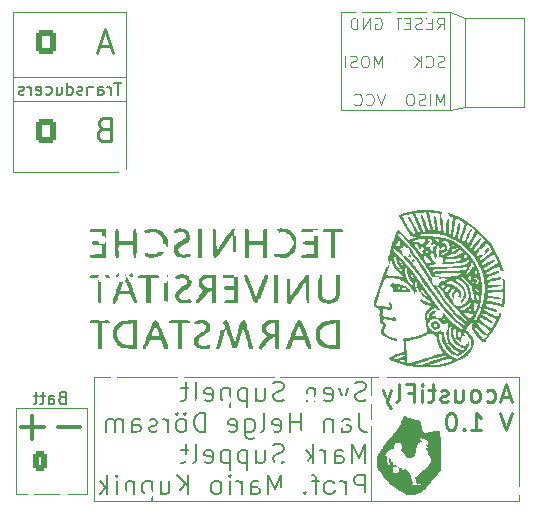
<source format=gbr>
%TF.GenerationSoftware,KiCad,Pcbnew,7.0.5*%
%TF.CreationDate,2024-05-30T23:49:04+02:00*%
%TF.ProjectId,Acoustifly,41636f75-7374-4696-966c-792e6b696361,rev?*%
%TF.SameCoordinates,Original*%
%TF.FileFunction,Legend,Bot*%
%TF.FilePolarity,Positive*%
%FSLAX46Y46*%
G04 Gerber Fmt 4.6, Leading zero omitted, Abs format (unit mm)*
G04 Created by KiCad (PCBNEW 7.0.5) date 2024-05-30 23:49:04*
%MOMM*%
%LPD*%
G01*
G04 APERTURE LIST*
G04 Aperture macros list*
%AMRoundRect*
0 Rectangle with rounded corners*
0 $1 Rounding radius*
0 $2 $3 $4 $5 $6 $7 $8 $9 X,Y pos of 4 corners*
0 Add a 4 corners polygon primitive as box body*
4,1,4,$2,$3,$4,$5,$6,$7,$8,$9,$2,$3,0*
0 Add four circle primitives for the rounded corners*
1,1,$1+$1,$2,$3*
1,1,$1+$1,$4,$5*
1,1,$1+$1,$6,$7*
1,1,$1+$1,$8,$9*
0 Add four rect primitives between the rounded corners*
20,1,$1+$1,$2,$3,$4,$5,0*
20,1,$1+$1,$4,$5,$6,$7,0*
20,1,$1+$1,$6,$7,$8,$9,0*
20,1,$1+$1,$8,$9,$2,$3,0*%
G04 Aperture macros list end*
%ADD10C,0.100000*%
%ADD11C,0.142240*%
%ADD12C,0.304800*%
%ADD13C,0.200000*%
%ADD14C,0.240000*%
%ADD15C,0.233680*%
%ADD16C,1.400000*%
%ADD17C,3.200000*%
%ADD18RoundRect,0.250000X-0.600000X-0.750000X0.600000X-0.750000X0.600000X0.750000X-0.600000X0.750000X0*%
%ADD19O,1.700000X2.000000*%
%ADD20RoundRect,0.250000X-0.350000X-0.625000X0.350000X-0.625000X0.350000X0.625000X-0.350000X0.625000X0*%
%ADD21O,1.200000X1.750000*%
%ADD22R,1.700000X1.700000*%
%ADD23O,1.700000X1.700000*%
%ADD24C,0.600000*%
%ADD25O,1.104000X2.204000*%
%ADD26O,1.104000X1.904000*%
%ADD27C,1.300000*%
%ADD28C,2.483000*%
%ADD29R,1.800000X1.800000*%
%ADD30C,1.800000*%
%ADD31C,0.756400*%
G04 APERTURE END LIST*
D10*
X37850000Y39850000D02*
X39100000Y40100000D01*
X1100000Y14600000D02*
X7100000Y14600000D01*
X7100000Y7350000D01*
X1100000Y7350000D01*
X1100000Y14600000D01*
X850000Y48100000D02*
X10350000Y48100000D01*
X10350000Y34600000D01*
X850000Y34600000D01*
X850000Y48100000D01*
X28600000Y48100000D02*
X37850000Y48100000D01*
X37850000Y39850000D01*
X28600000Y39850000D01*
X28600000Y48100000D01*
X37850000Y48100000D02*
X39100000Y47600000D01*
X7650000Y17225000D02*
X31150000Y17225000D01*
X31150000Y6725000D01*
X7650000Y6725000D01*
X7650000Y17225000D01*
X850000Y40600000D02*
X10350000Y40600000D01*
X850000Y42600000D02*
X10350000Y42600000D01*
X39100000Y47600000D02*
X44100000Y47600000D01*
X44100000Y40100000D01*
X39100000Y40100000D01*
X39100000Y47600000D01*
X31150000Y17225000D02*
X43650000Y17225000D01*
X43650000Y6725000D01*
X31150000Y6725000D01*
X31150000Y17225000D01*
D11*
X30694848Y15286198D02*
X30461168Y15208305D01*
X30461168Y15208305D02*
X30071702Y15208305D01*
X30071702Y15208305D02*
X29915915Y15286198D01*
X29915915Y15286198D02*
X29838022Y15364092D01*
X29838022Y15364092D02*
X29760128Y15519878D01*
X29760128Y15519878D02*
X29760128Y15675665D01*
X29760128Y15675665D02*
X29838022Y15831452D01*
X29838022Y15831452D02*
X29915915Y15909345D01*
X29915915Y15909345D02*
X30071702Y15987238D01*
X30071702Y15987238D02*
X30383275Y16065132D01*
X30383275Y16065132D02*
X30539062Y16143025D01*
X30539062Y16143025D02*
X30616955Y16220918D01*
X30616955Y16220918D02*
X30694848Y16376705D01*
X30694848Y16376705D02*
X30694848Y16532492D01*
X30694848Y16532492D02*
X30616955Y16688278D01*
X30616955Y16688278D02*
X30539062Y16766172D01*
X30539062Y16766172D02*
X30383275Y16844065D01*
X30383275Y16844065D02*
X29993808Y16844065D01*
X29993808Y16844065D02*
X29760128Y16766172D01*
X29214875Y16298812D02*
X28825408Y15208305D01*
X28825408Y15208305D02*
X28435941Y16298812D01*
X27189648Y15286198D02*
X27345435Y15208305D01*
X27345435Y15208305D02*
X27657008Y15208305D01*
X27657008Y15208305D02*
X27812795Y15286198D01*
X27812795Y15286198D02*
X27890688Y15441985D01*
X27890688Y15441985D02*
X27890688Y16065132D01*
X27890688Y16065132D02*
X27812795Y16220918D01*
X27812795Y16220918D02*
X27657008Y16298812D01*
X27657008Y16298812D02*
X27345435Y16298812D01*
X27345435Y16298812D02*
X27189648Y16220918D01*
X27189648Y16220918D02*
X27111755Y16065132D01*
X27111755Y16065132D02*
X27111755Y15909345D01*
X27111755Y15909345D02*
X27890688Y15753558D01*
X26410715Y16298812D02*
X26410715Y15208305D01*
X26410715Y16143025D02*
X26332822Y16220918D01*
X26332822Y16220918D02*
X26177035Y16298812D01*
X26177035Y16298812D02*
X25943355Y16298812D01*
X25943355Y16298812D02*
X25787568Y16220918D01*
X25787568Y16220918D02*
X25709675Y16065132D01*
X25709675Y16065132D02*
X25709675Y15208305D01*
X23762342Y15286198D02*
X23528662Y15208305D01*
X23528662Y15208305D02*
X23139196Y15208305D01*
X23139196Y15208305D02*
X22983409Y15286198D01*
X22983409Y15286198D02*
X22905516Y15364092D01*
X22905516Y15364092D02*
X22827622Y15519878D01*
X22827622Y15519878D02*
X22827622Y15675665D01*
X22827622Y15675665D02*
X22905516Y15831452D01*
X22905516Y15831452D02*
X22983409Y15909345D01*
X22983409Y15909345D02*
X23139196Y15987238D01*
X23139196Y15987238D02*
X23450769Y16065132D01*
X23450769Y16065132D02*
X23606556Y16143025D01*
X23606556Y16143025D02*
X23684449Y16220918D01*
X23684449Y16220918D02*
X23762342Y16376705D01*
X23762342Y16376705D02*
X23762342Y16532492D01*
X23762342Y16532492D02*
X23684449Y16688278D01*
X23684449Y16688278D02*
X23606556Y16766172D01*
X23606556Y16766172D02*
X23450769Y16844065D01*
X23450769Y16844065D02*
X23061302Y16844065D01*
X23061302Y16844065D02*
X22827622Y16766172D01*
X21425542Y16298812D02*
X21425542Y15208305D01*
X22126582Y16298812D02*
X22126582Y15441985D01*
X22126582Y15441985D02*
X22048689Y15286198D01*
X22048689Y15286198D02*
X21892902Y15208305D01*
X21892902Y15208305D02*
X21659222Y15208305D01*
X21659222Y15208305D02*
X21503435Y15286198D01*
X21503435Y15286198D02*
X21425542Y15364092D01*
X20646609Y16298812D02*
X20646609Y14663052D01*
X20646609Y16220918D02*
X20490822Y16298812D01*
X20490822Y16298812D02*
X20179249Y16298812D01*
X20179249Y16298812D02*
X20023462Y16220918D01*
X20023462Y16220918D02*
X19945569Y16143025D01*
X19945569Y16143025D02*
X19867676Y15987238D01*
X19867676Y15987238D02*
X19867676Y15519878D01*
X19867676Y15519878D02*
X19945569Y15364092D01*
X19945569Y15364092D02*
X20023462Y15286198D01*
X20023462Y15286198D02*
X20179249Y15208305D01*
X20179249Y15208305D02*
X20490822Y15208305D01*
X20490822Y15208305D02*
X20646609Y15286198D01*
X19166636Y16298812D02*
X19166636Y14663052D01*
X19166636Y16220918D02*
X19010849Y16298812D01*
X19010849Y16298812D02*
X18699276Y16298812D01*
X18699276Y16298812D02*
X18543489Y16220918D01*
X18543489Y16220918D02*
X18465596Y16143025D01*
X18465596Y16143025D02*
X18387703Y15987238D01*
X18387703Y15987238D02*
X18387703Y15519878D01*
X18387703Y15519878D02*
X18465596Y15364092D01*
X18465596Y15364092D02*
X18543489Y15286198D01*
X18543489Y15286198D02*
X18699276Y15208305D01*
X18699276Y15208305D02*
X19010849Y15208305D01*
X19010849Y15208305D02*
X19166636Y15286198D01*
X17063516Y15286198D02*
X17219303Y15208305D01*
X17219303Y15208305D02*
X17530876Y15208305D01*
X17530876Y15208305D02*
X17686663Y15286198D01*
X17686663Y15286198D02*
X17764556Y15441985D01*
X17764556Y15441985D02*
X17764556Y16065132D01*
X17764556Y16065132D02*
X17686663Y16220918D01*
X17686663Y16220918D02*
X17530876Y16298812D01*
X17530876Y16298812D02*
X17219303Y16298812D01*
X17219303Y16298812D02*
X17063516Y16220918D01*
X17063516Y16220918D02*
X16985623Y16065132D01*
X16985623Y16065132D02*
X16985623Y15909345D01*
X16985623Y15909345D02*
X17764556Y15753558D01*
X16050903Y15208305D02*
X16206690Y15286198D01*
X16206690Y15286198D02*
X16284583Y15441985D01*
X16284583Y15441985D02*
X16284583Y16844065D01*
X15661436Y16298812D02*
X15038289Y16298812D01*
X15427756Y16844065D02*
X15427756Y15441985D01*
X15427756Y15441985D02*
X15349863Y15286198D01*
X15349863Y15286198D02*
X15194076Y15208305D01*
X15194076Y15208305D02*
X15038289Y15208305D01*
X30149595Y14210491D02*
X30149595Y13042091D01*
X30149595Y13042091D02*
X30227488Y12808411D01*
X30227488Y12808411D02*
X30383275Y12652624D01*
X30383275Y12652624D02*
X30616955Y12574731D01*
X30616955Y12574731D02*
X30772742Y12574731D01*
X28669622Y12574731D02*
X28669622Y13431558D01*
X28669622Y13431558D02*
X28747515Y13587344D01*
X28747515Y13587344D02*
X28903302Y13665238D01*
X28903302Y13665238D02*
X29214875Y13665238D01*
X29214875Y13665238D02*
X29370662Y13587344D01*
X28669622Y12652624D02*
X28825409Y12574731D01*
X28825409Y12574731D02*
X29214875Y12574731D01*
X29214875Y12574731D02*
X29370662Y12652624D01*
X29370662Y12652624D02*
X29448555Y12808411D01*
X29448555Y12808411D02*
X29448555Y12964198D01*
X29448555Y12964198D02*
X29370662Y13119984D01*
X29370662Y13119984D02*
X29214875Y13197878D01*
X29214875Y13197878D02*
X28825409Y13197878D01*
X28825409Y13197878D02*
X28669622Y13275771D01*
X27890689Y13665238D02*
X27890689Y12574731D01*
X27890689Y13509451D02*
X27812796Y13587344D01*
X27812796Y13587344D02*
X27657009Y13665238D01*
X27657009Y13665238D02*
X27423329Y13665238D01*
X27423329Y13665238D02*
X27267542Y13587344D01*
X27267542Y13587344D02*
X27189649Y13431558D01*
X27189649Y13431558D02*
X27189649Y12574731D01*
X25164423Y12574731D02*
X25164423Y14210491D01*
X25164423Y13431558D02*
X24229703Y13431558D01*
X24229703Y12574731D02*
X24229703Y14210491D01*
X22827623Y12652624D02*
X22983410Y12574731D01*
X22983410Y12574731D02*
X23294983Y12574731D01*
X23294983Y12574731D02*
X23450770Y12652624D01*
X23450770Y12652624D02*
X23528663Y12808411D01*
X23528663Y12808411D02*
X23528663Y13431558D01*
X23528663Y13431558D02*
X23450770Y13587344D01*
X23450770Y13587344D02*
X23294983Y13665238D01*
X23294983Y13665238D02*
X22983410Y13665238D01*
X22983410Y13665238D02*
X22827623Y13587344D01*
X22827623Y13587344D02*
X22749730Y13431558D01*
X22749730Y13431558D02*
X22749730Y13275771D01*
X22749730Y13275771D02*
X23528663Y13119984D01*
X21815010Y12574731D02*
X21970797Y12652624D01*
X21970797Y12652624D02*
X22048690Y12808411D01*
X22048690Y12808411D02*
X22048690Y14210491D01*
X20490823Y13665238D02*
X20490823Y12341051D01*
X20490823Y12341051D02*
X20568716Y12185264D01*
X20568716Y12185264D02*
X20646610Y12107371D01*
X20646610Y12107371D02*
X20802396Y12029478D01*
X20802396Y12029478D02*
X21036076Y12029478D01*
X21036076Y12029478D02*
X21191863Y12107371D01*
X20490823Y12652624D02*
X20646610Y12574731D01*
X20646610Y12574731D02*
X20958183Y12574731D01*
X20958183Y12574731D02*
X21113970Y12652624D01*
X21113970Y12652624D02*
X21191863Y12730518D01*
X21191863Y12730518D02*
X21269756Y12886304D01*
X21269756Y12886304D02*
X21269756Y13353664D01*
X21269756Y13353664D02*
X21191863Y13509451D01*
X21191863Y13509451D02*
X21113970Y13587344D01*
X21113970Y13587344D02*
X20958183Y13665238D01*
X20958183Y13665238D02*
X20646610Y13665238D01*
X20646610Y13665238D02*
X20490823Y13587344D01*
X19088743Y12652624D02*
X19244530Y12574731D01*
X19244530Y12574731D02*
X19556103Y12574731D01*
X19556103Y12574731D02*
X19711890Y12652624D01*
X19711890Y12652624D02*
X19789783Y12808411D01*
X19789783Y12808411D02*
X19789783Y13431558D01*
X19789783Y13431558D02*
X19711890Y13587344D01*
X19711890Y13587344D02*
X19556103Y13665238D01*
X19556103Y13665238D02*
X19244530Y13665238D01*
X19244530Y13665238D02*
X19088743Y13587344D01*
X19088743Y13587344D02*
X19010850Y13431558D01*
X19010850Y13431558D02*
X19010850Y13275771D01*
X19010850Y13275771D02*
X19789783Y13119984D01*
X17063517Y12574731D02*
X17063517Y14210491D01*
X17063517Y14210491D02*
X16674050Y14210491D01*
X16674050Y14210491D02*
X16440370Y14132598D01*
X16440370Y14132598D02*
X16284584Y13976811D01*
X16284584Y13976811D02*
X16206690Y13821024D01*
X16206690Y13821024D02*
X16128797Y13509451D01*
X16128797Y13509451D02*
X16128797Y13275771D01*
X16128797Y13275771D02*
X16206690Y12964198D01*
X16206690Y12964198D02*
X16284584Y12808411D01*
X16284584Y12808411D02*
X16440370Y12652624D01*
X16440370Y12652624D02*
X16674050Y12574731D01*
X16674050Y12574731D02*
X17063517Y12574731D01*
X15194077Y12574731D02*
X15349864Y12652624D01*
X15349864Y12652624D02*
X15427757Y12730518D01*
X15427757Y12730518D02*
X15505650Y12886304D01*
X15505650Y12886304D02*
X15505650Y13353664D01*
X15505650Y13353664D02*
X15427757Y13509451D01*
X15427757Y13509451D02*
X15349864Y13587344D01*
X15349864Y13587344D02*
X15194077Y13665238D01*
X15194077Y13665238D02*
X14960397Y13665238D01*
X14960397Y13665238D02*
X14804610Y13587344D01*
X14804610Y13587344D02*
X14726717Y13509451D01*
X14726717Y13509451D02*
X14648824Y13353664D01*
X14648824Y13353664D02*
X14648824Y12886304D01*
X14648824Y12886304D02*
X14726717Y12730518D01*
X14726717Y12730518D02*
X14804610Y12652624D01*
X14804610Y12652624D02*
X14960397Y12574731D01*
X14960397Y12574731D02*
X15194077Y12574731D01*
X15349864Y14210491D02*
X15271970Y14132598D01*
X15271970Y14132598D02*
X15349864Y14054704D01*
X15349864Y14054704D02*
X15427757Y14132598D01*
X15427757Y14132598D02*
X15349864Y14210491D01*
X15349864Y14210491D02*
X15349864Y14054704D01*
X14726717Y14210491D02*
X14648824Y14132598D01*
X14648824Y14132598D02*
X14726717Y14054704D01*
X14726717Y14054704D02*
X14804610Y14132598D01*
X14804610Y14132598D02*
X14726717Y14210491D01*
X14726717Y14210491D02*
X14726717Y14054704D01*
X13947784Y12574731D02*
X13947784Y13665238D01*
X13947784Y13353664D02*
X13869891Y13509451D01*
X13869891Y13509451D02*
X13791997Y13587344D01*
X13791997Y13587344D02*
X13636211Y13665238D01*
X13636211Y13665238D02*
X13480424Y13665238D01*
X13013064Y12652624D02*
X12857278Y12574731D01*
X12857278Y12574731D02*
X12545704Y12574731D01*
X12545704Y12574731D02*
X12389918Y12652624D01*
X12389918Y12652624D02*
X12312024Y12808411D01*
X12312024Y12808411D02*
X12312024Y12886304D01*
X12312024Y12886304D02*
X12389918Y13042091D01*
X12389918Y13042091D02*
X12545704Y13119984D01*
X12545704Y13119984D02*
X12779384Y13119984D01*
X12779384Y13119984D02*
X12935171Y13197878D01*
X12935171Y13197878D02*
X13013064Y13353664D01*
X13013064Y13353664D02*
X13013064Y13431558D01*
X13013064Y13431558D02*
X12935171Y13587344D01*
X12935171Y13587344D02*
X12779384Y13665238D01*
X12779384Y13665238D02*
X12545704Y13665238D01*
X12545704Y13665238D02*
X12389918Y13587344D01*
X10909944Y12574731D02*
X10909944Y13431558D01*
X10909944Y13431558D02*
X10987837Y13587344D01*
X10987837Y13587344D02*
X11143624Y13665238D01*
X11143624Y13665238D02*
X11455197Y13665238D01*
X11455197Y13665238D02*
X11610984Y13587344D01*
X10909944Y12652624D02*
X11065731Y12574731D01*
X11065731Y12574731D02*
X11455197Y12574731D01*
X11455197Y12574731D02*
X11610984Y12652624D01*
X11610984Y12652624D02*
X11688877Y12808411D01*
X11688877Y12808411D02*
X11688877Y12964198D01*
X11688877Y12964198D02*
X11610984Y13119984D01*
X11610984Y13119984D02*
X11455197Y13197878D01*
X11455197Y13197878D02*
X11065731Y13197878D01*
X11065731Y13197878D02*
X10909944Y13275771D01*
X10131011Y12574731D02*
X10131011Y13665238D01*
X10131011Y13509451D02*
X10053118Y13587344D01*
X10053118Y13587344D02*
X9897331Y13665238D01*
X9897331Y13665238D02*
X9663651Y13665238D01*
X9663651Y13665238D02*
X9507864Y13587344D01*
X9507864Y13587344D02*
X9429971Y13431558D01*
X9429971Y13431558D02*
X9429971Y12574731D01*
X9429971Y13431558D02*
X9352078Y13587344D01*
X9352078Y13587344D02*
X9196291Y13665238D01*
X9196291Y13665238D02*
X8962611Y13665238D01*
X8962611Y13665238D02*
X8806824Y13587344D01*
X8806824Y13587344D02*
X8728931Y13431558D01*
X8728931Y13431558D02*
X8728931Y12574731D01*
X30616955Y9941157D02*
X30616955Y11576917D01*
X30616955Y11576917D02*
X30071702Y10408517D01*
X30071702Y10408517D02*
X29526448Y11576917D01*
X29526448Y11576917D02*
X29526448Y9941157D01*
X28046475Y9941157D02*
X28046475Y10797984D01*
X28046475Y10797984D02*
X28124368Y10953770D01*
X28124368Y10953770D02*
X28280155Y11031664D01*
X28280155Y11031664D02*
X28591728Y11031664D01*
X28591728Y11031664D02*
X28747515Y10953770D01*
X28046475Y10019050D02*
X28202262Y9941157D01*
X28202262Y9941157D02*
X28591728Y9941157D01*
X28591728Y9941157D02*
X28747515Y10019050D01*
X28747515Y10019050D02*
X28825408Y10174837D01*
X28825408Y10174837D02*
X28825408Y10330624D01*
X28825408Y10330624D02*
X28747515Y10486410D01*
X28747515Y10486410D02*
X28591728Y10564304D01*
X28591728Y10564304D02*
X28202262Y10564304D01*
X28202262Y10564304D02*
X28046475Y10642197D01*
X27267542Y9941157D02*
X27267542Y11031664D01*
X27267542Y10720090D02*
X27189649Y10875877D01*
X27189649Y10875877D02*
X27111755Y10953770D01*
X27111755Y10953770D02*
X26955969Y11031664D01*
X26955969Y11031664D02*
X26800182Y11031664D01*
X26254929Y9941157D02*
X26254929Y11576917D01*
X26099142Y10564304D02*
X25631782Y9941157D01*
X25631782Y11031664D02*
X26254929Y10408517D01*
X23762342Y10019050D02*
X23528662Y9941157D01*
X23528662Y9941157D02*
X23139196Y9941157D01*
X23139196Y9941157D02*
X22983409Y10019050D01*
X22983409Y10019050D02*
X22905516Y10096944D01*
X22905516Y10096944D02*
X22827622Y10252730D01*
X22827622Y10252730D02*
X22827622Y10408517D01*
X22827622Y10408517D02*
X22905516Y10564304D01*
X22905516Y10564304D02*
X22983409Y10642197D01*
X22983409Y10642197D02*
X23139196Y10720090D01*
X23139196Y10720090D02*
X23450769Y10797984D01*
X23450769Y10797984D02*
X23606556Y10875877D01*
X23606556Y10875877D02*
X23684449Y10953770D01*
X23684449Y10953770D02*
X23762342Y11109557D01*
X23762342Y11109557D02*
X23762342Y11265344D01*
X23762342Y11265344D02*
X23684449Y11421130D01*
X23684449Y11421130D02*
X23606556Y11499024D01*
X23606556Y11499024D02*
X23450769Y11576917D01*
X23450769Y11576917D02*
X23061302Y11576917D01*
X23061302Y11576917D02*
X22827622Y11499024D01*
X21425542Y11031664D02*
X21425542Y9941157D01*
X22126582Y11031664D02*
X22126582Y10174837D01*
X22126582Y10174837D02*
X22048689Y10019050D01*
X22048689Y10019050D02*
X21892902Y9941157D01*
X21892902Y9941157D02*
X21659222Y9941157D01*
X21659222Y9941157D02*
X21503435Y10019050D01*
X21503435Y10019050D02*
X21425542Y10096944D01*
X20646609Y11031664D02*
X20646609Y9395904D01*
X20646609Y10953770D02*
X20490822Y11031664D01*
X20490822Y11031664D02*
X20179249Y11031664D01*
X20179249Y11031664D02*
X20023462Y10953770D01*
X20023462Y10953770D02*
X19945569Y10875877D01*
X19945569Y10875877D02*
X19867676Y10720090D01*
X19867676Y10720090D02*
X19867676Y10252730D01*
X19867676Y10252730D02*
X19945569Y10096944D01*
X19945569Y10096944D02*
X20023462Y10019050D01*
X20023462Y10019050D02*
X20179249Y9941157D01*
X20179249Y9941157D02*
X20490822Y9941157D01*
X20490822Y9941157D02*
X20646609Y10019050D01*
X19166636Y11031664D02*
X19166636Y9395904D01*
X19166636Y10953770D02*
X19010849Y11031664D01*
X19010849Y11031664D02*
X18699276Y11031664D01*
X18699276Y11031664D02*
X18543489Y10953770D01*
X18543489Y10953770D02*
X18465596Y10875877D01*
X18465596Y10875877D02*
X18387703Y10720090D01*
X18387703Y10720090D02*
X18387703Y10252730D01*
X18387703Y10252730D02*
X18465596Y10096944D01*
X18465596Y10096944D02*
X18543489Y10019050D01*
X18543489Y10019050D02*
X18699276Y9941157D01*
X18699276Y9941157D02*
X19010849Y9941157D01*
X19010849Y9941157D02*
X19166636Y10019050D01*
X17063516Y10019050D02*
X17219303Y9941157D01*
X17219303Y9941157D02*
X17530876Y9941157D01*
X17530876Y9941157D02*
X17686663Y10019050D01*
X17686663Y10019050D02*
X17764556Y10174837D01*
X17764556Y10174837D02*
X17764556Y10797984D01*
X17764556Y10797984D02*
X17686663Y10953770D01*
X17686663Y10953770D02*
X17530876Y11031664D01*
X17530876Y11031664D02*
X17219303Y11031664D01*
X17219303Y11031664D02*
X17063516Y10953770D01*
X17063516Y10953770D02*
X16985623Y10797984D01*
X16985623Y10797984D02*
X16985623Y10642197D01*
X16985623Y10642197D02*
X17764556Y10486410D01*
X16050903Y9941157D02*
X16206690Y10019050D01*
X16206690Y10019050D02*
X16284583Y10174837D01*
X16284583Y10174837D02*
X16284583Y11576917D01*
X15661436Y11031664D02*
X15038289Y11031664D01*
X15427756Y11576917D02*
X15427756Y10174837D01*
X15427756Y10174837D02*
X15349863Y10019050D01*
X15349863Y10019050D02*
X15194076Y9941157D01*
X15194076Y9941157D02*
X15038289Y9941157D01*
X30616955Y7307583D02*
X30616955Y8943343D01*
X30616955Y8943343D02*
X29993808Y8943343D01*
X29993808Y8943343D02*
X29838022Y8865450D01*
X29838022Y8865450D02*
X29760128Y8787556D01*
X29760128Y8787556D02*
X29682235Y8631770D01*
X29682235Y8631770D02*
X29682235Y8398090D01*
X29682235Y8398090D02*
X29760128Y8242303D01*
X29760128Y8242303D02*
X29838022Y8164410D01*
X29838022Y8164410D02*
X29993808Y8086516D01*
X29993808Y8086516D02*
X30616955Y8086516D01*
X28981195Y7307583D02*
X28981195Y8398090D01*
X28981195Y8086516D02*
X28903302Y8242303D01*
X28903302Y8242303D02*
X28825408Y8320196D01*
X28825408Y8320196D02*
X28669622Y8398090D01*
X28669622Y8398090D02*
X28513835Y8398090D01*
X27734902Y7307583D02*
X27890689Y7385476D01*
X27890689Y7385476D02*
X27968582Y7463370D01*
X27968582Y7463370D02*
X28046475Y7619156D01*
X28046475Y7619156D02*
X28046475Y8086516D01*
X28046475Y8086516D02*
X27968582Y8242303D01*
X27968582Y8242303D02*
X27890689Y8320196D01*
X27890689Y8320196D02*
X27734902Y8398090D01*
X27734902Y8398090D02*
X27501222Y8398090D01*
X27501222Y8398090D02*
X27345435Y8320196D01*
X27345435Y8320196D02*
X27267542Y8242303D01*
X27267542Y8242303D02*
X27189649Y8086516D01*
X27189649Y8086516D02*
X27189649Y7619156D01*
X27189649Y7619156D02*
X27267542Y7463370D01*
X27267542Y7463370D02*
X27345435Y7385476D01*
X27345435Y7385476D02*
X27501222Y7307583D01*
X27501222Y7307583D02*
X27734902Y7307583D01*
X26722289Y8398090D02*
X26099142Y8398090D01*
X26488609Y7307583D02*
X26488609Y8709663D01*
X26488609Y8709663D02*
X26410716Y8865450D01*
X26410716Y8865450D02*
X26254929Y8943343D01*
X26254929Y8943343D02*
X26099142Y8943343D01*
X25553889Y7463370D02*
X25475996Y7385476D01*
X25475996Y7385476D02*
X25553889Y7307583D01*
X25553889Y7307583D02*
X25631782Y7385476D01*
X25631782Y7385476D02*
X25553889Y7463370D01*
X25553889Y7463370D02*
X25553889Y7307583D01*
X23528663Y7307583D02*
X23528663Y8943343D01*
X23528663Y8943343D02*
X22983410Y7774943D01*
X22983410Y7774943D02*
X22438156Y8943343D01*
X22438156Y8943343D02*
X22438156Y7307583D01*
X20958183Y7307583D02*
X20958183Y8164410D01*
X20958183Y8164410D02*
X21036076Y8320196D01*
X21036076Y8320196D02*
X21191863Y8398090D01*
X21191863Y8398090D02*
X21503436Y8398090D01*
X21503436Y8398090D02*
X21659223Y8320196D01*
X20958183Y7385476D02*
X21113970Y7307583D01*
X21113970Y7307583D02*
X21503436Y7307583D01*
X21503436Y7307583D02*
X21659223Y7385476D01*
X21659223Y7385476D02*
X21737116Y7541263D01*
X21737116Y7541263D02*
X21737116Y7697050D01*
X21737116Y7697050D02*
X21659223Y7852836D01*
X21659223Y7852836D02*
X21503436Y7930730D01*
X21503436Y7930730D02*
X21113970Y7930730D01*
X21113970Y7930730D02*
X20958183Y8008623D01*
X20179250Y7307583D02*
X20179250Y8398090D01*
X20179250Y8086516D02*
X20101357Y8242303D01*
X20101357Y8242303D02*
X20023463Y8320196D01*
X20023463Y8320196D02*
X19867677Y8398090D01*
X19867677Y8398090D02*
X19711890Y8398090D01*
X19166637Y7307583D02*
X19166637Y8398090D01*
X19166637Y8943343D02*
X19244530Y8865450D01*
X19244530Y8865450D02*
X19166637Y8787556D01*
X19166637Y8787556D02*
X19088744Y8865450D01*
X19088744Y8865450D02*
X19166637Y8943343D01*
X19166637Y8943343D02*
X19166637Y8787556D01*
X18154024Y7307583D02*
X18309811Y7385476D01*
X18309811Y7385476D02*
X18387704Y7463370D01*
X18387704Y7463370D02*
X18465597Y7619156D01*
X18465597Y7619156D02*
X18465597Y8086516D01*
X18465597Y8086516D02*
X18387704Y8242303D01*
X18387704Y8242303D02*
X18309811Y8320196D01*
X18309811Y8320196D02*
X18154024Y8398090D01*
X18154024Y8398090D02*
X17920344Y8398090D01*
X17920344Y8398090D02*
X17764557Y8320196D01*
X17764557Y8320196D02*
X17686664Y8242303D01*
X17686664Y8242303D02*
X17608771Y8086516D01*
X17608771Y8086516D02*
X17608771Y7619156D01*
X17608771Y7619156D02*
X17686664Y7463370D01*
X17686664Y7463370D02*
X17764557Y7385476D01*
X17764557Y7385476D02*
X17920344Y7307583D01*
X17920344Y7307583D02*
X18154024Y7307583D01*
X15661438Y7307583D02*
X15661438Y8943343D01*
X14726718Y7307583D02*
X15427758Y8242303D01*
X14726718Y8943343D02*
X15661438Y8008623D01*
X13324638Y8398090D02*
X13324638Y7307583D01*
X14025678Y8398090D02*
X14025678Y7541263D01*
X14025678Y7541263D02*
X13947785Y7385476D01*
X13947785Y7385476D02*
X13791998Y7307583D01*
X13791998Y7307583D02*
X13558318Y7307583D01*
X13558318Y7307583D02*
X13402531Y7385476D01*
X13402531Y7385476D02*
X13324638Y7463370D01*
X12545705Y8398090D02*
X12545705Y6762330D01*
X12545705Y8320196D02*
X12389918Y8398090D01*
X12389918Y8398090D02*
X12078345Y8398090D01*
X12078345Y8398090D02*
X11922558Y8320196D01*
X11922558Y8320196D02*
X11844665Y8242303D01*
X11844665Y8242303D02*
X11766772Y8086516D01*
X11766772Y8086516D02*
X11766772Y7619156D01*
X11766772Y7619156D02*
X11844665Y7463370D01*
X11844665Y7463370D02*
X11922558Y7385476D01*
X11922558Y7385476D02*
X12078345Y7307583D01*
X12078345Y7307583D02*
X12389918Y7307583D01*
X12389918Y7307583D02*
X12545705Y7385476D01*
X11065732Y8398090D02*
X11065732Y7307583D01*
X11065732Y8242303D02*
X10987839Y8320196D01*
X10987839Y8320196D02*
X10832052Y8398090D01*
X10832052Y8398090D02*
X10598372Y8398090D01*
X10598372Y8398090D02*
X10442585Y8320196D01*
X10442585Y8320196D02*
X10364692Y8164410D01*
X10364692Y8164410D02*
X10364692Y7307583D01*
X9585759Y7307583D02*
X9585759Y8398090D01*
X9585759Y8943343D02*
X9663652Y8865450D01*
X9663652Y8865450D02*
X9585759Y8787556D01*
X9585759Y8787556D02*
X9507866Y8865450D01*
X9507866Y8865450D02*
X9585759Y8943343D01*
X9585759Y8943343D02*
X9585759Y8787556D01*
X8806826Y7307583D02*
X8806826Y8943343D01*
X8651039Y7930730D02*
X8183679Y7307583D01*
X8183679Y8398090D02*
X8806826Y7774943D01*
D12*
X6504235Y12974184D02*
X4599474Y12974184D01*
X3408997Y12974184D02*
X1504236Y12974184D01*
X2456616Y12021803D02*
X2456616Y13926565D01*
D13*
X9980952Y42147781D02*
X9409524Y42147781D01*
X9695238Y41147781D02*
X9695238Y42147781D01*
X9076190Y41147781D02*
X9076190Y41814448D01*
X9076190Y41623972D02*
X9028571Y41719210D01*
X9028571Y41719210D02*
X8980952Y41766829D01*
X8980952Y41766829D02*
X8885714Y41814448D01*
X8885714Y41814448D02*
X8790476Y41814448D01*
X8028571Y41147781D02*
X8028571Y41671591D01*
X8028571Y41671591D02*
X8076190Y41766829D01*
X8076190Y41766829D02*
X8171428Y41814448D01*
X8171428Y41814448D02*
X8361904Y41814448D01*
X8361904Y41814448D02*
X8457142Y41766829D01*
X8028571Y41195400D02*
X8123809Y41147781D01*
X8123809Y41147781D02*
X8361904Y41147781D01*
X8361904Y41147781D02*
X8457142Y41195400D01*
X8457142Y41195400D02*
X8504761Y41290639D01*
X8504761Y41290639D02*
X8504761Y41385877D01*
X8504761Y41385877D02*
X8457142Y41481115D01*
X8457142Y41481115D02*
X8361904Y41528734D01*
X8361904Y41528734D02*
X8123809Y41528734D01*
X8123809Y41528734D02*
X8028571Y41576353D01*
X7552380Y41814448D02*
X7552380Y41147781D01*
X7552380Y41719210D02*
X7504761Y41766829D01*
X7504761Y41766829D02*
X7409523Y41814448D01*
X7409523Y41814448D02*
X7266666Y41814448D01*
X7266666Y41814448D02*
X7171428Y41766829D01*
X7171428Y41766829D02*
X7123809Y41671591D01*
X7123809Y41671591D02*
X7123809Y41147781D01*
X6695237Y41195400D02*
X6599999Y41147781D01*
X6599999Y41147781D02*
X6409523Y41147781D01*
X6409523Y41147781D02*
X6314285Y41195400D01*
X6314285Y41195400D02*
X6266666Y41290639D01*
X6266666Y41290639D02*
X6266666Y41338258D01*
X6266666Y41338258D02*
X6314285Y41433496D01*
X6314285Y41433496D02*
X6409523Y41481115D01*
X6409523Y41481115D02*
X6552380Y41481115D01*
X6552380Y41481115D02*
X6647618Y41528734D01*
X6647618Y41528734D02*
X6695237Y41623972D01*
X6695237Y41623972D02*
X6695237Y41671591D01*
X6695237Y41671591D02*
X6647618Y41766829D01*
X6647618Y41766829D02*
X6552380Y41814448D01*
X6552380Y41814448D02*
X6409523Y41814448D01*
X6409523Y41814448D02*
X6314285Y41766829D01*
X5409523Y41147781D02*
X5409523Y42147781D01*
X5409523Y41195400D02*
X5504761Y41147781D01*
X5504761Y41147781D02*
X5695237Y41147781D01*
X5695237Y41147781D02*
X5790475Y41195400D01*
X5790475Y41195400D02*
X5838094Y41243020D01*
X5838094Y41243020D02*
X5885713Y41338258D01*
X5885713Y41338258D02*
X5885713Y41623972D01*
X5885713Y41623972D02*
X5838094Y41719210D01*
X5838094Y41719210D02*
X5790475Y41766829D01*
X5790475Y41766829D02*
X5695237Y41814448D01*
X5695237Y41814448D02*
X5504761Y41814448D01*
X5504761Y41814448D02*
X5409523Y41766829D01*
X4504761Y41814448D02*
X4504761Y41147781D01*
X4933332Y41814448D02*
X4933332Y41290639D01*
X4933332Y41290639D02*
X4885713Y41195400D01*
X4885713Y41195400D02*
X4790475Y41147781D01*
X4790475Y41147781D02*
X4647618Y41147781D01*
X4647618Y41147781D02*
X4552380Y41195400D01*
X4552380Y41195400D02*
X4504761Y41243020D01*
X3599999Y41195400D02*
X3695237Y41147781D01*
X3695237Y41147781D02*
X3885713Y41147781D01*
X3885713Y41147781D02*
X3980951Y41195400D01*
X3980951Y41195400D02*
X4028570Y41243020D01*
X4028570Y41243020D02*
X4076189Y41338258D01*
X4076189Y41338258D02*
X4076189Y41623972D01*
X4076189Y41623972D02*
X4028570Y41719210D01*
X4028570Y41719210D02*
X3980951Y41766829D01*
X3980951Y41766829D02*
X3885713Y41814448D01*
X3885713Y41814448D02*
X3695237Y41814448D01*
X3695237Y41814448D02*
X3599999Y41766829D01*
X2790475Y41195400D02*
X2885713Y41147781D01*
X2885713Y41147781D02*
X3076189Y41147781D01*
X3076189Y41147781D02*
X3171427Y41195400D01*
X3171427Y41195400D02*
X3219046Y41290639D01*
X3219046Y41290639D02*
X3219046Y41671591D01*
X3219046Y41671591D02*
X3171427Y41766829D01*
X3171427Y41766829D02*
X3076189Y41814448D01*
X3076189Y41814448D02*
X2885713Y41814448D01*
X2885713Y41814448D02*
X2790475Y41766829D01*
X2790475Y41766829D02*
X2742856Y41671591D01*
X2742856Y41671591D02*
X2742856Y41576353D01*
X2742856Y41576353D02*
X3219046Y41481115D01*
X2314284Y41147781D02*
X2314284Y41814448D01*
X2314284Y41623972D02*
X2266665Y41719210D01*
X2266665Y41719210D02*
X2219046Y41766829D01*
X2219046Y41766829D02*
X2123808Y41814448D01*
X2123808Y41814448D02*
X2028570Y41814448D01*
X1742855Y41195400D02*
X1647617Y41147781D01*
X1647617Y41147781D02*
X1457141Y41147781D01*
X1457141Y41147781D02*
X1361903Y41195400D01*
X1361903Y41195400D02*
X1314284Y41290639D01*
X1314284Y41290639D02*
X1314284Y41338258D01*
X1314284Y41338258D02*
X1361903Y41433496D01*
X1361903Y41433496D02*
X1457141Y41481115D01*
X1457141Y41481115D02*
X1599998Y41481115D01*
X1599998Y41481115D02*
X1695236Y41528734D01*
X1695236Y41528734D02*
X1742855Y41623972D01*
X1742855Y41623972D02*
X1742855Y41671591D01*
X1742855Y41671591D02*
X1695236Y41766829D01*
X1695236Y41766829D02*
X1599998Y41814448D01*
X1599998Y41814448D02*
X1457141Y41814448D01*
X1457141Y41814448D02*
X1361903Y41766829D01*
D14*
X9076190Y45258671D02*
X8123809Y45258671D01*
X9266666Y44687242D02*
X8600000Y46687242D01*
X8600000Y46687242D02*
X7933333Y44687242D01*
D15*
X42910549Y15554295D02*
X42196264Y15554295D01*
X43053406Y15125724D02*
X42553406Y16625724D01*
X42553406Y16625724D02*
X42053406Y15125724D01*
X40910550Y15197152D02*
X41053407Y15125724D01*
X41053407Y15125724D02*
X41339121Y15125724D01*
X41339121Y15125724D02*
X41481978Y15197152D01*
X41481978Y15197152D02*
X41553407Y15268581D01*
X41553407Y15268581D02*
X41624835Y15411438D01*
X41624835Y15411438D02*
X41624835Y15840010D01*
X41624835Y15840010D02*
X41553407Y15982867D01*
X41553407Y15982867D02*
X41481978Y16054295D01*
X41481978Y16054295D02*
X41339121Y16125724D01*
X41339121Y16125724D02*
X41053407Y16125724D01*
X41053407Y16125724D02*
X40910550Y16054295D01*
X40053407Y15125724D02*
X40196264Y15197152D01*
X40196264Y15197152D02*
X40267693Y15268581D01*
X40267693Y15268581D02*
X40339121Y15411438D01*
X40339121Y15411438D02*
X40339121Y15840010D01*
X40339121Y15840010D02*
X40267693Y15982867D01*
X40267693Y15982867D02*
X40196264Y16054295D01*
X40196264Y16054295D02*
X40053407Y16125724D01*
X40053407Y16125724D02*
X39839121Y16125724D01*
X39839121Y16125724D02*
X39696264Y16054295D01*
X39696264Y16054295D02*
X39624836Y15982867D01*
X39624836Y15982867D02*
X39553407Y15840010D01*
X39553407Y15840010D02*
X39553407Y15411438D01*
X39553407Y15411438D02*
X39624836Y15268581D01*
X39624836Y15268581D02*
X39696264Y15197152D01*
X39696264Y15197152D02*
X39839121Y15125724D01*
X39839121Y15125724D02*
X40053407Y15125724D01*
X38267693Y16125724D02*
X38267693Y15125724D01*
X38910550Y16125724D02*
X38910550Y15340010D01*
X38910550Y15340010D02*
X38839121Y15197152D01*
X38839121Y15197152D02*
X38696264Y15125724D01*
X38696264Y15125724D02*
X38481978Y15125724D01*
X38481978Y15125724D02*
X38339121Y15197152D01*
X38339121Y15197152D02*
X38267693Y15268581D01*
X37624835Y15197152D02*
X37481978Y15125724D01*
X37481978Y15125724D02*
X37196264Y15125724D01*
X37196264Y15125724D02*
X37053407Y15197152D01*
X37053407Y15197152D02*
X36981978Y15340010D01*
X36981978Y15340010D02*
X36981978Y15411438D01*
X36981978Y15411438D02*
X37053407Y15554295D01*
X37053407Y15554295D02*
X37196264Y15625724D01*
X37196264Y15625724D02*
X37410550Y15625724D01*
X37410550Y15625724D02*
X37553407Y15697152D01*
X37553407Y15697152D02*
X37624835Y15840010D01*
X37624835Y15840010D02*
X37624835Y15911438D01*
X37624835Y15911438D02*
X37553407Y16054295D01*
X37553407Y16054295D02*
X37410550Y16125724D01*
X37410550Y16125724D02*
X37196264Y16125724D01*
X37196264Y16125724D02*
X37053407Y16054295D01*
X36553406Y16125724D02*
X35981978Y16125724D01*
X36339121Y16625724D02*
X36339121Y15340010D01*
X36339121Y15340010D02*
X36267692Y15197152D01*
X36267692Y15197152D02*
X36124835Y15125724D01*
X36124835Y15125724D02*
X35981978Y15125724D01*
X35481978Y15125724D02*
X35481978Y16125724D01*
X35481978Y16625724D02*
X35553406Y16554295D01*
X35553406Y16554295D02*
X35481978Y16482867D01*
X35481978Y16482867D02*
X35410549Y16554295D01*
X35410549Y16554295D02*
X35481978Y16625724D01*
X35481978Y16625724D02*
X35481978Y16482867D01*
X34267692Y15911438D02*
X34767692Y15911438D01*
X34767692Y15125724D02*
X34767692Y16625724D01*
X34767692Y16625724D02*
X34053406Y16625724D01*
X33267692Y15125724D02*
X33410549Y15197152D01*
X33410549Y15197152D02*
X33481978Y15340010D01*
X33481978Y15340010D02*
X33481978Y16625724D01*
X32839121Y16125724D02*
X32481978Y15125724D01*
X32124835Y16125724D02*
X32481978Y15125724D01*
X32481978Y15125724D02*
X32624835Y14768581D01*
X32624835Y14768581D02*
X32696264Y14697152D01*
X32696264Y14697152D02*
X32839121Y14625724D01*
X43053406Y14210724D02*
X42553406Y12710724D01*
X42553406Y12710724D02*
X42053406Y14210724D01*
X39624835Y12710724D02*
X40481978Y12710724D01*
X40053407Y12710724D02*
X40053407Y14210724D01*
X40053407Y14210724D02*
X40196264Y13996438D01*
X40196264Y13996438D02*
X40339121Y13853581D01*
X40339121Y13853581D02*
X40481978Y13782152D01*
X38981979Y12853581D02*
X38910550Y12782152D01*
X38910550Y12782152D02*
X38981979Y12710724D01*
X38981979Y12710724D02*
X39053407Y12782152D01*
X39053407Y12782152D02*
X38981979Y12853581D01*
X38981979Y12853581D02*
X38981979Y12710724D01*
X37981978Y14210724D02*
X37839121Y14210724D01*
X37839121Y14210724D02*
X37696264Y14139295D01*
X37696264Y14139295D02*
X37624836Y14067867D01*
X37624836Y14067867D02*
X37553407Y13925010D01*
X37553407Y13925010D02*
X37481978Y13639295D01*
X37481978Y13639295D02*
X37481978Y13282152D01*
X37481978Y13282152D02*
X37553407Y12996438D01*
X37553407Y12996438D02*
X37624836Y12853581D01*
X37624836Y12853581D02*
X37696264Y12782152D01*
X37696264Y12782152D02*
X37839121Y12710724D01*
X37839121Y12710724D02*
X37981978Y12710724D01*
X37981978Y12710724D02*
X38124836Y12782152D01*
X38124836Y12782152D02*
X38196264Y12853581D01*
X38196264Y12853581D02*
X38267693Y12996438D01*
X38267693Y12996438D02*
X38339121Y13282152D01*
X38339121Y13282152D02*
X38339121Y13639295D01*
X38339121Y13639295D02*
X38267693Y13925010D01*
X38267693Y13925010D02*
X38196264Y14067867D01*
X38196264Y14067867D02*
X38124836Y14139295D01*
X38124836Y14139295D02*
X37981978Y14210724D01*
D10*
X36724687Y46667581D02*
X37058020Y47143772D01*
X37296115Y46667581D02*
X37296115Y47667581D01*
X37296115Y47667581D02*
X36915163Y47667581D01*
X36915163Y47667581D02*
X36819925Y47619962D01*
X36819925Y47619962D02*
X36772306Y47572343D01*
X36772306Y47572343D02*
X36724687Y47477105D01*
X36724687Y47477105D02*
X36724687Y47334248D01*
X36724687Y47334248D02*
X36772306Y47239010D01*
X36772306Y47239010D02*
X36819925Y47191391D01*
X36819925Y47191391D02*
X36915163Y47143772D01*
X36915163Y47143772D02*
X37296115Y47143772D01*
X36296115Y47191391D02*
X35962782Y47191391D01*
X35819925Y46667581D02*
X36296115Y46667581D01*
X36296115Y46667581D02*
X36296115Y47667581D01*
X36296115Y47667581D02*
X35819925Y47667581D01*
X35438972Y46715200D02*
X35296115Y46667581D01*
X35296115Y46667581D02*
X35058020Y46667581D01*
X35058020Y46667581D02*
X34962782Y46715200D01*
X34962782Y46715200D02*
X34915163Y46762820D01*
X34915163Y46762820D02*
X34867544Y46858058D01*
X34867544Y46858058D02*
X34867544Y46953296D01*
X34867544Y46953296D02*
X34915163Y47048534D01*
X34915163Y47048534D02*
X34962782Y47096153D01*
X34962782Y47096153D02*
X35058020Y47143772D01*
X35058020Y47143772D02*
X35248496Y47191391D01*
X35248496Y47191391D02*
X35343734Y47239010D01*
X35343734Y47239010D02*
X35391353Y47286629D01*
X35391353Y47286629D02*
X35438972Y47381867D01*
X35438972Y47381867D02*
X35438972Y47477105D01*
X35438972Y47477105D02*
X35391353Y47572343D01*
X35391353Y47572343D02*
X35343734Y47619962D01*
X35343734Y47619962D02*
X35248496Y47667581D01*
X35248496Y47667581D02*
X35010401Y47667581D01*
X35010401Y47667581D02*
X34867544Y47619962D01*
X34438972Y47191391D02*
X34105639Y47191391D01*
X33962782Y46667581D02*
X34438972Y46667581D01*
X34438972Y46667581D02*
X34438972Y47667581D01*
X34438972Y47667581D02*
X33962782Y47667581D01*
X33677067Y47667581D02*
X33105639Y47667581D01*
X33391353Y46667581D02*
X33391353Y47667581D01*
X31486591Y47619962D02*
X31581829Y47667581D01*
X31581829Y47667581D02*
X31724686Y47667581D01*
X31724686Y47667581D02*
X31867543Y47619962D01*
X31867543Y47619962D02*
X31962781Y47524724D01*
X31962781Y47524724D02*
X32010400Y47429486D01*
X32010400Y47429486D02*
X32058019Y47239010D01*
X32058019Y47239010D02*
X32058019Y47096153D01*
X32058019Y47096153D02*
X32010400Y46905677D01*
X32010400Y46905677D02*
X31962781Y46810439D01*
X31962781Y46810439D02*
X31867543Y46715200D01*
X31867543Y46715200D02*
X31724686Y46667581D01*
X31724686Y46667581D02*
X31629448Y46667581D01*
X31629448Y46667581D02*
X31486591Y46715200D01*
X31486591Y46715200D02*
X31438972Y46762820D01*
X31438972Y46762820D02*
X31438972Y47096153D01*
X31438972Y47096153D02*
X31629448Y47096153D01*
X31010400Y46667581D02*
X31010400Y47667581D01*
X31010400Y47667581D02*
X30438972Y46667581D01*
X30438972Y46667581D02*
X30438972Y47667581D01*
X29962781Y46667581D02*
X29962781Y47667581D01*
X29962781Y47667581D02*
X29724686Y47667581D01*
X29724686Y47667581D02*
X29581829Y47619962D01*
X29581829Y47619962D02*
X29486591Y47524724D01*
X29486591Y47524724D02*
X29438972Y47429486D01*
X29438972Y47429486D02*
X29391353Y47239010D01*
X29391353Y47239010D02*
X29391353Y47096153D01*
X29391353Y47096153D02*
X29438972Y46905677D01*
X29438972Y46905677D02*
X29486591Y46810439D01*
X29486591Y46810439D02*
X29581829Y46715200D01*
X29581829Y46715200D02*
X29724686Y46667581D01*
X29724686Y46667581D02*
X29962781Y46667581D01*
X37343734Y43495200D02*
X37200877Y43447581D01*
X37200877Y43447581D02*
X36962782Y43447581D01*
X36962782Y43447581D02*
X36867544Y43495200D01*
X36867544Y43495200D02*
X36819925Y43542820D01*
X36819925Y43542820D02*
X36772306Y43638058D01*
X36772306Y43638058D02*
X36772306Y43733296D01*
X36772306Y43733296D02*
X36819925Y43828534D01*
X36819925Y43828534D02*
X36867544Y43876153D01*
X36867544Y43876153D02*
X36962782Y43923772D01*
X36962782Y43923772D02*
X37153258Y43971391D01*
X37153258Y43971391D02*
X37248496Y44019010D01*
X37248496Y44019010D02*
X37296115Y44066629D01*
X37296115Y44066629D02*
X37343734Y44161867D01*
X37343734Y44161867D02*
X37343734Y44257105D01*
X37343734Y44257105D02*
X37296115Y44352343D01*
X37296115Y44352343D02*
X37248496Y44399962D01*
X37248496Y44399962D02*
X37153258Y44447581D01*
X37153258Y44447581D02*
X36915163Y44447581D01*
X36915163Y44447581D02*
X36772306Y44399962D01*
X35772306Y43542820D02*
X35819925Y43495200D01*
X35819925Y43495200D02*
X35962782Y43447581D01*
X35962782Y43447581D02*
X36058020Y43447581D01*
X36058020Y43447581D02*
X36200877Y43495200D01*
X36200877Y43495200D02*
X36296115Y43590439D01*
X36296115Y43590439D02*
X36343734Y43685677D01*
X36343734Y43685677D02*
X36391353Y43876153D01*
X36391353Y43876153D02*
X36391353Y44019010D01*
X36391353Y44019010D02*
X36343734Y44209486D01*
X36343734Y44209486D02*
X36296115Y44304724D01*
X36296115Y44304724D02*
X36200877Y44399962D01*
X36200877Y44399962D02*
X36058020Y44447581D01*
X36058020Y44447581D02*
X35962782Y44447581D01*
X35962782Y44447581D02*
X35819925Y44399962D01*
X35819925Y44399962D02*
X35772306Y44352343D01*
X35343734Y43447581D02*
X35343734Y44447581D01*
X34772306Y43447581D02*
X35200877Y44019010D01*
X34772306Y44447581D02*
X35343734Y43876153D01*
X32058019Y43447581D02*
X32058019Y44447581D01*
X32058019Y44447581D02*
X31724686Y43733296D01*
X31724686Y43733296D02*
X31391353Y44447581D01*
X31391353Y44447581D02*
X31391353Y43447581D01*
X30724686Y44447581D02*
X30534210Y44447581D01*
X30534210Y44447581D02*
X30438972Y44399962D01*
X30438972Y44399962D02*
X30343734Y44304724D01*
X30343734Y44304724D02*
X30296115Y44114248D01*
X30296115Y44114248D02*
X30296115Y43780915D01*
X30296115Y43780915D02*
X30343734Y43590439D01*
X30343734Y43590439D02*
X30438972Y43495200D01*
X30438972Y43495200D02*
X30534210Y43447581D01*
X30534210Y43447581D02*
X30724686Y43447581D01*
X30724686Y43447581D02*
X30819924Y43495200D01*
X30819924Y43495200D02*
X30915162Y43590439D01*
X30915162Y43590439D02*
X30962781Y43780915D01*
X30962781Y43780915D02*
X30962781Y44114248D01*
X30962781Y44114248D02*
X30915162Y44304724D01*
X30915162Y44304724D02*
X30819924Y44399962D01*
X30819924Y44399962D02*
X30724686Y44447581D01*
X29915162Y43495200D02*
X29772305Y43447581D01*
X29772305Y43447581D02*
X29534210Y43447581D01*
X29534210Y43447581D02*
X29438972Y43495200D01*
X29438972Y43495200D02*
X29391353Y43542820D01*
X29391353Y43542820D02*
X29343734Y43638058D01*
X29343734Y43638058D02*
X29343734Y43733296D01*
X29343734Y43733296D02*
X29391353Y43828534D01*
X29391353Y43828534D02*
X29438972Y43876153D01*
X29438972Y43876153D02*
X29534210Y43923772D01*
X29534210Y43923772D02*
X29724686Y43971391D01*
X29724686Y43971391D02*
X29819924Y44019010D01*
X29819924Y44019010D02*
X29867543Y44066629D01*
X29867543Y44066629D02*
X29915162Y44161867D01*
X29915162Y44161867D02*
X29915162Y44257105D01*
X29915162Y44257105D02*
X29867543Y44352343D01*
X29867543Y44352343D02*
X29819924Y44399962D01*
X29819924Y44399962D02*
X29724686Y44447581D01*
X29724686Y44447581D02*
X29486591Y44447581D01*
X29486591Y44447581D02*
X29343734Y44399962D01*
X28915162Y43447581D02*
X28915162Y44447581D01*
X37296115Y40227581D02*
X37296115Y41227581D01*
X37296115Y41227581D02*
X36962782Y40513296D01*
X36962782Y40513296D02*
X36629449Y41227581D01*
X36629449Y41227581D02*
X36629449Y40227581D01*
X36153258Y40227581D02*
X36153258Y41227581D01*
X35724687Y40275200D02*
X35581830Y40227581D01*
X35581830Y40227581D02*
X35343735Y40227581D01*
X35343735Y40227581D02*
X35248497Y40275200D01*
X35248497Y40275200D02*
X35200878Y40322820D01*
X35200878Y40322820D02*
X35153259Y40418058D01*
X35153259Y40418058D02*
X35153259Y40513296D01*
X35153259Y40513296D02*
X35200878Y40608534D01*
X35200878Y40608534D02*
X35248497Y40656153D01*
X35248497Y40656153D02*
X35343735Y40703772D01*
X35343735Y40703772D02*
X35534211Y40751391D01*
X35534211Y40751391D02*
X35629449Y40799010D01*
X35629449Y40799010D02*
X35677068Y40846629D01*
X35677068Y40846629D02*
X35724687Y40941867D01*
X35724687Y40941867D02*
X35724687Y41037105D01*
X35724687Y41037105D02*
X35677068Y41132343D01*
X35677068Y41132343D02*
X35629449Y41179962D01*
X35629449Y41179962D02*
X35534211Y41227581D01*
X35534211Y41227581D02*
X35296116Y41227581D01*
X35296116Y41227581D02*
X35153259Y41179962D01*
X34534211Y41227581D02*
X34343735Y41227581D01*
X34343735Y41227581D02*
X34248497Y41179962D01*
X34248497Y41179962D02*
X34153259Y41084724D01*
X34153259Y41084724D02*
X34105640Y40894248D01*
X34105640Y40894248D02*
X34105640Y40560915D01*
X34105640Y40560915D02*
X34153259Y40370439D01*
X34153259Y40370439D02*
X34248497Y40275200D01*
X34248497Y40275200D02*
X34343735Y40227581D01*
X34343735Y40227581D02*
X34534211Y40227581D01*
X34534211Y40227581D02*
X34629449Y40275200D01*
X34629449Y40275200D02*
X34724687Y40370439D01*
X34724687Y40370439D02*
X34772306Y40560915D01*
X34772306Y40560915D02*
X34772306Y40894248D01*
X34772306Y40894248D02*
X34724687Y41084724D01*
X34724687Y41084724D02*
X34629449Y41179962D01*
X34629449Y41179962D02*
X34534211Y41227581D01*
X32296115Y41227581D02*
X31962782Y40227581D01*
X31962782Y40227581D02*
X31629449Y41227581D01*
X30724687Y40322820D02*
X30772306Y40275200D01*
X30772306Y40275200D02*
X30915163Y40227581D01*
X30915163Y40227581D02*
X31010401Y40227581D01*
X31010401Y40227581D02*
X31153258Y40275200D01*
X31153258Y40275200D02*
X31248496Y40370439D01*
X31248496Y40370439D02*
X31296115Y40465677D01*
X31296115Y40465677D02*
X31343734Y40656153D01*
X31343734Y40656153D02*
X31343734Y40799010D01*
X31343734Y40799010D02*
X31296115Y40989486D01*
X31296115Y40989486D02*
X31248496Y41084724D01*
X31248496Y41084724D02*
X31153258Y41179962D01*
X31153258Y41179962D02*
X31010401Y41227581D01*
X31010401Y41227581D02*
X30915163Y41227581D01*
X30915163Y41227581D02*
X30772306Y41179962D01*
X30772306Y41179962D02*
X30724687Y41132343D01*
X29724687Y40322820D02*
X29772306Y40275200D01*
X29772306Y40275200D02*
X29915163Y40227581D01*
X29915163Y40227581D02*
X30010401Y40227581D01*
X30010401Y40227581D02*
X30153258Y40275200D01*
X30153258Y40275200D02*
X30248496Y40370439D01*
X30248496Y40370439D02*
X30296115Y40465677D01*
X30296115Y40465677D02*
X30343734Y40656153D01*
X30343734Y40656153D02*
X30343734Y40799010D01*
X30343734Y40799010D02*
X30296115Y40989486D01*
X30296115Y40989486D02*
X30248496Y41084724D01*
X30248496Y41084724D02*
X30153258Y41179962D01*
X30153258Y41179962D02*
X30010401Y41227581D01*
X30010401Y41227581D02*
X29915163Y41227581D01*
X29915163Y41227581D02*
X29772306Y41179962D01*
X29772306Y41179962D02*
X29724687Y41132343D01*
D14*
X8457142Y38234861D02*
X8171428Y38139623D01*
X8171428Y38139623D02*
X8076190Y38044385D01*
X8076190Y38044385D02*
X7980952Y37853909D01*
X7980952Y37853909D02*
X7980952Y37568195D01*
X7980952Y37568195D02*
X8076190Y37377719D01*
X8076190Y37377719D02*
X8171428Y37282480D01*
X8171428Y37282480D02*
X8361904Y37187242D01*
X8361904Y37187242D02*
X9123809Y37187242D01*
X9123809Y37187242D02*
X9123809Y39187242D01*
X9123809Y39187242D02*
X8457142Y39187242D01*
X8457142Y39187242D02*
X8266666Y39092004D01*
X8266666Y39092004D02*
X8171428Y38996766D01*
X8171428Y38996766D02*
X8076190Y38806290D01*
X8076190Y38806290D02*
X8076190Y38615814D01*
X8076190Y38615814D02*
X8171428Y38425338D01*
X8171428Y38425338D02*
X8266666Y38330100D01*
X8266666Y38330100D02*
X8457142Y38234861D01*
X8457142Y38234861D02*
X9123809Y38234861D01*
D13*
X4946993Y15506591D02*
X4804136Y15458972D01*
X4804136Y15458972D02*
X4756517Y15411353D01*
X4756517Y15411353D02*
X4708898Y15316115D01*
X4708898Y15316115D02*
X4708898Y15173258D01*
X4708898Y15173258D02*
X4756517Y15078020D01*
X4756517Y15078020D02*
X4804136Y15030400D01*
X4804136Y15030400D02*
X4899374Y14982781D01*
X4899374Y14982781D02*
X5280326Y14982781D01*
X5280326Y14982781D02*
X5280326Y15982781D01*
X5280326Y15982781D02*
X4946993Y15982781D01*
X4946993Y15982781D02*
X4851755Y15935162D01*
X4851755Y15935162D02*
X4804136Y15887543D01*
X4804136Y15887543D02*
X4756517Y15792305D01*
X4756517Y15792305D02*
X4756517Y15697067D01*
X4756517Y15697067D02*
X4804136Y15601829D01*
X4804136Y15601829D02*
X4851755Y15554210D01*
X4851755Y15554210D02*
X4946993Y15506591D01*
X4946993Y15506591D02*
X5280326Y15506591D01*
X3851755Y14982781D02*
X3851755Y15506591D01*
X3851755Y15506591D02*
X3899374Y15601829D01*
X3899374Y15601829D02*
X3994612Y15649448D01*
X3994612Y15649448D02*
X4185088Y15649448D01*
X4185088Y15649448D02*
X4280326Y15601829D01*
X3851755Y15030400D02*
X3946993Y14982781D01*
X3946993Y14982781D02*
X4185088Y14982781D01*
X4185088Y14982781D02*
X4280326Y15030400D01*
X4280326Y15030400D02*
X4327945Y15125639D01*
X4327945Y15125639D02*
X4327945Y15220877D01*
X4327945Y15220877D02*
X4280326Y15316115D01*
X4280326Y15316115D02*
X4185088Y15363734D01*
X4185088Y15363734D02*
X3946993Y15363734D01*
X3946993Y15363734D02*
X3851755Y15411353D01*
X3518421Y15649448D02*
X3137469Y15649448D01*
X3375564Y15982781D02*
X3375564Y15125639D01*
X3375564Y15125639D02*
X3327945Y15030400D01*
X3327945Y15030400D02*
X3232707Y14982781D01*
X3232707Y14982781D02*
X3137469Y14982781D01*
X2946992Y15649448D02*
X2566040Y15649448D01*
X2804135Y15982781D02*
X2804135Y15125639D01*
X2804135Y15125639D02*
X2756516Y15030400D01*
X2756516Y15030400D02*
X2661278Y14982781D01*
X2661278Y14982781D02*
X2566040Y14982781D01*
%TO.C,G\u002A\u002A\u002A*%
G36*
X37077964Y10130986D02*
G01*
X37081462Y10006862D01*
X37084520Y9894265D01*
X37087106Y9794330D01*
X37089188Y9708188D01*
X37090736Y9636973D01*
X37091717Y9581819D01*
X37092099Y9543858D01*
X37091853Y9524224D01*
X37090961Y9509440D01*
X37086709Y9461658D01*
X37079572Y9421817D01*
X37067737Y9386298D01*
X37049396Y9351478D01*
X37022736Y9313737D01*
X36985946Y9269454D01*
X36937216Y9215006D01*
X36937116Y9214896D01*
X36912102Y9187333D01*
X36887060Y9159517D01*
X36860941Y9130235D01*
X36832693Y9098273D01*
X36801265Y9062419D01*
X36765607Y9021458D01*
X36724668Y8974178D01*
X36677397Y8919364D01*
X36622744Y8855803D01*
X36559658Y8782282D01*
X36487088Y8697588D01*
X36403983Y8600506D01*
X36309294Y8489824D01*
X36190999Y8352574D01*
X36069185Y8213926D01*
X35956534Y8088937D01*
X35851891Y7976470D01*
X35754101Y7875388D01*
X35662010Y7784556D01*
X35574461Y7702837D01*
X35490301Y7629094D01*
X35408374Y7562192D01*
X35327525Y7500995D01*
X35246599Y7444365D01*
X35159778Y7389218D01*
X35022802Y7315949D01*
X34889124Y7261685D01*
X34758892Y7226493D01*
X34746496Y7224053D01*
X34718521Y7219073D01*
X34692490Y7215742D01*
X34664840Y7214004D01*
X34632011Y7213802D01*
X34590440Y7215079D01*
X34536566Y7217779D01*
X34466826Y7221845D01*
X34430067Y7224089D01*
X34372449Y7228141D01*
X34322595Y7233093D01*
X34278088Y7239901D01*
X34236508Y7249523D01*
X34195437Y7262914D01*
X34152458Y7281031D01*
X34105151Y7304831D01*
X34051098Y7335271D01*
X33987881Y7373306D01*
X33913082Y7419893D01*
X33824281Y7475990D01*
X33766847Y7512265D01*
X33682171Y7565517D01*
X33590513Y7622950D01*
X33497286Y7681182D01*
X33407901Y7736826D01*
X33327769Y7786501D01*
X33253452Y7832596D01*
X33171170Y7884196D01*
X33101650Y7928665D01*
X33042639Y7967556D01*
X32991885Y8002427D01*
X32947135Y8034833D01*
X32906138Y8066330D01*
X32866640Y8098474D01*
X32826389Y8132820D01*
X32767766Y8185003D01*
X32647718Y8299627D01*
X32526927Y8425579D01*
X32404580Y8563864D01*
X32279863Y8715491D01*
X32151962Y8881466D01*
X32020063Y9062796D01*
X31883352Y9260487D01*
X31741015Y9475546D01*
X31725283Y9499970D01*
X31691227Y9554129D01*
X31661256Y9603534D01*
X31637049Y9645322D01*
X31620282Y9676630D01*
X31612632Y9694596D01*
X31611881Y9698092D01*
X31608284Y9724078D01*
X31604540Y9763713D01*
X31601052Y9812256D01*
X31598218Y9864968D01*
X31596538Y9952191D01*
X31605629Y10114433D01*
X31631096Y10275927D01*
X31634194Y10287843D01*
X32292613Y10287843D01*
X32299126Y10202544D01*
X32312818Y10127750D01*
X32337943Y10045606D01*
X32382890Y9944451D01*
X32441392Y9854418D01*
X32515170Y9772480D01*
X32535366Y9753174D01*
X32554693Y9735756D01*
X32564268Y9729913D01*
X32566541Y9734419D01*
X32563966Y9748045D01*
X32561274Y9756620D01*
X32550731Y9783458D01*
X32534220Y9821908D01*
X32513380Y9868200D01*
X32489851Y9918564D01*
X32459031Y9985626D01*
X32427259Y10063265D01*
X32405038Y10131228D01*
X32391431Y10193081D01*
X32385500Y10252392D01*
X32386310Y10312728D01*
X32389234Y10345946D01*
X32399227Y10409346D01*
X32413846Y10467973D01*
X32431748Y10516931D01*
X32451596Y10551323D01*
X32471059Y10575661D01*
X32464939Y10444232D01*
X32464329Y10430296D01*
X32462829Y10360683D01*
X32464854Y10297148D01*
X32471173Y10236817D01*
X32482552Y10176819D01*
X32499761Y10114282D01*
X32523567Y10046334D01*
X32554740Y9970102D01*
X32594046Y9882715D01*
X32642255Y9781299D01*
X32669986Y9723707D01*
X32697042Y9666950D01*
X32720052Y9618074D01*
X32737895Y9579483D01*
X32749448Y9553583D01*
X32753589Y9542779D01*
X32755790Y9536210D01*
X32764855Y9520985D01*
X32776890Y9504548D01*
X32787452Y9492798D01*
X32792098Y9491637D01*
X32792054Y9492198D01*
X32789384Y9505959D01*
X32783064Y9535232D01*
X32773758Y9577040D01*
X32762126Y9628404D01*
X32748830Y9686347D01*
X32735438Y9745231D01*
X32720958Y9810744D01*
X32707815Y9872036D01*
X32697059Y9924198D01*
X32689742Y9962323D01*
X32689167Y9965594D01*
X32680552Y10025943D01*
X32673757Y10094639D01*
X32669063Y10166171D01*
X32666750Y10235030D01*
X32667099Y10295707D01*
X32670389Y10342690D01*
X32677706Y10400422D01*
X32699786Y10350668D01*
X32701353Y10347200D01*
X32726383Y10305134D01*
X32754900Y10278373D01*
X32784746Y10268992D01*
X32790487Y10268307D01*
X32797766Y10261489D01*
X32801193Y10243831D01*
X32802050Y10211037D01*
X32803005Y10185719D01*
X32807119Y10151675D01*
X32813377Y10128223D01*
X32816201Y10123204D01*
X32838459Y10101688D01*
X32875059Y10079931D01*
X32922047Y10059989D01*
X32975469Y10043919D01*
X32992122Y10039672D01*
X33013932Y10032047D01*
X33022449Y10023565D01*
X33021639Y10011437D01*
X33017723Y9994342D01*
X33012221Y9957271D01*
X33008764Y9916964D01*
X33007903Y9880872D01*
X33010190Y9856446D01*
X33014473Y9844294D01*
X33028805Y9826610D01*
X33053846Y9814381D01*
X33092485Y9806457D01*
X33147605Y9801687D01*
X33235167Y9796819D01*
X33278592Y9724169D01*
X33284067Y9715296D01*
X33308674Y9679573D01*
X33338578Y9640730D01*
X33370980Y9601906D01*
X33403086Y9566242D01*
X33432096Y9536880D01*
X33455216Y9516959D01*
X33469648Y9509621D01*
X33471201Y9509741D01*
X33475907Y9515690D01*
X33473466Y9532947D01*
X33463517Y9564764D01*
X33455387Y9589965D01*
X33449205Y9613228D01*
X33448284Y9623646D01*
X33448286Y9623647D01*
X33456008Y9618753D01*
X33472599Y9601635D01*
X33495240Y9575636D01*
X33521110Y9544103D01*
X33547390Y9510378D01*
X33571259Y9477808D01*
X33586504Y9457921D01*
X33601988Y9442050D01*
X33610564Y9438866D01*
X33611567Y9440307D01*
X33619152Y9456135D01*
X33630712Y9484140D01*
X33644174Y9519356D01*
X33647445Y9528134D01*
X33660757Y9562219D01*
X33671773Y9587993D01*
X33678377Y9600441D01*
X33678928Y9600841D01*
X33685534Y9594171D01*
X33695140Y9573236D01*
X33705869Y9542027D01*
X33711631Y9524150D01*
X33741437Y9454464D01*
X33777969Y9399303D01*
X33819987Y9360239D01*
X33866251Y9338841D01*
X33880098Y9336002D01*
X33888690Y9339039D01*
X33891930Y9352939D01*
X33892430Y9382004D01*
X33892956Y9400499D01*
X33895604Y9422960D01*
X33899731Y9431719D01*
X33904683Y9428322D01*
X33917956Y9412422D01*
X33934700Y9387909D01*
X33945763Y9370871D01*
X33959301Y9351612D01*
X33966142Y9344117D01*
X33967685Y9345286D01*
X33976270Y9358142D01*
X33988551Y9380625D01*
X33991744Y9386614D01*
X34009677Y9414616D01*
X34027299Y9435324D01*
X34028249Y9436167D01*
X34055576Y9448441D01*
X34087534Y9441906D01*
X34124016Y9416635D01*
X34164915Y9372703D01*
X34210124Y9310181D01*
X34226629Y9285224D01*
X34250314Y9250195D01*
X34268070Y9225855D01*
X34282878Y9208527D01*
X34297722Y9194536D01*
X34315583Y9180205D01*
X34319281Y9177362D01*
X34336665Y9165393D01*
X34345369Y9165034D01*
X34350872Y9175566D01*
X34356032Y9184348D01*
X34363314Y9180194D01*
X34375553Y9160283D01*
X34384167Y9146153D01*
X34405765Y9115317D01*
X34429897Y9084727D01*
X34434381Y9079369D01*
X34450871Y9057301D01*
X34462237Y9035210D01*
X34469975Y9008238D01*
X34475580Y8971528D01*
X34480547Y8920224D01*
X34482854Y8900454D01*
X34487928Y8871583D01*
X34495976Y8835599D01*
X34507511Y8790603D01*
X34523047Y8734697D01*
X34543095Y8665980D01*
X34568169Y8582555D01*
X34598782Y8482522D01*
X34605667Y8459713D01*
X34621333Y8404354D01*
X34634625Y8352663D01*
X34644313Y8309584D01*
X34649167Y8280063D01*
X34651046Y8256772D01*
X34650397Y8231950D01*
X34643951Y8214527D01*
X34630045Y8197311D01*
X34608352Y8170830D01*
X34590411Y8141053D01*
X34583653Y8118080D01*
X34587441Y8113995D01*
X34606693Y8109407D01*
X34638559Y8107704D01*
X34664358Y8106864D01*
X34690924Y8101820D01*
X34705458Y8091302D01*
X34711584Y8085636D01*
X34738640Y8075050D01*
X34784416Y8067463D01*
X34798777Y8066074D01*
X34841772Y8063428D01*
X34893043Y8061838D01*
X34949508Y8061229D01*
X35008083Y8061528D01*
X35065687Y8062659D01*
X35119237Y8064549D01*
X35165649Y8067124D01*
X35201843Y8070309D01*
X35224734Y8074030D01*
X35231241Y8078214D01*
X35234816Y8082694D01*
X35253045Y8088335D01*
X35282045Y8092896D01*
X35322679Y8097440D01*
X35355000Y8102128D01*
X35371007Y8107308D01*
X35372360Y8114377D01*
X35360721Y8124734D01*
X35337750Y8139775D01*
X35329613Y8144902D01*
X35308548Y8156938D01*
X35288938Y8164467D01*
X35265552Y8168560D01*
X35233159Y8170288D01*
X35186527Y8170721D01*
X35173750Y8170766D01*
X35131101Y8171412D01*
X35102018Y8173496D01*
X35081739Y8177948D01*
X35065504Y8185699D01*
X35048551Y8197677D01*
X35030678Y8213762D01*
X35004557Y8248415D01*
X34980485Y8296013D01*
X34957438Y8358724D01*
X34934389Y8438712D01*
X34929416Y8458693D01*
X34918385Y8509761D01*
X34908200Y8565366D01*
X34899397Y8621579D01*
X34892510Y8674469D01*
X34888077Y8720106D01*
X34886632Y8754560D01*
X34888711Y8773901D01*
X34890850Y8776879D01*
X34907499Y8785659D01*
X34933655Y8791787D01*
X34951421Y8795293D01*
X34983798Y8808504D01*
X35017303Y8832199D01*
X35054734Y8868545D01*
X35098889Y8919707D01*
X35106373Y8928788D01*
X35188707Y9018130D01*
X35275702Y9092619D01*
X35372231Y9156472D01*
X35412916Y9181384D01*
X35449438Y9207142D01*
X35485143Y9236801D01*
X35524457Y9274046D01*
X35571809Y9322562D01*
X35577384Y9328399D01*
X35614475Y9367091D01*
X35661740Y9416213D01*
X35716310Y9472794D01*
X35775320Y9533864D01*
X35835901Y9596453D01*
X35895186Y9657588D01*
X35919988Y9683165D01*
X35976936Y9742256D01*
X36022433Y9790254D01*
X36058148Y9829115D01*
X36085746Y9860799D01*
X36106894Y9887263D01*
X36123260Y9910466D01*
X36136509Y9932364D01*
X36148310Y9954917D01*
X36157528Y9973775D01*
X36170582Y10002996D01*
X36178962Y10028665D01*
X36183899Y10056538D01*
X36186627Y10092369D01*
X36188380Y10141915D01*
X36188791Y10158656D01*
X36188837Y10210476D01*
X36186306Y10258693D01*
X36180461Y10305342D01*
X36170565Y10352455D01*
X36155881Y10402068D01*
X36135672Y10456214D01*
X36109200Y10516927D01*
X36075730Y10586242D01*
X36034523Y10666193D01*
X35984842Y10758814D01*
X35925951Y10866139D01*
X35752926Y11179264D01*
X35810169Y11192134D01*
X35841366Y11200785D01*
X35883992Y11221823D01*
X35909157Y11250189D01*
X35917420Y11286374D01*
X35916331Y11304898D01*
X35906024Y11341086D01*
X35882871Y11376919D01*
X35844470Y11416685D01*
X35799231Y11458384D01*
X35898907Y11451317D01*
X35998582Y11444251D01*
X35977702Y11472394D01*
X35973540Y11477931D01*
X35951611Y11505913D01*
X35928323Y11534319D01*
X35899823Y11568101D01*
X35923225Y11595913D01*
X35926386Y11599918D01*
X35943249Y11638753D01*
X35946312Y11690671D01*
X35935526Y11755048D01*
X35931508Y11769173D01*
X35918409Y11795615D01*
X35899018Y11810008D01*
X35880802Y11817921D01*
X35870846Y11822489D01*
X35870532Y11825883D01*
X35872985Y11843398D01*
X35878478Y11870487D01*
X35881705Y11886393D01*
X35884960Y11910178D01*
X35884178Y11921578D01*
X35880371Y11921367D01*
X35864982Y11912735D01*
X35843013Y11896217D01*
X35830315Y11886188D01*
X35811637Y11873409D01*
X35802574Y11870130D01*
X35802374Y11870453D01*
X35802371Y11882964D01*
X35805426Y11908925D01*
X35810951Y11943206D01*
X35817201Y11987096D01*
X35816717Y12014103D01*
X35808817Y12023988D01*
X35792975Y12017394D01*
X35768666Y11994963D01*
X35757197Y11982759D01*
X35732536Y11955568D01*
X35713846Y11933768D01*
X35694151Y11909429D01*
X35693678Y11992181D01*
X35693151Y12025195D01*
X35690604Y12064145D01*
X35685339Y12085042D01*
X35676635Y12088727D01*
X35663772Y12076043D01*
X35646028Y12047829D01*
X35630830Y12022609D01*
X35613765Y11997314D01*
X35601881Y11983164D01*
X35595581Y11979827D01*
X35589892Y11983393D01*
X35585154Y11996956D01*
X35580847Y12022878D01*
X35576451Y12063517D01*
X35571445Y12121235D01*
X35570575Y12131021D01*
X35566491Y12163629D01*
X35561845Y12185359D01*
X35557481Y12191930D01*
X35557312Y12191813D01*
X35550979Y12179983D01*
X35542041Y12154713D01*
X35532377Y12121289D01*
X35519015Y12075354D01*
X35504786Y12036352D01*
X35491893Y12010996D01*
X35481505Y12002022D01*
X35480035Y12002985D01*
X35471941Y12016538D01*
X35460014Y12042747D01*
X35446265Y12077310D01*
X35418077Y12152493D01*
X35398718Y12101544D01*
X35387426Y12073617D01*
X35377140Y12057834D01*
X35363578Y12051656D01*
X35341720Y12050594D01*
X35332067Y12050147D01*
X35297573Y12039895D01*
X35273920Y12018524D01*
X35265140Y11989262D01*
X35265276Y11985773D01*
X35275155Y11954170D01*
X35298096Y11918599D01*
X35330494Y11883758D01*
X35368741Y11854342D01*
X35370480Y11853247D01*
X35401783Y11832149D01*
X35420768Y11814510D01*
X35426509Y11798464D01*
X35418082Y11782148D01*
X35394560Y11763698D01*
X35355017Y11741248D01*
X35298528Y11712935D01*
X35257632Y11692018D01*
X35195712Y11654515D01*
X35146154Y11614475D01*
X35104564Y11568080D01*
X35066545Y11511513D01*
X35060199Y11500650D01*
X35037913Y11457007D01*
X35018162Y11407932D01*
X35000140Y11350628D01*
X34983042Y11282299D01*
X34966061Y11200148D01*
X34948393Y11101380D01*
X34947428Y11095687D01*
X34924577Y10965911D01*
X34903018Y10853357D01*
X34882851Y10758460D01*
X34864172Y10681653D01*
X34847080Y10623369D01*
X34831672Y10584041D01*
X34818301Y10559997D01*
X34786807Y10521306D01*
X34743666Y10488155D01*
X34684984Y10457175D01*
X34667436Y10450063D01*
X34623083Y10435819D01*
X34568326Y10421302D01*
X34508946Y10407783D01*
X34450722Y10396533D01*
X34399435Y10388822D01*
X34360865Y10385921D01*
X34358576Y10385923D01*
X34304259Y10391567D01*
X34255488Y10409138D01*
X34209688Y10440373D01*
X34164286Y10487013D01*
X34116704Y10550796D01*
X34097237Y10578884D01*
X34037809Y10659007D01*
X33972654Y10739870D01*
X33904428Y10818585D01*
X33835784Y10892265D01*
X33769377Y10958022D01*
X33707861Y11012969D01*
X33653892Y11054219D01*
X33612237Y11081147D01*
X33520867Y11130137D01*
X33429250Y11164215D01*
X33334453Y11183860D01*
X33233540Y11189553D01*
X33123577Y11181774D01*
X33001629Y11161004D01*
X32929464Y11144870D01*
X32851044Y11124063D01*
X32786504Y11102310D01*
X32732705Y11078520D01*
X32686509Y11051603D01*
X32639958Y11017900D01*
X32553206Y10939321D01*
X32474647Y10847276D01*
X32406883Y10745429D01*
X32352513Y10637444D01*
X32314139Y10526984D01*
X32301025Y10460596D01*
X32293254Y10376306D01*
X32292613Y10287843D01*
X31634194Y10287843D01*
X31673390Y10438604D01*
X31732961Y10604398D01*
X31810258Y10775240D01*
X31825917Y10806489D01*
X31865233Y10881988D01*
X31906022Y10955699D01*
X31949338Y11029099D01*
X31996234Y11103664D01*
X32047762Y11180869D01*
X32104976Y11262189D01*
X32168929Y11349100D01*
X32240673Y11443077D01*
X32321262Y11545597D01*
X32411749Y11658135D01*
X32513186Y11782165D01*
X32626628Y11919165D01*
X32662758Y11962616D01*
X32746043Y12063070D01*
X32820220Y12153080D01*
X32887804Y12235788D01*
X32951309Y12314331D01*
X33013248Y12391849D01*
X33076137Y12471481D01*
X33142489Y12556366D01*
X33214820Y12649644D01*
X33295643Y12754454D01*
X33316200Y12781908D01*
X33352137Y12833438D01*
X33390121Y12892462D01*
X33430981Y12960456D01*
X33475545Y13038894D01*
X33524644Y13129252D01*
X33579107Y13233003D01*
X33639763Y13351623D01*
X33707441Y13486585D01*
X33734381Y13540642D01*
X33774741Y13621310D01*
X33812758Y13696927D01*
X33847382Y13765426D01*
X33877565Y13824740D01*
X33902257Y13872803D01*
X33920410Y13907549D01*
X33930974Y13926911D01*
X33960736Y13977815D01*
X34026075Y13933995D01*
X34074351Y13903825D01*
X34172441Y13852141D01*
X34286985Y13801990D01*
X34416071Y13754115D01*
X34557785Y13709259D01*
X34710214Y13668167D01*
X34719159Y13665954D01*
X34780307Y13651046D01*
X34848618Y13634702D01*
X34920831Y13617670D01*
X34993685Y13600704D01*
X35063918Y13584552D01*
X35128269Y13569967D01*
X35183476Y13557698D01*
X35226279Y13548497D01*
X35253416Y13543115D01*
X35276781Y13534998D01*
X35299007Y13511325D01*
X35303107Y13502477D01*
X35315053Y13468627D01*
X35329278Y13418034D01*
X35345940Y13350070D01*
X35365196Y13264109D01*
X35387204Y13159522D01*
X35388323Y13154083D01*
X35415003Y13029145D01*
X35440043Y12921904D01*
X35463924Y12830764D01*
X35487127Y12754133D01*
X35510134Y12690417D01*
X35533424Y12638024D01*
X35557479Y12595359D01*
X35567334Y12580476D01*
X35593336Y12548401D01*
X35620757Y12529368D01*
X35655499Y12520245D01*
X35703465Y12517900D01*
X35726234Y12518126D01*
X35751528Y12519104D01*
X35778777Y12521155D01*
X35810129Y12524597D01*
X35847731Y12529750D01*
X35893728Y12536932D01*
X35950269Y12546463D01*
X36019499Y12558661D01*
X36103567Y12573845D01*
X36204618Y12592334D01*
X36306447Y12610862D01*
X36403538Y12628032D01*
X36485939Y12641904D01*
X36555962Y12652792D01*
X36615915Y12661012D01*
X36668108Y12666876D01*
X36714853Y12670699D01*
X36758457Y12672795D01*
X36801232Y12673478D01*
X36828327Y12673247D01*
X36884564Y12669849D01*
X36926488Y12661720D01*
X36957565Y12647979D01*
X36981259Y12627746D01*
X36982924Y12625387D01*
X36985177Y12620067D01*
X36987334Y12611618D01*
X36989434Y12599134D01*
X36991516Y12581706D01*
X36993621Y12558428D01*
X36995788Y12528392D01*
X36998056Y12490691D01*
X37000466Y12444417D01*
X37003058Y12388662D01*
X37005870Y12322521D01*
X37008943Y12245084D01*
X37012316Y12155446D01*
X37016030Y12052697D01*
X37020123Y11935932D01*
X37024635Y11804243D01*
X37029607Y11656721D01*
X37035077Y11492461D01*
X37041087Y11310554D01*
X37047674Y11110093D01*
X37049497Y11054354D01*
X37054974Y10884860D01*
X37060200Y10720096D01*
X37065144Y10561192D01*
X37069773Y10409284D01*
X37074057Y10265505D01*
X37075655Y10210476D01*
X37077964Y10130986D01*
G37*
G36*
X34775722Y27239733D02*
G01*
X34810846Y27125831D01*
X34787768Y27024386D01*
X34689398Y27000245D01*
X34625642Y27027841D01*
X34567950Y27125831D01*
X34586153Y27182987D01*
X34689398Y27251418D01*
X34775722Y27239733D01*
G37*
G36*
X34455680Y27636402D02*
G01*
X34520192Y27524078D01*
X34510145Y27440821D01*
X34399541Y27403427D01*
X34301378Y27428666D01*
X34255655Y27547313D01*
X34273770Y27621511D01*
X34355651Y27670451D01*
X34455680Y27636402D01*
G37*
G36*
X23221229Y24696870D02*
G01*
X23221229Y23517088D01*
X23047731Y23517088D01*
X22874234Y23517088D01*
X22874234Y24696870D01*
X22874234Y25876651D01*
X23047731Y25876651D01*
X23221229Y25876651D01*
X23221229Y24696870D01*
G37*
G36*
X16836529Y28548509D02*
G01*
X16836529Y27334028D01*
X16663032Y27334028D01*
X16489535Y27334028D01*
X16489535Y28548509D01*
X16489535Y29762990D01*
X16663032Y29762990D01*
X16836529Y29762990D01*
X16836529Y28548509D01*
G37*
G36*
X13921775Y24696870D02*
G01*
X13921775Y23517088D01*
X13748278Y23517088D01*
X13574781Y23517088D01*
X13574781Y24696870D01*
X13574781Y25876651D01*
X13748278Y25876651D01*
X13921775Y25876651D01*
X13921775Y24696870D01*
G37*
G36*
X34140122Y28029106D02*
G01*
X34221489Y27928136D01*
X34225071Y27826480D01*
X34196568Y27792202D01*
X34078575Y27747540D01*
X33961628Y27782402D01*
X33908660Y27885124D01*
X33920709Y27965100D01*
X33984719Y28066832D01*
X34032382Y28077980D01*
X34140122Y28029106D01*
G37*
G36*
X10865497Y26014716D02*
G01*
X10978357Y25974019D01*
X11007021Y25841952D01*
X11006288Y25809979D01*
X10965591Y25697118D01*
X10833524Y25668454D01*
X10801551Y25669187D01*
X10688690Y25709885D01*
X10660026Y25841952D01*
X10660759Y25873924D01*
X10701457Y25986785D01*
X10833524Y26015449D01*
X10865497Y26014716D01*
G37*
G36*
X9755114Y26014716D02*
G01*
X9867975Y25974019D01*
X9896638Y25841952D01*
X9895906Y25809979D01*
X9855208Y25697118D01*
X9723141Y25668454D01*
X9691168Y25669187D01*
X9578307Y25709885D01*
X9549644Y25841952D01*
X9550377Y25873924D01*
X9591074Y25986785D01*
X9723141Y26015449D01*
X9755114Y26014716D01*
G37*
G36*
X36938470Y21492112D02*
G01*
X36807973Y21334958D01*
X36687941Y21263701D01*
X36580518Y21226924D01*
X36540467Y21231729D01*
X36387288Y21309634D01*
X36255096Y21443584D01*
X36198824Y21582416D01*
X36203670Y21613451D01*
X36441720Y21613451D01*
X36453026Y21534035D01*
X36535019Y21457134D01*
X36677379Y21498644D01*
X36711510Y21528749D01*
X36737999Y21639441D01*
X36680099Y21739715D01*
X36563378Y21768944D01*
X36496189Y21733888D01*
X36441720Y21613451D01*
X36203670Y21613451D01*
X36227612Y21766787D01*
X36346333Y21931509D01*
X36543303Y21990312D01*
X36721566Y21956174D01*
X36880697Y21838797D01*
X36957855Y21672084D01*
X36954339Y21639441D01*
X36938470Y21492112D01*
G37*
G36*
X28199828Y29762284D02*
G01*
X28466347Y29757433D01*
X28634391Y29744806D01*
X28726506Y29720796D01*
X28765240Y29681793D01*
X28773141Y29624192D01*
X28771656Y29592088D01*
X28738077Y29523719D01*
X28634275Y29492702D01*
X28426147Y29485394D01*
X28079152Y29485394D01*
X28079152Y28409711D01*
X28079152Y27334028D01*
X27905655Y27334028D01*
X27732158Y27334028D01*
X27732158Y28409711D01*
X27732158Y29485394D01*
X27385163Y29485394D01*
X27304904Y29485988D01*
X27133981Y29499420D01*
X27056437Y29540940D01*
X27038169Y29624192D01*
X27042581Y29671260D01*
X27072897Y29713903D01*
X27151815Y29740790D01*
X27301882Y29755528D01*
X27545647Y29761726D01*
X27905655Y29762990D01*
X28199828Y29762284D01*
G37*
G36*
X15222233Y22059005D02*
G01*
X15488752Y22054155D01*
X15656795Y22041528D01*
X15748910Y22017517D01*
X15787645Y21978515D01*
X15795546Y21920913D01*
X15794061Y21888810D01*
X15760481Y21820440D01*
X15656680Y21789423D01*
X15448551Y21782115D01*
X15101556Y21782115D01*
X15101556Y20706432D01*
X15101556Y19630749D01*
X14928059Y19630749D01*
X14754562Y19630749D01*
X14754562Y20706432D01*
X14754562Y21782115D01*
X14407567Y21782115D01*
X14327308Y21782709D01*
X14156385Y21796141D01*
X14078842Y21837662D01*
X14060573Y21920913D01*
X14064985Y21967981D01*
X14095301Y22010624D01*
X14174219Y22037511D01*
X14324287Y22052249D01*
X14568051Y22058447D01*
X14928059Y22059711D01*
X15222233Y22059005D01*
G37*
G36*
X12585074Y25875945D02*
G01*
X12851593Y25871094D01*
X13019637Y25858468D01*
X13111752Y25834457D01*
X13150486Y25795455D01*
X13158387Y25737853D01*
X13156902Y25705749D01*
X13123323Y25637380D01*
X13019521Y25606363D01*
X12811393Y25599055D01*
X12464398Y25599055D01*
X12464398Y24558072D01*
X12464398Y23517088D01*
X12290901Y23517088D01*
X12117403Y23517088D01*
X12117403Y24558072D01*
X12117403Y25599055D01*
X11770409Y25599055D01*
X11690150Y25599649D01*
X11519227Y25613081D01*
X11441683Y25654602D01*
X11423414Y25737853D01*
X11427826Y25784921D01*
X11458143Y25827564D01*
X11537061Y25854451D01*
X11687128Y25869189D01*
X11930892Y25875387D01*
X12290901Y25876651D01*
X12585074Y25875945D01*
G37*
G36*
X8406839Y22059218D02*
G01*
X8679715Y22054820D01*
X8851914Y22042623D01*
X8946436Y22018796D01*
X8986282Y21979504D01*
X8994453Y21920913D01*
X8994333Y21910942D01*
X8969603Y21828907D01*
X8877317Y21791197D01*
X8682158Y21782115D01*
X8369862Y21782115D01*
X8369862Y20706432D01*
X8369862Y19630749D01*
X8196365Y19630749D01*
X8022868Y19630749D01*
X8022868Y20706432D01*
X8022868Y21782115D01*
X7675873Y21782115D01*
X7595614Y21782709D01*
X7424691Y21796141D01*
X7347148Y21837662D01*
X7328879Y21920913D01*
X7331838Y21961775D01*
X7358228Y22007255D01*
X7431405Y22035955D01*
X7574370Y22051708D01*
X7810123Y22058349D01*
X8161666Y22059711D01*
X8406839Y22059218D01*
G37*
G36*
X28495546Y20853719D02*
G01*
X28495546Y19630749D01*
X28000455Y19630749D01*
X27731799Y19640416D01*
X27449371Y19668999D01*
X27241248Y19709881D01*
X26925416Y19865728D01*
X26673616Y20120072D01*
X26509521Y20442079D01*
X26441917Y20805258D01*
X26446488Y20851110D01*
X26766649Y20851110D01*
X26820869Y20530372D01*
X26993036Y20255141D01*
X27274728Y20050210D01*
X27339886Y20021567D01*
X27606804Y19940799D01*
X27858167Y19908345D01*
X28148551Y19908345D01*
X28148551Y20854939D01*
X28148551Y21801534D01*
X27769094Y21762370D01*
X27362825Y21675648D01*
X27059481Y21506264D01*
X26865793Y21254185D01*
X26838796Y21192564D01*
X26766649Y20851110D01*
X26446488Y20851110D01*
X26479586Y21183122D01*
X26631314Y21549181D01*
X26806336Y21754413D01*
X27063874Y21903670D01*
X27418581Y21998664D01*
X27888305Y22046456D01*
X28495546Y22076689D01*
X28495546Y21801534D01*
X28495546Y20853719D01*
G37*
G36*
X20665033Y29762105D02*
G01*
X20736900Y29743207D01*
X20774861Y29676252D01*
X20789716Y29530997D01*
X20792267Y29277197D01*
X20792267Y28791405D01*
X21382158Y28791405D01*
X21972048Y28791405D01*
X21972048Y29277197D01*
X21972364Y29406735D01*
X21979114Y29607963D01*
X22003026Y29714252D01*
X22054903Y29755846D01*
X22145546Y29762990D01*
X22319043Y29762990D01*
X22319043Y28548509D01*
X22319043Y27334028D01*
X22145546Y27334028D01*
X22072427Y27337397D01*
X22015237Y27366275D01*
X21985343Y27448992D01*
X21973897Y27613867D01*
X21972048Y27889219D01*
X21972048Y28444411D01*
X21382158Y28444411D01*
X20792267Y28444411D01*
X20792267Y27889219D01*
X20791214Y27655240D01*
X20782190Y27472232D01*
X20756341Y27376573D01*
X20704817Y27339944D01*
X20618770Y27334028D01*
X20445272Y27334028D01*
X20445272Y28548509D01*
X20445272Y29762990D01*
X20618770Y29762990D01*
X20665033Y29762105D01*
G37*
G36*
X11354016Y20846409D02*
G01*
X11354016Y19614194D01*
X10709077Y19642401D01*
X10370439Y19667003D01*
X10026528Y19730626D01*
X9771965Y19841613D01*
X9579953Y20012776D01*
X9423695Y20256927D01*
X9413189Y20277700D01*
X9294196Y20648901D01*
X9291776Y20762294D01*
X9625076Y20762294D01*
X9701863Y20467991D01*
X9868860Y20211467D01*
X10124480Y20024239D01*
X10178125Y20001682D01*
X10427967Y19935123D01*
X10687864Y19908345D01*
X11007021Y19908345D01*
X11007021Y20854939D01*
X11007021Y21801534D01*
X10633136Y21762945D01*
X10500083Y21744376D01*
X10241545Y21685686D01*
X10044420Y21613264D01*
X9951852Y21556712D01*
X9748482Y21338171D01*
X9640086Y21062859D01*
X9625076Y20762294D01*
X9291776Y20762294D01*
X9286136Y21026508D01*
X9381222Y21380528D01*
X9571666Y21680963D01*
X9849682Y21897819D01*
X10022642Y21957304D01*
X10325740Y22011331D01*
X10711697Y22045026D01*
X11354016Y22078623D01*
X11354016Y21801534D01*
X11354016Y20846409D01*
G37*
G36*
X8406839Y25876158D02*
G01*
X8679715Y25871759D01*
X8851914Y25859563D01*
X8946436Y25835736D01*
X8986282Y25796444D01*
X8994453Y25737853D01*
X8992968Y25705749D01*
X8959389Y25637380D01*
X8855587Y25606363D01*
X8647458Y25599055D01*
X8300464Y25599055D01*
X8300464Y24558072D01*
X8300360Y24381224D01*
X8298309Y24031272D01*
X8291497Y23791183D01*
X8277177Y23640339D01*
X8252597Y23558120D01*
X8215010Y23523910D01*
X8161666Y23517088D01*
X8138086Y23517864D01*
X8091426Y23533248D01*
X8059414Y23584334D01*
X8039301Y23691741D01*
X8028339Y23876087D01*
X8023778Y24157991D01*
X8022868Y24558072D01*
X8022868Y25599055D01*
X7675873Y25599055D01*
X7595614Y25599649D01*
X7424691Y25613081D01*
X7347148Y25654602D01*
X7328879Y25737853D01*
X7331838Y25778715D01*
X7358228Y25824195D01*
X7431405Y25852895D01*
X7574370Y25868648D01*
X7810123Y25875289D01*
X8161666Y25876651D01*
X8406839Y25876158D01*
G37*
G36*
X12819211Y29796305D02*
G01*
X13192970Y29694241D01*
X13511663Y29504159D01*
X13632500Y29386010D01*
X13828991Y29072391D01*
X13920590Y28718918D01*
X13910371Y28354776D01*
X13801408Y28009148D01*
X13596775Y27711220D01*
X13299544Y27490176D01*
X12954368Y27369780D01*
X12541260Y27342356D01*
X12150580Y27434290D01*
X12084730Y27463881D01*
X11963048Y27551636D01*
X11954183Y27648078D01*
X12007476Y27716503D01*
X12144324Y27716170D01*
X12186535Y27704796D01*
X12376184Y27668148D01*
X12603196Y27637316D01*
X12930265Y27659591D01*
X13212203Y27795476D01*
X13421382Y28027682D01*
X13541292Y28337665D01*
X13555425Y28706884D01*
X13520591Y28874111D01*
X13371727Y29163184D01*
X13140617Y29381956D01*
X12855784Y29514228D01*
X12545750Y29543802D01*
X12239039Y29454480D01*
X12125295Y29401226D01*
X12040525Y29401414D01*
X11977911Y29486693D01*
X11948570Y29605086D01*
X12038431Y29688467D01*
X12089154Y29713528D01*
X12436051Y29804639D01*
X12819211Y29796305D01*
G37*
G36*
X19890081Y24696870D02*
G01*
X19890081Y23517088D01*
X19230791Y23517088D01*
X18936762Y23518939D01*
X18738341Y23528323D01*
X18628488Y23550662D01*
X18581457Y23591376D01*
X18571502Y23655886D01*
X18571637Y23666934D01*
X18588845Y23735544D01*
X18655738Y23774052D01*
X18801995Y23790939D01*
X19057294Y23794684D01*
X19543087Y23794684D01*
X19543087Y24211077D01*
X19543087Y24627471D01*
X19091994Y24627471D01*
X18859442Y24631196D01*
X18717584Y24649275D01*
X18654960Y24691153D01*
X18640901Y24766268D01*
X18653009Y24837823D01*
X18711764Y24881471D01*
X18847869Y24900740D01*
X19091994Y24905066D01*
X19543087Y24905066D01*
X19543087Y25252061D01*
X19543087Y25599055D01*
X19057294Y25599055D01*
X19018625Y25599094D01*
X18778492Y25604011D01*
X18643712Y25623123D01*
X18584608Y25664911D01*
X18571502Y25737853D01*
X18580296Y25799754D01*
X18624867Y25841527D01*
X18730975Y25864654D01*
X18924368Y25874555D01*
X19230791Y25876651D01*
X19890081Y25876651D01*
X19890081Y24696870D01*
G37*
G36*
X26968770Y24944803D02*
G01*
X26968797Y24823026D01*
X26970498Y24482868D01*
X26977976Y24248902D01*
X26995528Y24095836D01*
X27027454Y23998378D01*
X27078053Y23931236D01*
X27151626Y23869120D01*
X27218465Y23822772D01*
X27481487Y23731375D01*
X27748777Y23756110D01*
X27978208Y23895628D01*
X28046246Y23970015D01*
X28094315Y24052381D01*
X28124366Y24167078D01*
X28140612Y24340721D01*
X28147269Y24599927D01*
X28148551Y24971311D01*
X28148551Y25876651D01*
X28322048Y25876651D01*
X28495546Y25876651D01*
X28495546Y24971019D01*
X28490145Y24567431D01*
X28466521Y24209212D01*
X28417990Y23949581D01*
X28337987Y23767244D01*
X28219949Y23640904D01*
X28057311Y23549265D01*
X27914409Y23499073D01*
X27575358Y23454479D01*
X27238729Y23495418D01*
X26945074Y23614115D01*
X26734943Y23802795D01*
X26691212Y23886572D01*
X26657197Y24020815D01*
X26635902Y24221924D01*
X26624903Y24513842D01*
X26621775Y24920508D01*
X26621775Y25876651D01*
X26795272Y25876651D01*
X26968770Y25876651D01*
X26968770Y24944803D01*
G37*
G36*
X26621775Y28548509D02*
G01*
X26621775Y27334028D01*
X25927786Y27334028D01*
X25890619Y27334039D01*
X25587170Y27336431D01*
X25394886Y27346481D01*
X25288644Y27369213D01*
X25243322Y27409654D01*
X25233797Y27472826D01*
X25234613Y27497810D01*
X25257093Y27559109D01*
X25332024Y27593397D01*
X25488168Y27608345D01*
X25754289Y27611624D01*
X26274781Y27611624D01*
X26274781Y28028017D01*
X26274781Y28444411D01*
X25823688Y28444411D01*
X25591136Y28448136D01*
X25449278Y28466215D01*
X25386654Y28508093D01*
X25372595Y28583208D01*
X25384703Y28654763D01*
X25443458Y28698411D01*
X25579563Y28717680D01*
X25823688Y28722006D01*
X26274781Y28722006D01*
X26274781Y29103700D01*
X26274781Y29485394D01*
X25754289Y29485394D01*
X25660597Y29485612D01*
X25430727Y29491607D01*
X25302146Y29511588D01*
X25246090Y29553226D01*
X25233797Y29624192D01*
X25233854Y29631625D01*
X25245810Y29692315D01*
X25296060Y29730772D01*
X25409724Y29752020D01*
X25611925Y29761085D01*
X25927786Y29762990D01*
X26621775Y29762990D01*
X26621775Y28548509D01*
G37*
G36*
X8716857Y28548509D02*
G01*
X8716857Y27334028D01*
X8022868Y27334028D01*
X7985701Y27334039D01*
X7682252Y27336431D01*
X7489968Y27346481D01*
X7383726Y27369213D01*
X7338404Y27409654D01*
X7328879Y27472826D01*
X7329695Y27497810D01*
X7352175Y27559109D01*
X7427106Y27593397D01*
X7583250Y27608345D01*
X7849371Y27611624D01*
X8369862Y27611624D01*
X8369862Y28028017D01*
X8369862Y28444411D01*
X7918770Y28444411D01*
X7686218Y28448136D01*
X7544360Y28466215D01*
X7481736Y28508093D01*
X7467677Y28583208D01*
X7479785Y28654763D01*
X7538540Y28698411D01*
X7674645Y28717680D01*
X7918770Y28722006D01*
X8369862Y28722006D01*
X8369862Y29103700D01*
X8369862Y29485394D01*
X7849371Y29485394D01*
X7755679Y29485612D01*
X7525809Y29491607D01*
X7397228Y29511588D01*
X7341172Y29553226D01*
X7328879Y29624192D01*
X7328936Y29631625D01*
X7340892Y29692315D01*
X7391142Y29730772D01*
X7504806Y29752020D01*
X7707007Y29761085D01*
X8022868Y29762990D01*
X8716857Y29762990D01*
X8716857Y28548509D01*
G37*
G36*
X23773398Y29804108D02*
G01*
X23974451Y29763240D01*
X24334111Y29600093D01*
X24598548Y29338957D01*
X24761675Y28987133D01*
X24817403Y28551924D01*
X24795620Y28280181D01*
X24672241Y27903243D01*
X24445883Y27610107D01*
X24123379Y27411994D01*
X24066924Y27392048D01*
X23825311Y27345356D01*
X23558305Y27338084D01*
X23298599Y27365187D01*
X23078886Y27421621D01*
X22931857Y27502339D01*
X22890206Y27602298D01*
X22936733Y27674899D01*
X23084597Y27690193D01*
X23157280Y27681652D01*
X23370607Y27665833D01*
X23615750Y27655494D01*
X23667368Y27654491D01*
X23883343Y27667001D01*
X24036419Y27725433D01*
X24189397Y27851214D01*
X24303673Y27978954D01*
X24456270Y28270136D01*
X24500783Y28574290D01*
X24450113Y28869898D01*
X24317167Y29135441D01*
X24114848Y29349401D01*
X23856060Y29490259D01*
X23553708Y29536496D01*
X23220694Y29466595D01*
X23131360Y29433166D01*
X22970636Y29395827D01*
X22893866Y29436829D01*
X22874234Y29563685D01*
X22897577Y29626321D01*
X23026927Y29717796D01*
X23239197Y29784118D01*
X23499612Y29815988D01*
X23773398Y29804108D01*
G37*
G36*
X20646195Y25907425D02*
G01*
X20658161Y25886822D01*
X20713813Y25757870D01*
X20802456Y25533253D01*
X20914743Y25236963D01*
X21041328Y24892995D01*
X21394488Y23920172D01*
X21764167Y24934138D01*
X21795962Y25021214D01*
X21929944Y25382126D01*
X22029782Y25633530D01*
X22105016Y25793412D01*
X22165187Y25879754D01*
X22219833Y25910540D01*
X22278493Y25903756D01*
X22369291Y25873177D01*
X22447259Y25838128D01*
X22431004Y25771048D01*
X22372729Y25599380D01*
X22281646Y25347587D01*
X22166977Y25040123D01*
X22037947Y24701442D01*
X21903777Y24355998D01*
X21773691Y24028244D01*
X21656911Y23742635D01*
X21643165Y23711122D01*
X21538154Y23560876D01*
X21395859Y23517088D01*
X21355629Y23520555D01*
X21295149Y23548526D01*
X21232518Y23619345D01*
X21158415Y23750431D01*
X21063523Y23959208D01*
X20938522Y24263096D01*
X20774095Y24679520D01*
X20763906Y24705561D01*
X20605515Y25112637D01*
X20493390Y25410091D01*
X20422816Y25616279D01*
X20389077Y25749557D01*
X20387458Y25828281D01*
X20413242Y25870807D01*
X20461715Y25895492D01*
X20555820Y25919258D01*
X20646195Y25907425D01*
G37*
G36*
X34445469Y24613916D02*
G01*
X34435427Y24524651D01*
X34311761Y24467549D01*
X34283435Y24463169D01*
X34109659Y24450826D01*
X33854249Y24444267D01*
X33561666Y24444841D01*
X32971775Y24453973D01*
X32951298Y24633462D01*
X33395859Y24633462D01*
X33429059Y24558884D01*
X33443114Y24566283D01*
X33724310Y24566283D01*
X33724342Y24566306D01*
X33792224Y24585016D01*
X33939581Y24618359D01*
X34143998Y24662224D01*
X33963815Y24744321D01*
X33876617Y24780272D01*
X33790536Y24780927D01*
X33766980Y24731179D01*
X33748545Y24692245D01*
X33730082Y24615309D01*
X33724310Y24566283D01*
X33443114Y24566283D01*
X33515400Y24604338D01*
X33528370Y24620674D01*
X33559501Y24731179D01*
X33548976Y24849722D01*
X33500357Y24905066D01*
X33451734Y24861878D01*
X33405883Y24731569D01*
X33395859Y24633462D01*
X32951298Y24633462D01*
X32948794Y24655409D01*
X32907243Y24815705D01*
X32822885Y24959773D01*
X32756398Y25064656D01*
X32807996Y25137421D01*
X32983827Y25165973D01*
X33279494Y25148494D01*
X33421376Y25127050D01*
X33709428Y25055099D01*
X33973865Y24955936D01*
X34196686Y24841434D01*
X34359888Y24723469D01*
X34407732Y24662224D01*
X34445469Y24613916D01*
G37*
G36*
X15449284Y25897572D02*
G01*
X15705330Y25770840D01*
X15873732Y25562626D01*
X15934343Y25286760D01*
X15887714Y25042671D01*
X15721441Y24813633D01*
X15426615Y24618456D01*
X15330130Y24568034D01*
X15054303Y24386540D01*
X14911354Y24211580D01*
X14897313Y24035888D01*
X15008214Y23852197D01*
X15141657Y23770872D01*
X15349677Y23727863D01*
X15560016Y23738044D01*
X15709326Y23805622D01*
X15785410Y23849240D01*
X15896703Y23797125D01*
X15989506Y23692811D01*
X15967056Y23605997D01*
X15812895Y23524617D01*
X15725082Y23500901D01*
X15498990Y23474205D01*
X15245945Y23473469D01*
X15028395Y23504248D01*
X14760655Y23625689D01*
X14599951Y23835449D01*
X14546365Y24133451D01*
X14576335Y24330979D01*
X14687615Y24520816D01*
X14898099Y24704527D01*
X15225479Y24902138D01*
X15371473Y24992166D01*
X15543644Y25168695D01*
X15577498Y25351845D01*
X15472853Y25541145D01*
X15448740Y25564304D01*
X15262223Y25643977D01*
X15012777Y25647048D01*
X14746168Y25571599D01*
X14670057Y25558402D01*
X14587670Y25641568D01*
X14573806Y25695473D01*
X14609483Y25792336D01*
X14751393Y25862809D01*
X15015764Y25917349D01*
X15125743Y25928992D01*
X15449284Y25897572D01*
G37*
G36*
X16970309Y22051855D02*
G01*
X17156826Y21994481D01*
X17327660Y21856853D01*
X17473740Y21665130D01*
X17537163Y21417719D01*
X17466674Y21172218D01*
X17264758Y20935836D01*
X16933904Y20715782D01*
X16756570Y20617339D01*
X16605844Y20510654D01*
X16531089Y20407203D01*
X16502806Y20276961D01*
X16499082Y20222008D01*
X16531918Y20059109D01*
X16665846Y19934819D01*
X16785882Y19869781D01*
X16931194Y19849718D01*
X17136540Y19890349D01*
X17208164Y19908016D01*
X17381670Y19937577D01*
X17476643Y19933451D01*
X17494475Y19920802D01*
X17533687Y19824104D01*
X17464160Y19719260D01*
X17304972Y19638993D01*
X17063587Y19583739D01*
X16795049Y19580643D01*
X16527591Y19659574D01*
X16312449Y19790596D01*
X16182283Y19994307D01*
X16142540Y20288631D01*
X16151003Y20393868D01*
X16246531Y20625074D01*
X16457618Y20830503D01*
X16795882Y21023219D01*
X16864685Y21057811D01*
X17086348Y21225699D01*
X17172360Y21416587D01*
X17121856Y21628871D01*
X17104088Y21658208D01*
X16942644Y21785050D01*
X16718538Y21817788D01*
X16471876Y21749009D01*
X16317012Y21695316D01*
X16189627Y21727546D01*
X16143603Y21870582D01*
X16189640Y21931712D01*
X16340586Y21995732D01*
X16560459Y22041943D01*
X16811686Y22059711D01*
X16970309Y22051855D01*
G37*
G36*
X15223119Y29808299D02*
G01*
X15299768Y29792956D01*
X15572056Y29669073D01*
X15738887Y29456644D01*
X15795546Y29161002D01*
X15775179Y28952968D01*
X15686503Y28763511D01*
X15506293Y28606451D01*
X15211842Y28454297D01*
X15044814Y28367256D01*
X14846166Y28192965D01*
X14777957Y28000477D01*
X14844347Y27797227D01*
X14852860Y27784498D01*
X15009199Y27633526D01*
X15212387Y27591450D01*
X15488570Y27652391D01*
X15607675Y27689615D01*
X15741190Y27706035D01*
X15809583Y27660686D01*
X15851664Y27581127D01*
X15836697Y27497585D01*
X15708797Y27418729D01*
X15583103Y27375676D01*
X15300680Y27342199D01*
X15002802Y27362330D01*
X14760891Y27434854D01*
X14743068Y27444534D01*
X14549866Y27626667D01*
X14441353Y27880055D01*
X14439680Y28155035D01*
X14469053Y28256589D01*
X14563851Y28415697D01*
X14734744Y28558544D01*
X15010222Y28712991D01*
X15032206Y28724220D01*
X15300283Y28902686D01*
X15448224Y29093039D01*
X15466911Y29283885D01*
X15417295Y29395212D01*
X15254009Y29511156D01*
X14992664Y29529106D01*
X14633114Y29449089D01*
X14598986Y29439114D01*
X14501142Y29441528D01*
X14476966Y29541317D01*
X14478853Y29562718D01*
X14561043Y29680316D01*
X14737561Y29769419D01*
X14970792Y29816566D01*
X15223119Y29808299D01*
G37*
G36*
X23360026Y20845230D02*
G01*
X23360026Y19630749D01*
X23186529Y19630749D01*
X23138148Y19631747D01*
X23067434Y19651280D01*
X23030110Y19719288D01*
X23015526Y19865877D01*
X23013032Y20121151D01*
X23013032Y20611553D01*
X22822185Y20589594D01*
X22753256Y20572751D01*
X22622884Y20491611D01*
X22463967Y20328546D01*
X22255948Y20064493D01*
X22172193Y19953720D01*
X22013378Y19752481D01*
X21894140Y19613319D01*
X21835469Y19561350D01*
X21788555Y19577130D01*
X21674581Y19648099D01*
X21640909Y19678329D01*
X21620257Y19738658D01*
X21653922Y19832557D01*
X21752889Y19984811D01*
X21928144Y20220205D01*
X22297506Y20705563D01*
X22100078Y20889989D01*
X22070951Y20919266D01*
X21932153Y21161284D01*
X21911607Y21335585D01*
X22249644Y21335585D01*
X22249685Y21328966D01*
X22280387Y21145143D01*
X22351021Y21020986D01*
X22372996Y21005738D01*
X22527803Y20943486D01*
X22732715Y20899253D01*
X23013032Y20861654D01*
X23013032Y21321885D01*
X23013032Y21782115D01*
X22785577Y21782115D01*
X22737896Y21780929D01*
X22475711Y21717369D01*
X22308427Y21565144D01*
X22249644Y21335585D01*
X21911607Y21335585D01*
X21898620Y21445765D01*
X21977634Y21723154D01*
X22035547Y21801244D01*
X22247186Y21939189D01*
X22557226Y22028169D01*
X22941404Y22059711D01*
X23360026Y22059711D01*
X23360026Y21782115D01*
X23360026Y20845230D01*
G37*
G36*
X18016311Y24696870D02*
G01*
X18016311Y23517088D01*
X17842813Y23517088D01*
X17794432Y23518085D01*
X17723718Y23537618D01*
X17686394Y23605627D01*
X17671810Y23752216D01*
X17669316Y24007490D01*
X17669316Y24497892D01*
X17478896Y24475933D01*
X17410005Y24459057D01*
X17280272Y24377964D01*
X17122381Y24214947D01*
X16915773Y23950831D01*
X16770383Y23759812D01*
X16602368Y23565810D01*
X16478336Y23471399D01*
X16381328Y23465259D01*
X16294384Y23536067D01*
X16278464Y23577305D01*
X16306990Y23687012D01*
X16411319Y23864087D01*
X16600494Y24125958D01*
X16688607Y24245028D01*
X16823735Y24441447D01*
X16902815Y24576953D01*
X16910943Y24627471D01*
X16822980Y24670407D01*
X16700435Y24779354D01*
X16595861Y24955980D01*
X16552328Y25219926D01*
X16559125Y25260415D01*
X16850096Y25260415D01*
X16870219Y25108246D01*
X17006872Y24936611D01*
X17157671Y24824989D01*
X17423265Y24766268D01*
X17669316Y24766268D01*
X17669316Y25182662D01*
X17669316Y25599055D01*
X17360956Y25599055D01*
X17223282Y25593612D01*
X17055203Y25549282D01*
X16944563Y25444816D01*
X16940823Y25439452D01*
X16850096Y25260415D01*
X16559125Y25260415D01*
X16597365Y25488226D01*
X16729276Y25706308D01*
X16758915Y25735059D01*
X16859420Y25810406D01*
X16983953Y25853165D01*
X17170729Y25872268D01*
X17457965Y25876651D01*
X18016311Y25876651D01*
X18016311Y25599055D01*
X18016311Y24696870D01*
G37*
G36*
X11194227Y29757474D02*
G01*
X11230945Y29727814D01*
X11256090Y29654897D01*
X11271846Y29519616D01*
X11280397Y29302863D01*
X11283926Y28985530D01*
X11284617Y28548509D01*
X11283986Y28124941D01*
X11280596Y27803656D01*
X11272263Y27583635D01*
X11256802Y27445770D01*
X11232031Y27370953D01*
X11195764Y27340074D01*
X11145819Y27334028D01*
X11109224Y27336071D01*
X11054040Y27363944D01*
X11023265Y27446814D01*
X11009919Y27612599D01*
X11007021Y27889219D01*
X11007021Y28444411D01*
X10382431Y28444411D01*
X9757841Y28444411D01*
X9757841Y27889219D01*
X9757330Y27742839D01*
X9750362Y27522105D01*
X9729644Y27399005D01*
X9688198Y27345619D01*
X9619043Y27334028D01*
X9570635Y27339544D01*
X9533917Y27369204D01*
X9508772Y27442121D01*
X9493016Y27577401D01*
X9484465Y27794154D01*
X9480936Y28111488D01*
X9480245Y28548509D01*
X9480875Y28972077D01*
X9484265Y29293362D01*
X9492598Y29513382D01*
X9508059Y29651248D01*
X9532831Y29726065D01*
X9569098Y29756943D01*
X9619043Y29762990D01*
X9630091Y29762854D01*
X9698701Y29745647D01*
X9737209Y29678753D01*
X9754096Y29532496D01*
X9757841Y29277197D01*
X9757841Y28791405D01*
X10382431Y28791405D01*
X11007021Y28791405D01*
X11007021Y29277197D01*
X11007060Y29315866D01*
X11011976Y29556000D01*
X11031089Y29690779D01*
X11072876Y29749884D01*
X11145819Y29762990D01*
X11194227Y29757474D01*
G37*
G36*
X19499874Y29785885D02*
G01*
X19618161Y29762990D01*
X19634717Y29724745D01*
X19653794Y29566873D01*
X19668707Y29305006D01*
X19678417Y28958949D01*
X19681884Y28548509D01*
X19681254Y28124941D01*
X19677864Y27803656D01*
X19669531Y27583635D01*
X19654070Y27445770D01*
X19629298Y27370953D01*
X19593032Y27340074D01*
X19543087Y27334028D01*
X19529300Y27334247D01*
X19478730Y27345854D01*
X19444012Y27390509D01*
X19422179Y27489360D01*
X19410260Y27663559D01*
X19405287Y27934252D01*
X19404289Y28322591D01*
X19404289Y29311154D01*
X18741374Y28318239D01*
X18527386Y28000665D01*
X18330139Y27718537D01*
X18183767Y27526874D01*
X18075873Y27410911D01*
X17994062Y27355883D01*
X17925937Y27347026D01*
X17922830Y27347472D01*
X17868359Y27360491D01*
X17828632Y27394456D01*
X17800885Y27469006D01*
X17782355Y27603781D01*
X17770277Y27818421D01*
X17761889Y28132567D01*
X17754426Y28565859D01*
X17748456Y28978511D01*
X17746647Y29298423D01*
X17751364Y29517002D01*
X17764528Y29653497D01*
X17788060Y29727160D01*
X17823882Y29757241D01*
X17873916Y29762990D01*
X17875949Y29762985D01*
X17930927Y29754360D01*
X17969517Y29714692D01*
X17995304Y29622432D01*
X18011873Y29456032D01*
X18022811Y29193941D01*
X18031702Y28814610D01*
X18051010Y27866230D01*
X18704776Y28852196D01*
X18797763Y28991526D01*
X19055383Y29364479D01*
X19249083Y29621164D01*
X19381805Y29765292D01*
X19456490Y29800576D01*
X19499874Y29785885D01*
G37*
G36*
X11153370Y24201558D02*
G01*
X11268657Y23894911D01*
X11334832Y23685321D01*
X11356187Y23559494D01*
X11337015Y23504137D01*
X11257977Y23466696D01*
X11134612Y23485161D01*
X11021930Y23620742D01*
X10908038Y23883970D01*
X10764125Y24285551D01*
X10283884Y24265664D01*
X9803643Y24245777D01*
X9670860Y23846733D01*
X9668268Y23838965D01*
X9577876Y23605235D01*
X9494906Y23482987D01*
X9402885Y23447689D01*
X9322870Y23462150D01*
X9234364Y23534542D01*
X9241346Y23596708D01*
X9291766Y23772375D01*
X9381287Y24035309D01*
X9502057Y24362684D01*
X9551281Y24488673D01*
X9902859Y24488673D01*
X10288867Y24488673D01*
X10434462Y24490238D01*
X10583400Y24504108D01*
X10638220Y24540732D01*
X10626775Y24610121D01*
X10597072Y24686431D01*
X10525222Y24873892D01*
X10439075Y25100702D01*
X10376599Y25257964D01*
X10311395Y25401184D01*
X10277434Y25447696D01*
X10276014Y25445860D01*
X10238481Y25363571D01*
X10168194Y25189135D01*
X10079125Y24957115D01*
X9902859Y24488673D01*
X9551281Y24488673D01*
X9646222Y24731673D01*
X9787522Y25082274D01*
X9915016Y25389109D01*
X10010882Y25599948D01*
X10085422Y25732721D01*
X10148939Y25805358D01*
X10211734Y25835792D01*
X10284108Y25841952D01*
X10352027Y25836510D01*
X10415111Y25807825D01*
X10479184Y25738332D01*
X10554501Y25610476D01*
X10651316Y25406703D01*
X10779884Y25109456D01*
X10950460Y24701181D01*
X10984676Y24618557D01*
X11016160Y24540732D01*
X11153370Y24201558D01*
G37*
G36*
X25746608Y25911338D02*
G01*
X25800334Y25905949D01*
X25839416Y25877494D01*
X25866622Y25806689D01*
X25884722Y25674244D01*
X25896485Y25460876D01*
X25904680Y25147296D01*
X25912075Y24714219D01*
X25918224Y24288874D01*
X25919917Y23972798D01*
X25915032Y23757380D01*
X25901615Y23623361D01*
X25877711Y23551480D01*
X25841366Y23522476D01*
X25790627Y23517088D01*
X25782369Y23517152D01*
X25728768Y23526572D01*
X25692024Y23567092D01*
X25668965Y23660251D01*
X25656421Y23827588D01*
X25651219Y24090642D01*
X25650190Y24470952D01*
X25650190Y25424815D01*
X24990181Y24436252D01*
X24814253Y24176084D01*
X24611855Y23885693D01*
X24444015Y23654927D01*
X24324523Y23502641D01*
X24267168Y23447689D01*
X24259716Y23447703D01*
X24161398Y23454948D01*
X24089789Y23488320D01*
X24040668Y23566596D01*
X24009812Y23708555D01*
X23993000Y23932973D01*
X23986009Y24258627D01*
X23984617Y24704294D01*
X23985082Y25069609D01*
X23988158Y25397223D01*
X23996157Y25621669D01*
X24011380Y25762390D01*
X24036129Y25838831D01*
X24072707Y25870437D01*
X24123414Y25876651D01*
X24129370Y25876616D01*
X24183063Y25867495D01*
X24219942Y25827342D01*
X24243152Y25734604D01*
X24255837Y25567729D01*
X24261143Y25305165D01*
X24262212Y24925359D01*
X24262212Y23974068D01*
X24924758Y24942709D01*
X24986592Y25032850D01*
X25233459Y25384952D01*
X25420939Y25635412D01*
X25560345Y25797672D01*
X25662992Y25885171D01*
X25740196Y25911350D01*
X25746608Y25911338D01*
G37*
G36*
X25836361Y20478692D02*
G01*
X25962903Y20148488D01*
X26043572Y19914427D01*
X26083378Y19760147D01*
X26087328Y19669285D01*
X26060430Y19625478D01*
X26050585Y19619333D01*
X25938961Y19572611D01*
X25850648Y19604640D01*
X25765037Y19733618D01*
X25661521Y19977744D01*
X25500061Y20394137D01*
X25029233Y20394137D01*
X24558405Y20394137D01*
X24405439Y19974613D01*
X24326658Y19769889D01*
X24256873Y19637896D01*
X24188708Y19590350D01*
X24101195Y19601540D01*
X24004013Y19633718D01*
X23929940Y19665131D01*
X23947193Y19729650D01*
X24008513Y19902946D01*
X24106365Y20164479D01*
X24233091Y20493786D01*
X24337067Y20758482D01*
X24702736Y20758482D01*
X24707989Y20715928D01*
X24807116Y20682048D01*
X25027242Y20671733D01*
X25197719Y20676985D01*
X25331015Y20704220D01*
X25354247Y20758482D01*
X25331099Y20821063D01*
X25269554Y20991481D01*
X25191735Y21209574D01*
X25134573Y21360354D01*
X25065256Y21514274D01*
X25021985Y21573919D01*
X24994595Y21541591D01*
X24933269Y21409252D01*
X24859991Y21209574D01*
X24810433Y21062605D01*
X24743668Y20869838D01*
X24702736Y20758482D01*
X24337067Y20758482D01*
X24381033Y20870407D01*
X24521683Y21223110D01*
X24655999Y21550318D01*
X24757693Y21779291D01*
X24836132Y21927292D01*
X24900684Y22011580D01*
X24960718Y22049417D01*
X25025600Y22058064D01*
X25077692Y22052625D01*
X25138531Y22021379D01*
X25202462Y21946907D01*
X25278965Y21811999D01*
X25377524Y21599441D01*
X25507620Y21292023D01*
X25678737Y20872533D01*
X25724383Y20758482D01*
X25836361Y20478692D01*
G37*
G36*
X13681616Y20510594D02*
G01*
X13687359Y20496576D01*
X13824768Y20153502D01*
X13910994Y19915651D01*
X13951560Y19762362D01*
X13951986Y19672972D01*
X13917794Y19626821D01*
X13906191Y19619596D01*
X13794090Y19572824D01*
X13705665Y19604802D01*
X13620133Y19733714D01*
X13516712Y19977744D01*
X13355252Y20394137D01*
X12884424Y20394137D01*
X12413597Y20394137D01*
X12260630Y19974613D01*
X12181849Y19769889D01*
X12112064Y19637896D01*
X12043899Y19590350D01*
X11956386Y19601540D01*
X11859017Y19634026D01*
X11783354Y19666908D01*
X11799459Y19728254D01*
X11860776Y19898404D01*
X11959817Y20156670D01*
X12088701Y20482519D01*
X12172260Y20689083D01*
X12533832Y20689083D01*
X12558514Y20682712D01*
X12685931Y20674817D01*
X12885468Y20671733D01*
X13042037Y20673518D01*
X13168387Y20689742D01*
X13207215Y20736022D01*
X13188658Y20827881D01*
X13160688Y20915315D01*
X13067401Y21175110D01*
X12978420Y21382083D01*
X12906061Y21509666D01*
X12862638Y21531291D01*
X12835874Y21474976D01*
X12772798Y21323927D01*
X12693945Y21125985D01*
X12616425Y20924979D01*
X12557351Y20764736D01*
X12533832Y20689083D01*
X12172260Y20689083D01*
X12239546Y20855418D01*
X12316736Y21043660D01*
X12472123Y21415034D01*
X12590733Y21681478D01*
X12681991Y21860335D01*
X12755320Y21968947D01*
X12820145Y22024657D01*
X12885890Y22044808D01*
X12940036Y22047609D01*
X13029680Y22015708D01*
X13107570Y21908725D01*
X13199804Y21697814D01*
X13278344Y21501815D01*
X13397543Y21207175D01*
X13537471Y20863205D01*
X13589463Y20736022D01*
X13681616Y20510594D01*
G37*
G36*
X20433154Y22028951D02*
G01*
X20484193Y21967206D01*
X20539830Y21845184D01*
X20608259Y21644536D01*
X20697673Y21346914D01*
X20816267Y20933970D01*
X20897748Y20645581D01*
X20993930Y20297531D01*
X21070456Y20011594D01*
X21121007Y19811506D01*
X21139261Y19721001D01*
X21120955Y19674698D01*
X21017813Y19613348D01*
X20950592Y19601657D01*
X20859846Y19602757D01*
X20855214Y19608590D01*
X20817528Y19708023D01*
X20754728Y19910401D01*
X20674355Y20190564D01*
X20583950Y20523349D01*
X20558540Y20618366D01*
X20470905Y20932067D01*
X20395477Y21181302D01*
X20339594Y21342721D01*
X20310597Y21392978D01*
X20308670Y21390357D01*
X20273273Y21300080D01*
X20209088Y21106015D01*
X20124588Y20834589D01*
X20028244Y20512225D01*
X20027597Y20510020D01*
X19924225Y20161977D01*
X19847728Y19925639D01*
X19786771Y19779413D01*
X19730019Y19701703D01*
X19666138Y19670913D01*
X19583792Y19665449D01*
X19513864Y19668804D01*
X19445926Y19694374D01*
X19387642Y19764424D01*
X19326941Y19901162D01*
X19251753Y20126796D01*
X19150007Y20463536D01*
X19057014Y20773546D01*
X18971787Y21053383D01*
X18907172Y21260909D01*
X18872519Y21365722D01*
X18864133Y21370952D01*
X18821755Y21299387D01*
X18755132Y21122086D01*
X18671563Y20859714D01*
X18578348Y20532935D01*
X18506241Y20270477D01*
X18420214Y19975195D01*
X18353698Y19782063D01*
X18298319Y19671523D01*
X18245704Y19624020D01*
X18187482Y19619997D01*
X18106633Y19637859D01*
X18024058Y19670082D01*
X18030547Y19727823D01*
X18069481Y19899683D01*
X18136577Y20163730D01*
X18226277Y20498173D01*
X18333021Y20881222D01*
X18340692Y20908281D01*
X18459781Y21325121D01*
X18549948Y21627221D01*
X18619049Y21832552D01*
X18674937Y21959085D01*
X18725463Y22024794D01*
X18778483Y22047647D01*
X18841850Y22045618D01*
X18911146Y22028316D01*
X18971821Y21980268D01*
X19031279Y21881107D01*
X19099197Y21710203D01*
X19185251Y21446922D01*
X19299117Y21070635D01*
X19583470Y20116258D01*
X19864765Y21070635D01*
X19975997Y21442367D01*
X20061447Y21707079D01*
X20128895Y21879115D01*
X20187985Y21979152D01*
X20248361Y22027867D01*
X20319666Y22045939D01*
X20378517Y22048767D01*
X20433154Y22028951D01*
G37*
G36*
X39360230Y30338367D02*
G01*
X39511218Y30225069D01*
X40107600Y29777559D01*
X40225443Y29662226D01*
X40777730Y29121703D01*
X41030103Y28799224D01*
X41355200Y28383818D01*
X41649229Y27878374D01*
X41824589Y27576924D01*
X41861851Y27500426D01*
X42082456Y27017125D01*
X42118656Y26920782D01*
X42244315Y26586355D01*
X42355769Y26170061D01*
X42420053Y25762560D01*
X42425160Y25730186D01*
X42460830Y25228675D01*
X42462814Y25112792D01*
X42471122Y24627471D01*
X42471111Y24509655D01*
X42470525Y24419274D01*
X42468443Y24098240D01*
X42458976Y23785390D01*
X42439261Y23538718D01*
X42405846Y23325839D01*
X42377933Y23209094D01*
X42355284Y23114367D01*
X42284124Y22871915D01*
X42176425Y22550654D01*
X41958187Y22045510D01*
X41831725Y21752796D01*
X41473579Y21133748D01*
X41400806Y21007962D01*
X40905300Y20355633D01*
X40838360Y20279584D01*
X40754938Y20200285D01*
X40677478Y20174917D01*
X40586769Y20213813D01*
X40463604Y20327305D01*
X40288772Y20525724D01*
X40043064Y20819402D01*
X39880025Y21017703D01*
X39735979Y21207119D01*
X39661577Y21335484D01*
X39643698Y21426873D01*
X39646701Y21436108D01*
X39922871Y21436108D01*
X39947332Y21337749D01*
X40060059Y21151814D01*
X40263981Y20885289D01*
X40359076Y20769899D01*
X40518461Y20577566D01*
X40629173Y20445445D01*
X40671545Y20397093D01*
X40712336Y20441289D01*
X40813908Y20571319D01*
X40939864Y20743832D01*
X41063119Y20920575D01*
X41156587Y21063298D01*
X41193180Y21133748D01*
X41182132Y21153485D01*
X41087072Y21246329D01*
X40915820Y21387973D01*
X40694144Y21556585D01*
X40560472Y21652700D01*
X40342464Y21794178D01*
X40207934Y21852435D01*
X40143570Y21834181D01*
X40159565Y21742675D01*
X40280560Y21571381D01*
X40503808Y21329155D01*
X40572890Y21258198D01*
X40749105Y21064817D01*
X40871868Y20911349D01*
X40917950Y20826013D01*
X40892671Y20752165D01*
X40791538Y20762883D01*
X40614572Y20886525D01*
X40363305Y21122273D01*
X40349817Y21135880D01*
X40127042Y21342159D01*
X39983751Y21439907D01*
X39922871Y21436108D01*
X39646701Y21436108D01*
X39669220Y21505362D01*
X39712636Y21635090D01*
X39725097Y21833227D01*
X39719692Y21873801D01*
X39698389Y21936169D01*
X39651949Y21923650D01*
X39561516Y21823804D01*
X39418066Y21636996D01*
X39408235Y21624194D01*
X39332047Y21522506D01*
X39214931Y21356465D01*
X39194079Y21312099D01*
X39169197Y21259159D01*
X39185443Y21202028D01*
X39254266Y21156514D01*
X39308655Y21118679D01*
X39452309Y20979293D01*
X39601548Y20796511D01*
X39737652Y20551776D01*
X39816759Y20186624D01*
X39807827Y20114047D01*
X39770597Y19811543D01*
X39602643Y19447042D01*
X39316372Y19113632D01*
X39237460Y19046479D01*
X38860394Y18792918D01*
X38562925Y18642232D01*
X38390550Y18554914D01*
X37864365Y18347326D01*
X37318274Y18185013D01*
X36788715Y18082833D01*
X36630411Y18066499D01*
X36234613Y18047906D01*
X35774919Y18047170D01*
X35300365Y18063068D01*
X34859985Y18094375D01*
X34502814Y18139870D01*
X34255356Y18189391D01*
X33950287Y18266201D01*
X34904009Y18266201D01*
X34982708Y18242616D01*
X35143407Y18248898D01*
X35294628Y18272100D01*
X36066222Y18272100D01*
X36071599Y18263563D01*
X36166568Y18250872D01*
X36343405Y18248429D01*
X36411016Y18251153D01*
X36734755Y18287481D01*
X37117934Y18356355D01*
X37504042Y18446492D01*
X37836568Y18546605D01*
X38107294Y18642232D01*
X37932739Y18723814D01*
X37931921Y18724195D01*
X37838182Y18753213D01*
X37716724Y18755033D01*
X37541629Y18725267D01*
X37286982Y18659523D01*
X36926867Y18553412D01*
X36896312Y18544137D01*
X36581601Y18446929D01*
X36320756Y18363437D01*
X36140168Y18302286D01*
X36066222Y18272100D01*
X35294628Y18272100D01*
X35356865Y18281649D01*
X35593845Y18337469D01*
X35825106Y18412961D01*
X35923101Y18449392D01*
X36224348Y18553148D01*
X36577539Y18666776D01*
X36925123Y18771517D01*
X37067769Y18813294D01*
X37320193Y18893239D01*
X37459600Y18950905D01*
X37501404Y18993699D01*
X37461018Y19029028D01*
X37388391Y19041044D01*
X37227756Y19024315D01*
X36977297Y18969260D01*
X36623489Y18872807D01*
X36152805Y18731882D01*
X35828283Y18630305D01*
X35481363Y18517465D01*
X35198838Y18420825D01*
X35003568Y18348241D01*
X34918414Y18307573D01*
X34904009Y18266201D01*
X33950287Y18266201D01*
X33891493Y18281004D01*
X33533120Y18389654D01*
X33206229Y18505880D01*
X32983277Y18600501D01*
X33569358Y18600501D01*
X33648414Y18562515D01*
X33788261Y18515507D01*
X33915725Y18486074D01*
X33967981Y18510570D01*
X33978059Y18591944D01*
X33955804Y18685526D01*
X33857390Y18718337D01*
X33665764Y18661736D01*
X33613697Y18639377D01*
X33569358Y18600501D01*
X32983277Y18600501D01*
X32936814Y18620220D01*
X32750869Y18723213D01*
X32687278Y18791547D01*
X33045139Y18791547D01*
X33049820Y18784354D01*
X33098238Y18746390D01*
X33188521Y18743585D01*
X33350427Y18779374D01*
X33613715Y18857195D01*
X33760653Y18910040D01*
X33917262Y18990215D01*
X33978059Y19057309D01*
X33974982Y19097295D01*
X33945545Y19133285D01*
X33863235Y19130861D01*
X33702107Y19087266D01*
X33436212Y18999744D01*
X33226852Y18918816D01*
X33084956Y18843517D01*
X33045139Y18791547D01*
X32687278Y18791547D01*
X32674388Y18805398D01*
X32676368Y18834027D01*
X32766665Y18934832D01*
X32970403Y19048942D01*
X33270135Y19167806D01*
X33648414Y19282872D01*
X33779435Y19320108D01*
X33907823Y19379745D01*
X33962071Y19472746D01*
X33956422Y19633055D01*
X33905121Y19894618D01*
X33836759Y20213383D01*
X34061913Y20213383D01*
X34093407Y20029793D01*
X34105539Y19953343D01*
X34129119Y19705074D01*
X34145451Y19390108D01*
X34151556Y19058208D01*
X34151556Y19057309D01*
X34151559Y19039326D01*
X34153725Y18734861D01*
X34160977Y18591944D01*
X34163472Y18542784D01*
X34186015Y18437975D01*
X34226571Y18395316D01*
X34290354Y18389686D01*
X34297182Y18390369D01*
X34419503Y18418012D01*
X34648406Y18480559D01*
X34961204Y18571437D01*
X35335208Y18684073D01*
X35747731Y18811896D01*
X35808732Y18831052D01*
X36212964Y18957989D01*
X36571783Y19070648D01*
X36863438Y19162203D01*
X37066175Y19225824D01*
X37158244Y19254683D01*
X37183092Y19266040D01*
X37194840Y19331057D01*
X37109026Y19462823D01*
X37046501Y19554509D01*
X36918628Y19802440D01*
X36802156Y20093729D01*
X36717385Y20374431D01*
X36684617Y20590600D01*
X36684612Y20593540D01*
X36664922Y20719972D01*
X36583575Y20795170D01*
X36865353Y20795170D01*
X36872281Y20607000D01*
X36904780Y20449482D01*
X37039784Y20070264D01*
X37238434Y19691804D01*
X37471018Y19375227D01*
X37514685Y19331057D01*
X37557598Y19287650D01*
X37803782Y19083022D01*
X37940140Y18993699D01*
X38056112Y18917730D01*
X38394057Y18733797D01*
X38812850Y19007436D01*
X39024952Y19158340D01*
X39354442Y19471065D01*
X39553360Y19791607D01*
X39619879Y20114047D01*
X39552168Y20432462D01*
X39348399Y20740932D01*
X39246185Y20848722D01*
X39113369Y20971095D01*
X39036104Y21018727D01*
X39010685Y21016169D01*
X38996948Y20993719D01*
X38975833Y20959210D01*
X39041775Y20840282D01*
X39200327Y20676447D01*
X39220413Y20658326D01*
X39352706Y20514078D01*
X39412119Y20362266D01*
X39416937Y20283659D01*
X39425873Y20137888D01*
X39423561Y20060184D01*
X39396583Y19940976D01*
X39354248Y19753909D01*
X39271405Y19629911D01*
X39177156Y19488840D01*
X38997820Y19340111D01*
X38876923Y19239847D01*
X38635826Y19095876D01*
X38420030Y19034162D01*
X38214279Y19072637D01*
X37975039Y19209855D01*
X37669538Y19464494D01*
X37361841Y19860701D01*
X37168256Y20309044D01*
X37101010Y20787449D01*
X37095782Y20900880D01*
X37299113Y20900880D01*
X37362443Y20436780D01*
X37552961Y20011779D01*
X37873483Y19613400D01*
X37972578Y19514992D01*
X38171918Y19334326D01*
X38316788Y19242205D01*
X38432160Y19225925D01*
X38543007Y19272781D01*
X38555603Y19281670D01*
X38565992Y19340111D01*
X38449603Y19412060D01*
X38205902Y19548039D01*
X37883305Y19822677D01*
X37659695Y20144025D01*
X37625880Y20224038D01*
X37545925Y20552127D01*
X37534850Y20694897D01*
X37689578Y20694897D01*
X37798203Y20320351D01*
X38038059Y19986969D01*
X38410927Y19690724D01*
X38601052Y19576705D01*
X38765604Y19506602D01*
X38877314Y19512022D01*
X38967396Y19587152D01*
X38994932Y19629911D01*
X38968971Y19684912D01*
X38825542Y19726526D01*
X38540920Y19834310D01*
X38255565Y20057728D01*
X38035746Y20356284D01*
X37904989Y20696897D01*
X37892950Y20928518D01*
X38076104Y20928518D01*
X38121323Y20690358D01*
X38220437Y20464763D01*
X38304669Y20336163D01*
X38499732Y20120951D01*
X38731884Y19984638D01*
X38847662Y19938076D01*
X39041769Y19876539D01*
X39152682Y19878329D01*
X39207280Y19940976D01*
X39203208Y20021307D01*
X39086964Y20047143D01*
X38940220Y20077847D01*
X38717730Y20191612D01*
X38508710Y20355903D01*
X38365926Y20535018D01*
X38311084Y20733835D01*
X38313227Y20889098D01*
X38488988Y20889098D01*
X38510618Y20737818D01*
X38582532Y20570333D01*
X38607161Y20538090D01*
X38656304Y20502979D01*
X38687756Y20565758D01*
X38690341Y20581811D01*
X38904446Y20581811D01*
X38915656Y20464055D01*
X38959016Y20348173D01*
X39061529Y20268310D01*
X39077736Y20265584D01*
X39170638Y20283659D01*
X39156511Y20368986D01*
X39037104Y20504639D01*
X38940348Y20587453D01*
X38904446Y20581811D01*
X38690341Y20581811D01*
X38716873Y20746574D01*
X38720752Y20777519D01*
X38725283Y20993719D01*
X38678692Y21099556D01*
X38600823Y21127799D01*
X38517765Y21069441D01*
X38488988Y20889098D01*
X38313227Y20889098D01*
X38315256Y21036077D01*
X38330816Y21223013D01*
X38314199Y21334854D01*
X38255907Y21365722D01*
X38249936Y21365593D01*
X38141800Y21301416D01*
X38083393Y21143964D01*
X38076104Y20928518D01*
X37892950Y20928518D01*
X37886819Y21046487D01*
X37893032Y21090584D01*
X37932723Y21318256D01*
X37974594Y21496461D01*
X37980725Y21517659D01*
X37990940Y21622675D01*
X37926971Y21630229D01*
X37879418Y21585029D01*
X37803043Y21434637D01*
X37734304Y21221894D01*
X37710405Y21114635D01*
X37689578Y20694897D01*
X37534850Y20694897D01*
X37516488Y20931594D01*
X37539336Y21302953D01*
X37616236Y21606720D01*
X37665165Y21736933D01*
X37675701Y21847369D01*
X37620418Y21921813D01*
X37603488Y21934239D01*
X37543981Y21935562D01*
X37486978Y21843111D01*
X37417487Y21635749D01*
X37406743Y21594671D01*
X37360159Y21416559D01*
X37299113Y20900880D01*
X37095782Y20900880D01*
X37094341Y20932143D01*
X37057908Y20978835D01*
X36968634Y20937233D01*
X36925442Y20905414D01*
X36865353Y20795170D01*
X36583575Y20795170D01*
X36582040Y20796589D01*
X36398862Y20858128D01*
X36243037Y20891902D01*
X36097020Y20890963D01*
X35928525Y20841965D01*
X35687524Y20736343D01*
X35605412Y20699284D01*
X35234698Y20554467D01*
X34852848Y20435305D01*
X34504670Y20354496D01*
X34234974Y20324738D01*
X34154423Y20323342D01*
X34076220Y20298666D01*
X34061913Y20213383D01*
X33836759Y20213383D01*
X33832183Y20234718D01*
X33271990Y20313939D01*
X32941147Y20375384D01*
X32525708Y20510259D01*
X32222451Y20690845D01*
X32042449Y20911758D01*
X32013641Y20974246D01*
X31982312Y21077733D01*
X31989074Y21189218D01*
X32039575Y21348507D01*
X32139465Y21595408D01*
X32147079Y21702461D01*
X32037462Y21761335D01*
X31975129Y21782746D01*
X31910245Y21858890D01*
X31914914Y22017441D01*
X31916827Y22206763D01*
X31873173Y22394498D01*
X31835837Y22528309D01*
X31886594Y22694881D01*
X31888493Y22697950D01*
X31928733Y22855816D01*
X31837623Y22976636D01*
X31618791Y23055527D01*
X31450284Y23132303D01*
X31362921Y23294887D01*
X31366516Y23430233D01*
X31589848Y23430233D01*
X31601197Y23339162D01*
X31658639Y23288249D01*
X31792946Y23260643D01*
X32034890Y23239493D01*
X32258547Y23216652D01*
X32459686Y23184237D01*
X32567936Y23151612D01*
X32609131Y23132353D01*
X32684829Y23158919D01*
X32704539Y23267077D01*
X32655994Y23419503D01*
X32616678Y23509169D01*
X32611631Y23621590D01*
X32682360Y23633385D01*
X32804252Y23526750D01*
X32882422Y23414987D01*
X32931742Y23229776D01*
X32865235Y23026733D01*
X32857097Y23012824D01*
X32739411Y22916481D01*
X32594709Y22895916D01*
X32485983Y22961897D01*
X32424552Y23004729D01*
X32280187Y23031296D01*
X32255339Y23030878D01*
X32154181Y22998525D01*
X32153676Y22892128D01*
X32158975Y22798250D01*
X32101091Y22645749D01*
X32048235Y22542539D01*
X32110250Y22447079D01*
X32173103Y22407285D01*
X32339065Y22345369D01*
X32547918Y22292511D01*
X32755971Y22257268D01*
X32919532Y22248194D01*
X32994908Y22273846D01*
X33006122Y22297494D01*
X33088341Y22340333D01*
X33186892Y22288139D01*
X33256383Y22160578D01*
X33277607Y22035210D01*
X33268382Y21951491D01*
X33191859Y21951156D01*
X33018926Y21981721D01*
X32787722Y22036715D01*
X32609845Y22078104D01*
X32338705Y22112189D01*
X32165324Y22088939D01*
X32104289Y22008947D01*
X32140785Y21957537D01*
X32260031Y21885321D01*
X32263997Y21883557D01*
X32408229Y21764115D01*
X32423542Y21594626D01*
X32309760Y21376878D01*
X32219557Y21214741D01*
X32210805Y21018302D01*
X32334152Y20846382D01*
X32591447Y20696762D01*
X32984537Y20567226D01*
X32994854Y20564564D01*
X33568463Y20482979D01*
X34193830Y20511267D01*
X34843266Y20645931D01*
X35489078Y20883475D01*
X35679856Y20973661D01*
X35830763Y21062307D01*
X35890267Y21134596D01*
X35880263Y21208735D01*
X35870063Y21234982D01*
X35833047Y21404196D01*
X35812262Y21617797D01*
X35809017Y21680263D01*
X35805817Y21711996D01*
X35994227Y21711996D01*
X36027924Y21462985D01*
X36193486Y21221586D01*
X36366721Y21092269D01*
X36612451Y21033247D01*
X36850687Y21105491D01*
X37058885Y21306782D01*
X37091283Y21357711D01*
X37165030Y21594671D01*
X37129619Y21816929D01*
X37009214Y22005069D01*
X36827981Y22139677D01*
X36674915Y22182993D01*
X37187085Y22182993D01*
X37261288Y22077887D01*
X37316194Y22024876D01*
X37368643Y21999551D01*
X37378606Y22075444D01*
X37352544Y22175185D01*
X37273239Y22252354D01*
X37187272Y22238505D01*
X37187085Y22182993D01*
X36674915Y22182993D01*
X36610085Y22201339D01*
X36379693Y22170640D01*
X36160970Y22028166D01*
X36093162Y21949549D01*
X35994227Y21711996D01*
X35805817Y21711996D01*
X35790667Y21862217D01*
X35766472Y21964792D01*
X35682011Y22208362D01*
X35686850Y22467455D01*
X35877643Y22467455D01*
X35895693Y22260870D01*
X35917488Y22218644D01*
X35986335Y22165532D01*
X36039018Y22233104D01*
X36060026Y22407516D01*
X36063171Y22457989D01*
X36077675Y22493454D01*
X36285573Y22493454D01*
X36306603Y22433264D01*
X36441720Y22406706D01*
X36562579Y22425790D01*
X36887608Y22425790D01*
X36889309Y22410153D01*
X36957007Y22350608D01*
X37000789Y22361926D01*
X37029280Y22449520D01*
X37016777Y22565878D01*
X36962212Y22649602D01*
X36926457Y22656130D01*
X36892813Y22584299D01*
X36892330Y22534217D01*
X36890555Y22493454D01*
X36887608Y22425790D01*
X36562579Y22425790D01*
X36563706Y22425968D01*
X36597868Y22493454D01*
X36563284Y22539262D01*
X36441720Y22580203D01*
X36370146Y22567034D01*
X36285573Y22493454D01*
X36077675Y22493454D01*
X36144019Y22655680D01*
X36305401Y22783330D01*
X36508688Y22806579D01*
X36534690Y22802005D01*
X36652734Y22809436D01*
X36684617Y22898026D01*
X36680743Y22959040D01*
X36631799Y23045692D01*
X36510039Y23046786D01*
X36294563Y22965961D01*
X36086649Y22839413D01*
X35923819Y22621155D01*
X35877643Y22467455D01*
X35686850Y22467455D01*
X35687829Y22519859D01*
X35798576Y22816968D01*
X36004819Y23056483D01*
X36194323Y23204793D01*
X36407021Y23204793D01*
X36441720Y23170094D01*
X36476420Y23204793D01*
X36441720Y23239493D01*
X36424901Y23222674D01*
X36407021Y23204793D01*
X36194323Y23204793D01*
X36217171Y23222674D01*
X35947752Y23311324D01*
X35903575Y23326868D01*
X35654162Y23437752D01*
X35418855Y23571343D01*
X35275021Y23687061D01*
X35084301Y23889656D01*
X34912813Y24117330D01*
X34789035Y24331338D01*
X34741447Y24492935D01*
X34739650Y24506364D01*
X34676938Y24624756D01*
X34542669Y24799644D01*
X34361422Y24998345D01*
X34324359Y25032762D01*
X34843585Y25032762D01*
X34914678Y24662381D01*
X35080522Y24291987D01*
X35323438Y23957827D01*
X35625749Y23696148D01*
X35682515Y23660702D01*
X35899877Y23546775D01*
X36086424Y23476819D01*
X36192793Y23459930D01*
X36264376Y23484669D01*
X36234850Y23555753D01*
X36114110Y23656524D01*
X35912052Y23770325D01*
X35575813Y23984006D01*
X35275525Y24314127D01*
X35085929Y24712974D01*
X35052470Y24938509D01*
X35238790Y24938509D01*
X35238977Y24913062D01*
X35276974Y24791827D01*
X35351490Y24609494D01*
X35390242Y24532099D01*
X35545355Y24306907D01*
X35718695Y24137646D01*
X35720514Y24136351D01*
X35827032Y24063088D01*
X35873854Y24044844D01*
X35855967Y24096262D01*
X35768352Y24231987D01*
X35605995Y24466661D01*
X35536958Y24564629D01*
X35391544Y24762930D01*
X35285755Y24895780D01*
X35238790Y24938509D01*
X35052470Y24938509D01*
X35019430Y25161216D01*
X35006604Y25308081D01*
X34963283Y25409753D01*
X34907615Y25400888D01*
X34858866Y25268602D01*
X34848811Y25113412D01*
X34843585Y25032762D01*
X34324359Y25032762D01*
X34111860Y25230090D01*
X33874409Y25390185D01*
X33620137Y25491773D01*
X33564856Y25506929D01*
X33299521Y25557279D01*
X33001596Y25587957D01*
X32713286Y25597230D01*
X32476793Y25583362D01*
X32334320Y25544620D01*
X32300429Y25500698D01*
X32221973Y25342802D01*
X32119830Y25100262D01*
X32004389Y24801916D01*
X31886040Y24476600D01*
X31775172Y24153152D01*
X31682174Y23860409D01*
X31617437Y23627209D01*
X31591348Y23482389D01*
X31589848Y23430233D01*
X31366516Y23430233D01*
X31369636Y23547677D01*
X31469176Y23897722D01*
X31538428Y24089849D01*
X31699881Y24546233D01*
X31868111Y25031758D01*
X32037282Y25528624D01*
X32166090Y25913145D01*
X32410072Y25913145D01*
X32431502Y25865088D01*
X32518670Y25833051D01*
X32695904Y25810158D01*
X32987532Y25789535D01*
X33096213Y25782252D01*
X33375049Y25757538D01*
X33595653Y25729530D01*
X33717813Y25702995D01*
X33784125Y25682774D01*
X33843315Y25702689D01*
X33820254Y25779545D01*
X33727074Y25887790D01*
X33575905Y26001873D01*
X33357286Y26170091D01*
X33088013Y26511754D01*
X32918550Y26928290D01*
X32843541Y27223805D01*
X32650411Y26649041D01*
X32617124Y26549878D01*
X32528032Y26283484D01*
X32457333Y26070698D01*
X32417991Y25950482D01*
X32410072Y25913145D01*
X32166090Y25913145D01*
X32201561Y26019033D01*
X32355115Y26485186D01*
X32492109Y26909285D01*
X32606709Y27273530D01*
X32693082Y27560123D01*
X32716672Y27646323D01*
X32989517Y27646323D01*
X33040460Y27334028D01*
X33077504Y27145853D01*
X33236294Y26690731D01*
X33474233Y26345094D01*
X33505539Y26313235D01*
X33633060Y26200013D01*
X33713448Y26154247D01*
X33736828Y26157896D01*
X33770651Y26224716D01*
X33729101Y26343728D01*
X33693222Y26387832D01*
X33978059Y26387832D01*
X33980834Y26283695D01*
X33992295Y26224716D01*
X34071624Y25816488D01*
X34130394Y25702689D01*
X34294601Y25384730D01*
X34409959Y25236720D01*
X34539638Y25112348D01*
X34634964Y25065522D01*
X34672048Y25113412D01*
X34654736Y25163371D01*
X34575641Y25304230D01*
X34454165Y25487717D01*
X34293954Y25772795D01*
X34208396Y26123826D01*
X34403875Y26123826D01*
X34416849Y26042398D01*
X34495010Y25839723D01*
X34512589Y25800040D01*
X34597014Y25656925D01*
X34668507Y25599055D01*
X34683195Y25599636D01*
X34736080Y25639079D01*
X34698966Y25750060D01*
X34567950Y25946050D01*
X34457470Y26086020D01*
X34403875Y26123826D01*
X34208396Y26123826D01*
X34202561Y26147765D01*
X34197272Y26196105D01*
X34154941Y26412001D01*
X34098134Y26553793D01*
X34040572Y26606809D01*
X33995974Y26556379D01*
X33978059Y26387832D01*
X33693222Y26387832D01*
X33623960Y26472972D01*
X33509044Y26596421D01*
X33344924Y26882952D01*
X33299163Y27107099D01*
X33492267Y27107099D01*
X33493598Y27091601D01*
X33549929Y26957685D01*
X33663571Y26800056D01*
X33682448Y26778668D01*
X33784276Y26672669D01*
X33827207Y26665423D01*
X33837068Y26749390D01*
X33836984Y26756255D01*
X33784988Y26903731D01*
X33665764Y27056432D01*
X33583236Y27129543D01*
X33511143Y27165245D01*
X33492267Y27107099D01*
X33299163Y27107099D01*
X33284070Y27181028D01*
X33255429Y27330756D01*
X33136793Y27514119D01*
X32989517Y27646323D01*
X32716672Y27646323D01*
X32745392Y27751266D01*
X32757807Y27829159D01*
X32754176Y27876720D01*
X32785137Y28037467D01*
X32788589Y28049929D01*
X33025016Y28049929D01*
X33088012Y27922399D01*
X33253736Y27727572D01*
X33527439Y27458963D01*
X33732170Y27261038D01*
X34046275Y26928578D01*
X34198707Y26749390D01*
X34369510Y26548606D01*
X34716568Y26102737D01*
X35053782Y25639079D01*
X35102143Y25572585D01*
X35540929Y24939766D01*
X35885142Y24440711D01*
X36168603Y24044844D01*
X36329133Y23820655D01*
X36584551Y23484669D01*
X36730739Y23292369D01*
X36802724Y23204793D01*
X37054876Y22898026D01*
X37104085Y22838158D01*
X37454993Y22449520D01*
X37463296Y22440324D01*
X37822495Y22081171D01*
X37828685Y22075444D01*
X38167048Y21762404D01*
X38479343Y21496818D01*
X38707581Y21334441D01*
X38854342Y21273470D01*
X38922207Y21312099D01*
X38914091Y21355385D01*
X38825088Y21468512D01*
X38667885Y21600168D01*
X38665334Y21601993D01*
X38390859Y21824544D01*
X38060678Y22133142D01*
X37699770Y22501373D01*
X37333113Y22902823D01*
X36985686Y23311076D01*
X36682467Y23699718D01*
X36513178Y23931267D01*
X36253450Y24290598D01*
X35959192Y24701002D01*
X35655142Y25127956D01*
X35366037Y25536938D01*
X35150076Y25835563D01*
X34847255Y26232051D01*
X34533294Y26621959D01*
X34220125Y26992330D01*
X33919679Y27330202D01*
X33643888Y27622618D01*
X33404684Y27856618D01*
X33214000Y28019243D01*
X33145146Y28060635D01*
X33605081Y28060635D01*
X33655379Y27976030D01*
X33780661Y27832329D01*
X33992376Y27609877D01*
X34098945Y27496829D01*
X34494959Y27041560D01*
X34942802Y26478733D01*
X35433130Y25820387D01*
X35956603Y25078564D01*
X36261359Y24641521D01*
X36760132Y23954891D01*
X37215621Y23369313D01*
X37639986Y22870091D01*
X38045385Y22442528D01*
X38443978Y22071926D01*
X38617684Y21922874D01*
X38844866Y21739309D01*
X38997805Y21637037D01*
X39092356Y21606215D01*
X39144371Y21636996D01*
X39123129Y21695399D01*
X39014145Y21811113D01*
X38840534Y21952272D01*
X38672725Y22081449D01*
X38360103Y22355796D01*
X38038714Y22684470D01*
X37699403Y23078970D01*
X37333015Y23550793D01*
X36930394Y24111439D01*
X36482385Y24772406D01*
X35979834Y25545192D01*
X35938064Y25610389D01*
X35437889Y26380189D01*
X35000676Y27031247D01*
X34624068Y27566929D01*
X34305703Y27990596D01*
X34043223Y28305613D01*
X33762523Y28617908D01*
X33805127Y28398611D01*
X33805843Y28394926D01*
X33822959Y28275572D01*
X33796116Y28179179D01*
X33688065Y28132277D01*
X33683639Y28131176D01*
X33618317Y28105798D01*
X33605081Y28060635D01*
X33145146Y28060635D01*
X33083767Y28097533D01*
X33025918Y28078529D01*
X33025016Y28049929D01*
X32788589Y28049929D01*
X32851485Y28276987D01*
X32904610Y28444814D01*
X33145272Y28444814D01*
X33178910Y28370964D01*
X33304264Y28300480D01*
X33469878Y28289196D01*
X33561173Y28318649D01*
X33597179Y28398611D01*
X33581696Y28570025D01*
X33545254Y28740642D01*
X33454296Y28933161D01*
X33331092Y28999602D01*
X33298055Y28987540D01*
X33339589Y28916323D01*
X33342947Y28912910D01*
X33417413Y28765872D01*
X33395110Y28621098D01*
X33284070Y28533918D01*
X33202910Y28502658D01*
X33145272Y28444814D01*
X32904610Y28444814D01*
X32942660Y28565015D01*
X33048102Y28871287D01*
X33157252Y29165541D01*
X33246540Y29385467D01*
X33422328Y29385467D01*
X33450805Y29277929D01*
X33581806Y29099837D01*
X33811074Y28858433D01*
X33864120Y28806046D01*
X34163728Y28488590D01*
X34473954Y28121219D01*
X34805621Y27689360D01*
X35169554Y27178442D01*
X35576577Y26573892D01*
X36037515Y25861140D01*
X36264862Y25505702D01*
X36699042Y24838174D01*
X37079477Y24272159D01*
X37416190Y23794630D01*
X37719206Y23392564D01*
X37998548Y23052936D01*
X38264240Y22762721D01*
X38526304Y22508895D01*
X38794767Y22278433D01*
X38963480Y22144532D01*
X39172443Y21992617D01*
X39283517Y21933556D01*
X39297109Y21964265D01*
X39213625Y22081658D01*
X39033473Y22282651D01*
X38757059Y22564160D01*
X38703301Y22617605D01*
X38639467Y22683884D01*
X39024139Y22683884D01*
X39071590Y22573783D01*
X39228650Y22415747D01*
X39320305Y22342414D01*
X39462123Y22239081D01*
X39537802Y22198509D01*
X39602642Y22248645D01*
X39697087Y22372006D01*
X39765293Y22484350D01*
X39761890Y22536477D01*
X39666923Y22545503D01*
X39663500Y22545533D01*
X39500086Y22578672D01*
X39310355Y22655508D01*
X39234536Y22691244D01*
X39080414Y22728790D01*
X39024139Y22683884D01*
X38639467Y22683884D01*
X38459317Y22870935D01*
X39409928Y22870935D01*
X39474093Y22783755D01*
X39558262Y22784860D01*
X39599371Y22884537D01*
X39578906Y22978019D01*
X39492339Y22985868D01*
X39441977Y22955218D01*
X39409928Y22870935D01*
X38459317Y22870935D01*
X38381783Y22951439D01*
X38368367Y22966579D01*
X38693353Y22966579D01*
X38713729Y22908161D01*
X38803927Y22885801D01*
X38969652Y22932706D01*
X39165344Y23040391D01*
X39359812Y23185051D01*
X39395167Y23219485D01*
X39819537Y23219485D01*
X39821152Y22989361D01*
X39826562Y22884537D01*
X39842267Y22580203D01*
X39998414Y22940063D01*
X40061985Y23092359D01*
X40128685Y23270216D01*
X40154562Y23366381D01*
X40153935Y23375246D01*
X40088044Y23453452D01*
X39965806Y23489659D01*
X39861597Y23460079D01*
X39837127Y23393283D01*
X39819537Y23219485D01*
X39395167Y23219485D01*
X39521865Y23342882D01*
X39620312Y23490080D01*
X39623964Y23602840D01*
X39619097Y23609241D01*
X39546766Y23599777D01*
X39437755Y23483998D01*
X39374800Y23413808D01*
X39185684Y23263957D01*
X38961727Y23135693D01*
X38776477Y23040369D01*
X38693353Y22966579D01*
X38368367Y22966579D01*
X38071195Y23301950D01*
X37758376Y23686520D01*
X37430164Y24122533D01*
X37116727Y24566062D01*
X37380813Y24566062D01*
X37405318Y24508512D01*
X37484911Y24388660D01*
X37543410Y24313924D01*
X37581030Y24297587D01*
X37586802Y24396651D01*
X37626263Y24546420D01*
X37724983Y24715022D01*
X37785799Y24797534D01*
X37817901Y24883859D01*
X37762236Y24929420D01*
X37758806Y24930555D01*
X37659315Y24900678D01*
X37532408Y24800683D01*
X37424202Y24674500D01*
X37380813Y24566062D01*
X37116727Y24566062D01*
X37073399Y24627373D01*
X36833300Y24983502D01*
X37080089Y24983502D01*
X37131258Y24886947D01*
X37160958Y24848456D01*
X37231312Y24803021D01*
X37309960Y24871274D01*
X37362922Y24959778D01*
X37330699Y25029759D01*
X37181052Y25032122D01*
X37141356Y25024603D01*
X37080089Y24983502D01*
X36833300Y24983502D01*
X36674918Y25218423D01*
X36669750Y25226341D01*
X37370682Y25226341D01*
X37733341Y25133530D01*
X37855876Y25098088D01*
X38119610Y25000364D01*
X38201615Y24959778D01*
X38328876Y24896794D01*
X38347182Y24883859D01*
X38430946Y24824671D01*
X38621002Y24620880D01*
X38733686Y24394443D01*
X38762983Y24202633D01*
X38767665Y24171982D01*
X38721607Y23980120D01*
X38594179Y23845480D01*
X38384048Y23794684D01*
X38191151Y23829532D01*
X38030090Y23952339D01*
X37969777Y24117788D01*
X38162942Y24117788D01*
X38240037Y24036408D01*
X38384465Y24001994D01*
X38512121Y24049146D01*
X38528295Y24072025D01*
X38556484Y24202633D01*
X38544760Y24354431D01*
X38496217Y24449506D01*
X38492970Y24451384D01*
X38388308Y24441820D01*
X38268808Y24353564D01*
X38178883Y24230819D01*
X38162942Y24117788D01*
X37969777Y24117788D01*
X37963713Y24134424D01*
X38001426Y24344954D01*
X38152640Y24553095D01*
X38163627Y24563662D01*
X38232598Y24679905D01*
X38185406Y24743133D01*
X38041591Y24723384D01*
X37981508Y24684999D01*
X37860990Y24536966D01*
X37765363Y24342831D01*
X37728096Y24162474D01*
X37728854Y24151377D01*
X37780834Y24008671D01*
X37888655Y23844469D01*
X38029400Y23717929D01*
X38293026Y23611389D01*
X38435293Y23598942D01*
X38587228Y23640184D01*
X38753393Y23769800D01*
X38879060Y23915861D01*
X38981067Y24177641D01*
X38959352Y24454173D01*
X38819699Y24730050D01*
X38567891Y24989866D01*
X38209710Y25218214D01*
X38133209Y25256172D01*
X37947129Y25330999D01*
X37798666Y25344252D01*
X37626960Y25304995D01*
X37370682Y25226341D01*
X36669750Y25226341D01*
X36521489Y25453510D01*
X36801451Y25453510D01*
X36853228Y25329434D01*
X36927884Y25230670D01*
X36989935Y25240772D01*
X37005331Y25258143D01*
X37126281Y25329960D01*
X37309848Y25399250D01*
X37376522Y25421438D01*
X37489187Y25476007D01*
X38263824Y25476007D01*
X38333683Y25408442D01*
X38512322Y25297090D01*
X38607920Y25237151D01*
X38920528Y24962919D01*
X39115648Y24643947D01*
X39182977Y24295619D01*
X39171544Y24177641D01*
X39155839Y24015575D01*
X39030267Y23715339D01*
X38800027Y23505429D01*
X38462401Y23382403D01*
X38383908Y23363804D01*
X38314836Y23322802D01*
X38358303Y23261889D01*
X38382830Y23246413D01*
X38540357Y23230623D01*
X38752628Y23284622D01*
X38977072Y23393685D01*
X39171118Y23543082D01*
X39181262Y23553529D01*
X39321620Y23792212D01*
X39384257Y24100613D01*
X39365743Y24433625D01*
X39262646Y24746138D01*
X39170430Y24902519D01*
X38977481Y25157043D01*
X38763490Y25378793D01*
X38569505Y25521831D01*
X38488373Y25546165D01*
X38405784Y25539961D01*
X38322329Y25533692D01*
X38287643Y25518593D01*
X38263824Y25476007D01*
X37489187Y25476007D01*
X37509943Y25486060D01*
X37545735Y25539961D01*
X37483768Y25572826D01*
X37321725Y25590318D01*
X37115024Y25579409D01*
X36915168Y25540089D01*
X36842614Y25513948D01*
X36801451Y25453510D01*
X36521489Y25453510D01*
X36361828Y25698146D01*
X38775521Y25698146D01*
X38851694Y25588803D01*
X38996837Y25434245D01*
X39149594Y25277037D01*
X39383159Y24967368D01*
X39523307Y24641833D01*
X39593553Y24253918D01*
X39615029Y24100613D01*
X39624843Y24030559D01*
X39683866Y23853019D01*
X39777384Y23750833D01*
X39835310Y23714465D01*
X39880167Y23706456D01*
X39892526Y23765006D01*
X39875382Y23913528D01*
X39834369Y24159616D01*
X40018894Y24159616D01*
X40020314Y24135037D01*
X40054132Y23978010D01*
X40116398Y23823269D01*
X40153759Y23765006D01*
X40185943Y23714817D01*
X40241600Y23696658D01*
X40268652Y23734528D01*
X40295435Y23893230D01*
X40253407Y24069603D01*
X40154562Y24194972D01*
X40107766Y24222842D01*
X40033373Y24240749D01*
X40018894Y24159616D01*
X39834369Y24159616D01*
X39831733Y24175432D01*
X39829046Y24190947D01*
X39770431Y24474507D01*
X39715993Y24676936D01*
X39946365Y24676936D01*
X39946842Y24668873D01*
X40012284Y24558862D01*
X40154562Y24453973D01*
X40177678Y24442164D01*
X40309120Y24381845D01*
X40362759Y24369808D01*
X40356665Y24381283D01*
X40283659Y24463992D01*
X40154562Y24592771D01*
X40047138Y24689036D01*
X39968462Y24729619D01*
X39946365Y24676936D01*
X39715993Y24676936D01*
X39702699Y24726372D01*
X39641576Y24889375D01*
X40258584Y24889375D01*
X40296391Y24799095D01*
X40337137Y24804212D01*
X40362759Y24900971D01*
X40356273Y24996120D01*
X40323389Y25036509D01*
X40269116Y24941988D01*
X40258584Y24889375D01*
X39641576Y24889375D01*
X39639973Y24893651D01*
X39572422Y25000756D01*
X39422954Y25186722D01*
X39329348Y25286760D01*
X39668770Y25286760D01*
X39671097Y25256953D01*
X39729123Y25184722D01*
X39830700Y25228928D01*
X39851220Y25252606D01*
X39868449Y25348585D01*
X39772868Y25390859D01*
X39724321Y25378767D01*
X39668770Y25286760D01*
X39329348Y25286760D01*
X39239121Y25383186D01*
X39051129Y25560376D01*
X38960899Y25631773D01*
X39344484Y25631773D01*
X39407578Y25552909D01*
X39445976Y25517333D01*
X39507875Y25490826D01*
X39561411Y25540534D01*
X39615864Y25673196D01*
X39845198Y25673196D01*
X39853346Y25622318D01*
X39953087Y25562222D01*
X40042849Y25516687D01*
X40075398Y25425190D01*
X40067738Y25348585D01*
X40057373Y25244931D01*
X40048459Y25186509D01*
X40030561Y25035301D01*
X40032294Y24974904D01*
X40049860Y24989500D01*
X40114646Y25087625D01*
X40195378Y25234199D01*
X40264226Y25377074D01*
X40293360Y25464099D01*
X40284996Y25490280D01*
X40197703Y25570091D01*
X40058997Y25644121D01*
X39923341Y25686960D01*
X39845198Y25673196D01*
X39615864Y25673196D01*
X39621046Y25685821D01*
X39701244Y25946050D01*
X39720521Y26016022D01*
X39719041Y26064088D01*
X39659394Y26025516D01*
X39521571Y25894573D01*
X39442580Y25816155D01*
X39351806Y25706498D01*
X39344484Y25631773D01*
X38960899Y25631773D01*
X38889180Y25688522D01*
X38783480Y25737853D01*
X38775521Y25698146D01*
X36361828Y25698146D01*
X36231412Y25897973D01*
X36520096Y25897973D01*
X36523346Y25835113D01*
X36545402Y25806887D01*
X36630383Y25773760D01*
X36794195Y25753068D01*
X37056780Y25742754D01*
X37438080Y25740762D01*
X37772985Y25744234D01*
X38066766Y25756099D01*
X38276003Y25779747D01*
X38430081Y25818743D01*
X38445976Y25825917D01*
X39071780Y25825917D01*
X39126692Y25838578D01*
X39241604Y25929269D01*
X39383357Y26070138D01*
X39521861Y26228750D01*
X39627028Y26372670D01*
X39659430Y26447805D01*
X39897157Y26447805D01*
X39919556Y26293044D01*
X39922564Y26274445D01*
X39956397Y26087805D01*
X39972839Y26016022D01*
X39984892Y25963400D01*
X39999749Y25931906D01*
X40087662Y25876651D01*
X40105961Y25880814D01*
X40128116Y25962670D01*
X40082378Y26131145D01*
X39974299Y26362443D01*
X39957681Y26393159D01*
X39906806Y26477299D01*
X39897157Y26447805D01*
X39659430Y26447805D01*
X39668770Y26469464D01*
X39681468Y26517361D01*
X39774650Y26570640D01*
X39834059Y26583178D01*
X39834005Y26646488D01*
X39764574Y26794876D01*
X39648616Y27019113D01*
X39559423Y26717032D01*
X39530621Y26634076D01*
X39513518Y26598755D01*
X39405228Y26375113D01*
X39250237Y26141202D01*
X39172921Y26038544D01*
X39155285Y26009631D01*
X39087449Y25898417D01*
X39071780Y25825917D01*
X38445976Y25825917D01*
X38558387Y25876651D01*
X38801283Y26009631D01*
X37794999Y26011592D01*
X37693153Y26011696D01*
X37248677Y26008576D01*
X36924520Y25997780D01*
X36705296Y25977170D01*
X36575617Y25944613D01*
X36520096Y25897973D01*
X36231412Y25897973D01*
X36221560Y25913068D01*
X36107729Y26088950D01*
X36012320Y26234795D01*
X36283655Y26234795D01*
X36323651Y26177210D01*
X36487986Y26166990D01*
X36563757Y26170616D01*
X36781509Y26179589D01*
X37090486Y26191392D01*
X37461260Y26204914D01*
X37864398Y26219039D01*
X38133002Y26229713D01*
X38493584Y26248994D01*
X38791067Y26270812D01*
X39000230Y26293217D01*
X39095855Y26314259D01*
X39155695Y26367590D01*
X39252982Y26502373D01*
X39277347Y26550173D01*
X39283105Y26598755D01*
X39211639Y26591841D01*
X39036433Y26533208D01*
X39027131Y26530005D01*
X38765267Y26474768D01*
X38369570Y26440383D01*
X37838323Y26426698D01*
X37833607Y26426671D01*
X37276595Y26416923D01*
X36850540Y26394351D01*
X36548176Y26358085D01*
X36362232Y26307256D01*
X36285438Y26240995D01*
X36283655Y26234795D01*
X36012320Y26234795D01*
X35825603Y26520218D01*
X35774494Y26597249D01*
X36060026Y26597249D01*
X36079370Y26547255D01*
X36181475Y26512729D01*
X36258215Y26517580D01*
X36458667Y26527575D01*
X36752176Y26540917D01*
X37113502Y26556467D01*
X37517403Y26573084D01*
X37776388Y26584283D01*
X38227131Y26610366D01*
X38570805Y26643564D01*
X38828891Y26688219D01*
X39022869Y26748674D01*
X39174221Y26829272D01*
X39304425Y26934355D01*
X39306999Y26936771D01*
X39438288Y27088150D01*
X39459617Y27174952D01*
X39380562Y27181190D01*
X39210697Y27090876D01*
X39190300Y27077135D01*
X39070484Y27003600D01*
X39040202Y26990030D01*
X38946748Y26948152D01*
X38796619Y26907241D01*
X38597624Y26877320D01*
X38327289Y26854839D01*
X37963140Y26836248D01*
X37482704Y26818000D01*
X37342120Y26812876D01*
X36884283Y26792498D01*
X36545255Y26769178D01*
X36309177Y26740454D01*
X36160186Y26703865D01*
X36082423Y26656951D01*
X36060026Y26597249D01*
X35774494Y26597249D01*
X35549391Y26936526D01*
X35296239Y27312334D01*
X35202756Y27448322D01*
X35628597Y27448322D01*
X35639001Y27276185D01*
X35730437Y27061489D01*
X35848637Y26908606D01*
X35970559Y26859849D01*
X36139130Y26905163D01*
X36176496Y26928665D01*
X36182872Y26990030D01*
X36113614Y27101553D01*
X35957356Y27287118D01*
X35905037Y27346245D01*
X35766599Y27496373D01*
X35689682Y27555926D01*
X35651332Y27536157D01*
X35628597Y27448322D01*
X35202756Y27448322D01*
X35114101Y27577288D01*
X36139170Y27577288D01*
X36177394Y27432524D01*
X36320272Y27226224D01*
X36416625Y27113301D01*
X36536369Y27006607D01*
X36597594Y27003400D01*
X36589326Y27108482D01*
X36579797Y27142094D01*
X36533743Y27312006D01*
X36478125Y27523948D01*
X36458863Y27596539D01*
X36409416Y27735902D01*
X36353629Y27772895D01*
X36265798Y27732801D01*
X36219882Y27699290D01*
X36202773Y27686803D01*
X36139170Y27577288D01*
X35114101Y27577288D01*
X35083292Y27622105D01*
X34927695Y27840301D01*
X34839760Y27956283D01*
X34627758Y28220202D01*
X34447204Y28433007D01*
X34827266Y28433007D01*
X34838688Y28349979D01*
X34921909Y28205979D01*
X35087015Y27979519D01*
X35165409Y27878541D01*
X35322463Y27696854D01*
X35426979Y27617161D01*
X35492855Y27627403D01*
X35532020Y27686152D01*
X35496292Y27795415D01*
X35462759Y27882268D01*
X35492654Y27930439D01*
X35759836Y27930439D01*
X35768461Y27836248D01*
X35856510Y27711487D01*
X35914965Y27660774D01*
X35977003Y27632017D01*
X35990628Y27699290D01*
X35966885Y27872804D01*
X35905338Y27989349D01*
X35828721Y28016174D01*
X35759836Y27930439D01*
X35492654Y27930439D01*
X35535038Y27998735D01*
X35607434Y28106980D01*
X35568132Y28208867D01*
X35500135Y28275837D01*
X35402909Y28289342D01*
X35331338Y28166815D01*
X35328178Y28157181D01*
X35256708Y28042082D01*
X35188348Y28055777D01*
X35157841Y28193017D01*
X35156622Y28223229D01*
X35111424Y28356144D01*
X35790965Y28356144D01*
X35818964Y28260226D01*
X35946275Y28236214D01*
X36081566Y28204164D01*
X36129124Y28106980D01*
X36141948Y28080775D01*
X36178376Y27981677D01*
X36273972Y27904423D01*
X36309290Y27901262D01*
X36359296Y27946830D01*
X36352844Y28094561D01*
X36347391Y28136927D01*
X36356137Y28268218D01*
X36429748Y28305613D01*
X36527457Y28330828D01*
X36596874Y28419242D01*
X36564590Y28522798D01*
X36512237Y28546351D01*
X36409462Y28482051D01*
X36349733Y28422549D01*
X36259726Y28375012D01*
X36237162Y28381309D01*
X36201529Y28462975D01*
X36215526Y28590581D01*
X36276056Y28702080D01*
X36306610Y28746755D01*
X36306660Y28854757D01*
X36211364Y28914845D01*
X36569576Y28914845D01*
X36569903Y28853022D01*
X36684617Y28722006D01*
X36786977Y28581358D01*
X36804713Y28419242D01*
X36809136Y28378812D01*
X36693920Y28161070D01*
X36688036Y28153724D01*
X36603143Y27986582D01*
X36620078Y27789038D01*
X36630484Y27749332D01*
X36689355Y27523833D01*
X36752248Y27281979D01*
X36793265Y27153554D01*
X36887004Y27012894D01*
X37000622Y27009375D01*
X37037572Y27046551D01*
X37350994Y27046551D01*
X37402748Y27010049D01*
X37468811Y27003400D01*
X37537955Y26996441D01*
X37784146Y26998700D01*
X37798248Y26999057D01*
X38181984Y27011198D01*
X38448667Y27028535D01*
X38619384Y27056750D01*
X38715218Y27101527D01*
X38757257Y27168549D01*
X38766584Y27263499D01*
X38766584Y27343893D01*
X38974775Y27343893D01*
X38984804Y27224356D01*
X39038079Y27217614D01*
X39170844Y27305581D01*
X39209421Y27333940D01*
X39283064Y27424121D01*
X39247187Y27513778D01*
X39233743Y27529322D01*
X39106738Y27611402D01*
X39011985Y27566021D01*
X38988226Y27462188D01*
X38974781Y27403427D01*
X38974775Y27343893D01*
X38766584Y27343893D01*
X38766584Y27462188D01*
X38541037Y27346059D01*
X38508159Y27330458D01*
X38227826Y27255916D01*
X37850605Y27229930D01*
X37683004Y27227931D01*
X37494278Y27212401D01*
X37394861Y27175095D01*
X37353960Y27108482D01*
X37350994Y27046551D01*
X37037572Y27046551D01*
X37133613Y27143181D01*
X37196116Y27241767D01*
X37182365Y27300927D01*
X37050800Y27334710D01*
X36921364Y27381964D01*
X36896910Y27428302D01*
X37549834Y27428302D01*
X37630661Y27411510D01*
X37829699Y27408350D01*
X38014672Y27419380D01*
X38295823Y27474695D01*
X38524753Y27564246D01*
X38658250Y27674169D01*
X38704954Y27715222D01*
X38840078Y27750421D01*
X38953213Y27773807D01*
X38953360Y27843381D01*
X38828624Y27947108D01*
X38764397Y27982844D01*
X38657754Y27992134D01*
X38533678Y27903075D01*
X38497100Y27870771D01*
X38201195Y27677880D01*
X37916924Y27611624D01*
X37794624Y27592165D01*
X37617416Y27509732D01*
X37566684Y27468536D01*
X37549834Y27428302D01*
X36896910Y27428302D01*
X36863897Y27490857D01*
X36869112Y27595058D01*
X37042060Y27595058D01*
X37084262Y27541113D01*
X37197237Y27552488D01*
X37349567Y27617140D01*
X37509833Y27723025D01*
X37646616Y27858097D01*
X37670958Y27898117D01*
X37950533Y27898117D01*
X37962040Y27829612D01*
X38063710Y27849280D01*
X38263442Y27957858D01*
X38421717Y28072753D01*
X38485234Y28182481D01*
X38419589Y28270913D01*
X38384900Y28278321D01*
X38374281Y28257330D01*
X38350190Y28209706D01*
X38330630Y28119911D01*
X38236014Y28052468D01*
X38104254Y28099939D01*
X38042742Y28138967D01*
X38003196Y28111590D01*
X37998694Y28067468D01*
X37961071Y27929595D01*
X37950533Y27898117D01*
X37670958Y27898117D01*
X37758588Y28042189D01*
X37783893Y28257330D01*
X37699968Y28490764D01*
X37957649Y28490764D01*
X37964744Y28421114D01*
X38042571Y28365869D01*
X38132294Y28369017D01*
X38179366Y28421647D01*
X38103180Y28471086D01*
X38035132Y28492570D01*
X37962337Y28496083D01*
X37957649Y28490764D01*
X37699968Y28490764D01*
X37693467Y28508846D01*
X37610929Y28630860D01*
X37467682Y28750010D01*
X37324521Y28796498D01*
X37214435Y28762134D01*
X37170409Y28638727D01*
X37170623Y28618106D01*
X37190183Y28533520D01*
X37253688Y28569329D01*
X37344286Y28639674D01*
X37423793Y28618826D01*
X37506264Y28475845D01*
X37571651Y28264452D01*
X37564179Y28145764D01*
X37556319Y28020929D01*
X37433106Y27838847D01*
X37210859Y27740236D01*
X37133980Y27712941D01*
X37048928Y27628973D01*
X37042060Y27595058D01*
X36869112Y27595058D01*
X36869466Y27602133D01*
X36885385Y27830884D01*
X36907263Y27959259D01*
X36942104Y28015542D01*
X36996912Y28028017D01*
X37044838Y28019898D01*
X37101010Y27956176D01*
X37125604Y27920898D01*
X37239808Y27958618D01*
X37316721Y28023150D01*
X37372723Y28145764D01*
X37359534Y28257073D01*
X37272329Y28305613D01*
X37218853Y28293834D01*
X37126107Y28201514D01*
X37096997Y28153324D01*
X36993310Y28097416D01*
X36943696Y28128896D01*
X36915518Y28254701D01*
X36913986Y28496460D01*
X36914287Y28505378D01*
X36917777Y28726615D01*
X36899230Y28845550D01*
X36843807Y28897421D01*
X36736666Y28917463D01*
X36687604Y28922382D01*
X36569576Y28914845D01*
X36211364Y28914845D01*
X36206384Y28917985D01*
X36061280Y28921856D01*
X35987445Y28879068D01*
X35955928Y28860804D01*
X35949399Y28825049D01*
X36021231Y28791405D01*
X36083567Y28779332D01*
X36128454Y28710789D01*
X36088071Y28624579D01*
X35973278Y28570685D01*
X35873982Y28532662D01*
X35794954Y28392361D01*
X35790965Y28356144D01*
X35111424Y28356144D01*
X35101109Y28386478D01*
X34989388Y28478983D01*
X34858082Y28467242D01*
X34827266Y28433007D01*
X34447204Y28433007D01*
X34390430Y28499922D01*
X34261861Y28644920D01*
X34572701Y28644920D01*
X34638295Y28626502D01*
X34772280Y28663473D01*
X34813559Y28680389D01*
X34969789Y28696687D01*
X35162158Y28626156D01*
X35229040Y28593878D01*
X35425506Y28524638D01*
X35552304Y28542210D01*
X35641191Y28648045D01*
X35697281Y28767781D01*
X35704780Y28879068D01*
X35607543Y28920078D01*
X35391766Y28905034D01*
X35255232Y28884028D01*
X34978470Y28827063D01*
X34753405Y28762171D01*
X34608620Y28698431D01*
X34572701Y28644920D01*
X34261861Y28644920D01*
X34146622Y28774885D01*
X33915175Y29024533D01*
X33714934Y29228306D01*
X33564742Y29365647D01*
X33483444Y29415995D01*
X33422328Y29385467D01*
X33246540Y29385467D01*
X33259550Y29417512D01*
X33344436Y29596938D01*
X33401352Y29673553D01*
X33403277Y29674230D01*
X33510457Y29642668D01*
X33690752Y29511302D01*
X33931771Y29289112D01*
X34359753Y28865363D01*
X34741447Y28984531D01*
X35123141Y29103700D01*
X34810846Y29124987D01*
X34498551Y29146273D01*
X34424191Y29271963D01*
X35315960Y29271963D01*
X35328385Y29216679D01*
X35465479Y29174590D01*
X35719884Y29147797D01*
X36084241Y29138400D01*
X36676513Y29109478D01*
X37388865Y28978617D01*
X38034307Y28736065D01*
X38552834Y28421647D01*
X38629672Y28375055D01*
X38852299Y28182481D01*
X39191791Y27888817D01*
X39235248Y27843381D01*
X39451773Y27616996D01*
X39608664Y27424121D01*
X39671428Y27346961D01*
X39780781Y27174952D01*
X39853701Y27060250D01*
X40036774Y26703292D01*
X40091590Y26583178D01*
X40198028Y26349949D01*
X40344559Y25962670D01*
X40361524Y25917832D01*
X40462921Y25513700D01*
X40468830Y25464099D01*
X40513588Y25088398D01*
X40517864Y24900971D01*
X40524895Y24592771D01*
X40523979Y24524016D01*
X40511658Y24369808D01*
X40473579Y23893230D01*
X40466936Y23810086D01*
X40418568Y23602840D01*
X40363382Y23366381D01*
X40320519Y23182720D01*
X40079767Y22619928D01*
X40010604Y22484350D01*
X39988885Y22441774D01*
X39908089Y22259915D01*
X39876966Y22155581D01*
X39880443Y22126302D01*
X39947506Y22024307D01*
X39994881Y22039880D01*
X40085060Y22158657D01*
X40097279Y22181159D01*
X40345246Y22181159D01*
X40349137Y22156751D01*
X40428719Y22052606D01*
X40522409Y21964265D01*
X40587920Y21902494D01*
X40802752Y21730066D01*
X40898047Y21659506D01*
X41109338Y21509151D01*
X41268021Y21404794D01*
X41345370Y21365722D01*
X41390660Y21397919D01*
X41475920Y21522346D01*
X41570206Y21700457D01*
X41653208Y21889196D01*
X41704619Y22045510D01*
X41704132Y22126341D01*
X41687788Y22137677D01*
X41567035Y22203773D01*
X41364614Y22304950D01*
X41113967Y22424324D01*
X40860184Y22533456D01*
X40646269Y22600121D01*
X40549552Y22595066D01*
X40573276Y22524175D01*
X40720683Y22393333D01*
X40995013Y22208421D01*
X41062436Y22165993D01*
X41271736Y22024871D01*
X41418073Y21911454D01*
X41473141Y21847130D01*
X41457023Y21801273D01*
X41351744Y21789360D01*
X41155967Y21864825D01*
X40878569Y22025012D01*
X40810015Y22068582D01*
X40593759Y22197765D01*
X40460285Y22254883D01*
X40385484Y22246995D01*
X40345246Y22181159D01*
X40097279Y22181159D01*
X40197544Y22365798D01*
X40321202Y22636536D01*
X40444903Y22946102D01*
X40447356Y22953151D01*
X40704348Y22953151D01*
X40718901Y22894273D01*
X40855459Y22788313D01*
X41120705Y22647544D01*
X41361124Y22533301D01*
X41598271Y22428033D01*
X41751627Y22378165D01*
X41844678Y22380239D01*
X41900915Y22430797D01*
X41943825Y22526382D01*
X42022558Y22745076D01*
X42095836Y22969981D01*
X42141955Y23136595D01*
X42150093Y23209094D01*
X42126261Y23217349D01*
X41994216Y23250763D01*
X41773981Y23301680D01*
X41496366Y23362854D01*
X41428645Y23377450D01*
X41155350Y23434410D01*
X40985380Y23461764D01*
X40891780Y23459736D01*
X40847593Y23428551D01*
X40825865Y23368431D01*
X40825344Y23366407D01*
X40827597Y23293912D01*
X40892270Y23232439D01*
X41043590Y23167703D01*
X41305781Y23085417D01*
X41333436Y23077171D01*
X41585709Y22989839D01*
X41757000Y22907828D01*
X41820136Y22843896D01*
X41816883Y22811119D01*
X41778411Y22767582D01*
X41678159Y22765825D01*
X41493243Y22807745D01*
X41200782Y22895239D01*
X41166492Y22905893D01*
X40918545Y22973134D01*
X40772207Y22987987D01*
X40704348Y22953151D01*
X40447356Y22953151D01*
X40557514Y23269730D01*
X40647903Y23582653D01*
X40693882Y23812710D01*
X40917950Y23812710D01*
X40941196Y23746797D01*
X41029878Y23689298D01*
X41208024Y23632881D01*
X41499637Y23567424D01*
X41600253Y23546921D01*
X41859039Y23496227D01*
X42054279Y23460932D01*
X42149846Y23447689D01*
X42153868Y23448062D01*
X42208145Y23520239D01*
X42256448Y23692567D01*
X42291285Y23929058D01*
X42305164Y24193727D01*
X42305928Y24419274D01*
X41906884Y24418510D01*
X41551047Y24408724D01*
X41233895Y24372141D01*
X41050459Y24308745D01*
X41002028Y24218821D01*
X41071928Y24134952D01*
X41265513Y24089377D01*
X41305651Y24086406D01*
X41673809Y24051355D01*
X41918931Y24009454D01*
X42055434Y23957274D01*
X42097731Y23891385D01*
X42095152Y23866114D01*
X42034477Y23815248D01*
X41872185Y23822784D01*
X41761668Y23839439D01*
X41406843Y23888146D01*
X41164217Y23910029D01*
X41014630Y23904886D01*
X40938927Y23872513D01*
X40917950Y23812710D01*
X40693882Y23812710D01*
X40734070Y24013793D01*
X40773539Y24657493D01*
X40987349Y24657493D01*
X41005374Y24615171D01*
X41090753Y24581654D01*
X41267795Y24565727D01*
X41559890Y24563551D01*
X41640158Y24564649D01*
X41906608Y24573187D01*
X42112686Y24587118D01*
X42219179Y24604033D01*
X42250409Y24635537D01*
X42291843Y24796879D01*
X42305928Y25084347D01*
X42305968Y25112792D01*
X42304838Y25314368D01*
X42284523Y25441576D01*
X42221581Y25504158D01*
X42092565Y25511855D01*
X41874033Y25474410D01*
X41542540Y25401564D01*
X41532999Y25399456D01*
X41267280Y25335167D01*
X41108983Y25278283D01*
X41029359Y25214368D01*
X40999659Y25128987D01*
X40996858Y25108012D01*
X41001965Y25019150D01*
X41071972Y24992007D01*
X41242555Y25008951D01*
X41544956Y25045152D01*
X41852622Y25061903D01*
X42058552Y25046033D01*
X42146109Y24997746D01*
X42127362Y24958384D01*
X41983515Y24909764D01*
X41702494Y24870719D01*
X41478609Y24847359D01*
X41228682Y24812738D01*
X41079052Y24774192D01*
X41068495Y24767011D01*
X41006386Y24724763D01*
X40987349Y24657493D01*
X40773539Y24657493D01*
X40780254Y24767011D01*
X40700354Y25508329D01*
X40572675Y25969939D01*
X40833547Y25969939D01*
X40843457Y25958466D01*
X40933220Y25939811D01*
X41113970Y25971334D01*
X41403797Y26055758D01*
X41560262Y26105839D01*
X41777869Y26174487D01*
X41900364Y26206843D01*
X41952696Y26205494D01*
X41959815Y26173024D01*
X41946672Y26112020D01*
X41897413Y26048916D01*
X41723100Y25952446D01*
X41438874Y25849084D01*
X41238601Y25780699D01*
X41016271Y25675121D01*
X40930643Y25579016D01*
X40927396Y25516263D01*
X40964910Y25468602D01*
X41061830Y25486933D01*
X41253517Y25528425D01*
X41494747Y25583297D01*
X41748513Y25642849D01*
X41977810Y25698379D01*
X42145631Y25741183D01*
X42214970Y25762560D01*
X42210903Y25823291D01*
X42179752Y25977027D01*
X42131637Y26178624D01*
X42077803Y26383440D01*
X42029492Y26546831D01*
X41997952Y26624154D01*
X41970581Y26620091D01*
X41842490Y26569681D01*
X41635790Y26475323D01*
X41378535Y26349460D01*
X41307823Y26313440D01*
X41027375Y26157466D01*
X40867647Y26041827D01*
X40833547Y25969939D01*
X40572675Y25969939D01*
X40502272Y26224471D01*
X40220943Y26842754D01*
X40505236Y26842754D01*
X40515102Y26807789D01*
X40551123Y26770910D01*
X40555757Y26766640D01*
X40641578Y26750592D01*
X40794482Y26807416D01*
X41034814Y26944407D01*
X41251003Y27070207D01*
X41430380Y27160699D01*
X41532342Y27195230D01*
X41552625Y27194413D01*
X41608538Y27154655D01*
X41549433Y27060885D01*
X41382652Y26921067D01*
X41115537Y26743164D01*
X41072224Y26715964D01*
X40869247Y26573762D01*
X40733858Y26453719D01*
X40692728Y26378819D01*
X40706634Y26347285D01*
X40767586Y26296514D01*
X40860751Y26327061D01*
X41035007Y26408417D01*
X41252976Y26521757D01*
X41481036Y26648372D01*
X41685564Y26769553D01*
X41832938Y26866592D01*
X41889535Y26920782D01*
X41874408Y26979256D01*
X41810308Y27136182D01*
X41713046Y27339931D01*
X41536558Y27688213D01*
X41071106Y27325175D01*
X41054393Y27312140D01*
X40796101Y27110500D01*
X40629381Y26976678D01*
X40537877Y26893240D01*
X40505236Y26842754D01*
X40220943Y26842754D01*
X40193911Y26902162D01*
X39783174Y27528128D01*
X39755333Y27559041D01*
X40088533Y27559041D01*
X40102834Y27486459D01*
X40141462Y27461334D01*
X40225542Y27483658D01*
X40360905Y27586188D01*
X40567200Y27781405D01*
X40611996Y27825191D01*
X40801868Y27998898D01*
X40954902Y28120815D01*
X41041410Y28166815D01*
X41054035Y28166474D01*
X41126378Y28121767D01*
X41087721Y28006300D01*
X40941812Y27826293D01*
X40692403Y27587966D01*
X40466629Y27374603D01*
X40339621Y27218886D01*
X40328059Y27136066D01*
X40328318Y27135816D01*
X40421768Y27141654D01*
X40607780Y27246283D01*
X40883250Y27447959D01*
X40982514Y27526353D01*
X41184126Y27690893D01*
X41327728Y27815665D01*
X41387215Y27878374D01*
X41379312Y27930951D01*
X41313969Y28066780D01*
X41208721Y28238035D01*
X41090139Y28405386D01*
X40984795Y28529503D01*
X40919258Y28571053D01*
X40894373Y28553720D01*
X40788899Y28451014D01*
X40629986Y28278949D01*
X40441321Y28062717D01*
X40278178Y27865288D01*
X40143435Y27679281D01*
X40088533Y27559041D01*
X39755333Y27559041D01*
X39277962Y28089095D01*
X39068571Y28259886D01*
X39493400Y28259886D01*
X39548938Y28179872D01*
X39590419Y28162471D01*
X39671968Y28198602D01*
X39791247Y28323320D01*
X39965211Y28551771D01*
X40157337Y28801363D01*
X40310395Y28959615D01*
X40401812Y28994882D01*
X40432158Y28907597D01*
X40431586Y28901245D01*
X40383409Y28793695D01*
X40272933Y28616454D01*
X40121712Y28404455D01*
X40102508Y28378862D01*
X39954759Y28170086D01*
X39849848Y28001154D01*
X39809417Y27906569D01*
X39814403Y27855569D01*
X39859958Y27827447D01*
X39960737Y27889117D01*
X40126305Y28047502D01*
X40366224Y28309522D01*
X40800378Y28799224D01*
X40500673Y29104600D01*
X40355470Y29242872D01*
X40221011Y29349495D01*
X40149689Y29378284D01*
X40095958Y29311858D01*
X39995861Y29156239D01*
X39873501Y28947550D01*
X39759767Y28748356D01*
X39637129Y28539177D01*
X39553019Y28402157D01*
X39532221Y28369150D01*
X39493400Y28259886D01*
X39068571Y28259886D01*
X38686179Y28571787D01*
X38216084Y28846041D01*
X38869669Y28846041D01*
X38882414Y28699573D01*
X38955253Y28653197D01*
X38970241Y28663834D01*
X39036832Y28767915D01*
X39133752Y28959227D01*
X39245635Y29208388D01*
X39292260Y29313874D01*
X39407543Y29543663D01*
X39507743Y29703228D01*
X39575280Y29762990D01*
X39596807Y29762411D01*
X39645567Y29746177D01*
X39657180Y29691117D01*
X39626690Y29575296D01*
X39549144Y29376778D01*
X39419588Y29073626D01*
X39377086Y28972886D01*
X39280347Y28714372D01*
X39229285Y28526928D01*
X39231778Y28437249D01*
X39281897Y28454720D01*
X39379832Y28566791D01*
X39505218Y28748267D01*
X39640890Y28969592D01*
X39769683Y29201207D01*
X39874433Y29413557D01*
X39937976Y29577082D01*
X39943147Y29662226D01*
X39896733Y29706893D01*
X39757718Y29819947D01*
X39573583Y29957335D01*
X39263931Y30179710D01*
X39043443Y29517883D01*
X39027585Y29469897D01*
X38917799Y29100262D01*
X38869669Y28846041D01*
X38216084Y28846041D01*
X38015726Y28962930D01*
X37317678Y29232573D01*
X38075037Y29232573D01*
X38084316Y29193397D01*
X38171754Y29115198D01*
X38206354Y29113368D01*
X38262776Y29176036D01*
X38320722Y29338728D01*
X38388261Y29620267D01*
X38427448Y29796504D01*
X38497725Y30071617D01*
X38558421Y30234763D01*
X38616971Y30303054D01*
X38680810Y30293602D01*
X38702643Y30214574D01*
X38683651Y30015538D01*
X38621540Y29712170D01*
X38608277Y29655632D01*
X38549678Y29389904D01*
X38507934Y29174518D01*
X38491358Y29051651D01*
X38513898Y28964060D01*
X38590304Y28934793D01*
X38664146Y29016952D01*
X38700856Y29118225D01*
X38794945Y29390511D01*
X38887388Y29672514D01*
X38967117Y29929059D01*
X39023070Y30124969D01*
X39044179Y30225069D01*
X39013623Y30274685D01*
X38893267Y30370319D01*
X38719965Y30477124D01*
X38535258Y30572234D01*
X38380686Y30632785D01*
X38297791Y30635909D01*
X38275833Y30561662D01*
X38240805Y30384907D01*
X38198754Y30142064D01*
X38155416Y29869271D01*
X38116526Y29602666D01*
X38087821Y29378388D01*
X38075037Y29232573D01*
X37317678Y29232573D01*
X37274507Y29249249D01*
X37176013Y29274370D01*
X36890681Y29322717D01*
X36550924Y29357625D01*
X36195043Y29377438D01*
X35861341Y29380498D01*
X35588122Y29365150D01*
X35413688Y29329737D01*
X35315960Y29271963D01*
X34424191Y29271963D01*
X33995409Y29996725D01*
X33928988Y30109616D01*
X33757123Y30408033D01*
X33618514Y30657915D01*
X33525962Y30835818D01*
X33525830Y30836141D01*
X33780008Y30836141D01*
X33809235Y30763414D01*
X33896977Y30597516D01*
X34030328Y30361939D01*
X34196384Y30080174D01*
X34206526Y30063297D01*
X34380874Y29784353D01*
X34535448Y29556538D01*
X34653794Y29402928D01*
X34719458Y29346596D01*
X34782946Y29356402D01*
X34832340Y29419200D01*
X34815573Y29553237D01*
X34729655Y29773670D01*
X34571594Y30095651D01*
X34474633Y30284096D01*
X34353500Y30526614D01*
X34286892Y30679100D01*
X34268286Y30762315D01*
X34291157Y30797019D01*
X34348979Y30803973D01*
X34397360Y30768619D01*
X34500909Y30631565D01*
X34635014Y30415291D01*
X34782722Y30145534D01*
X34897325Y29932855D01*
X35034571Y29702149D01*
X35144320Y29544697D01*
X35209890Y29486245D01*
X35241426Y29488844D01*
X35296638Y29527678D01*
X35295647Y29532538D01*
X35260996Y29625270D01*
X35186522Y29808226D01*
X35085449Y30050347D01*
X34970994Y30320576D01*
X34856381Y30587852D01*
X34754828Y30821119D01*
X34679557Y30989318D01*
X34643787Y31061390D01*
X34576755Y31053466D01*
X34420271Y31018531D01*
X34218380Y30968000D01*
X34015108Y30913309D01*
X33854484Y30865892D01*
X33780535Y30837185D01*
X33780008Y30836141D01*
X33525830Y30836141D01*
X33492267Y30918296D01*
X33492741Y30922431D01*
X33567950Y30982144D01*
X33755766Y31055801D01*
X33958706Y31114933D01*
X34893067Y31114933D01*
X34911693Y31044141D01*
X34975372Y30872081D01*
X35074311Y30624081D01*
X35198716Y30325466D01*
X35327422Y30037028D01*
X35454278Y29784028D01*
X35555670Y29615829D01*
X35619391Y29554793D01*
X35628365Y29554888D01*
X35682830Y29567454D01*
X35704020Y29617648D01*
X35689182Y29728949D01*
X35635566Y29924836D01*
X35540421Y30228789D01*
X35447545Y30527816D01*
X35390498Y30742256D01*
X35375006Y30868274D01*
X35398557Y30927802D01*
X35458638Y30942771D01*
X35477901Y30934832D01*
X35550414Y30826561D01*
X35642094Y30604085D01*
X35745933Y30283482D01*
X35777416Y30178134D01*
X35866846Y29902448D01*
X35938772Y29733045D01*
X36004266Y29647701D01*
X36074403Y29624192D01*
X36162506Y29646481D01*
X36172932Y29745640D01*
X36161022Y29788094D01*
X36114536Y29962725D01*
X36058919Y30179383D01*
X36034989Y30272703D01*
X35957951Y30562184D01*
X35880147Y30843018D01*
X35781269Y31190402D01*
X36014485Y31190402D01*
X36219375Y30372598D01*
X36283403Y30126759D01*
X36379659Y29806343D01*
X36404902Y29745640D01*
X36458389Y29617016D01*
X36521063Y29554793D01*
X36578792Y29582125D01*
X36584956Y29710941D01*
X36562443Y29822704D01*
X36511501Y30112790D01*
X36469208Y30401993D01*
X36439725Y30656415D01*
X36427216Y30842158D01*
X36435842Y30925327D01*
X36475326Y30946764D01*
X36548781Y30883972D01*
X36617704Y30685364D01*
X36681260Y30352881D01*
X36722684Y30090591D01*
X36762318Y29857619D01*
X36790570Y29710941D01*
X36837378Y29613750D01*
X36939056Y29554793D01*
X36939289Y29554793D01*
X36988564Y29568823D01*
X37017606Y29626525D01*
X37028481Y29751553D01*
X37023254Y29967556D01*
X37003992Y30298189D01*
X36986660Y30543289D01*
X36963961Y30807859D01*
X36962492Y30820981D01*
X37179269Y30820981D01*
X37183714Y30601383D01*
X37203211Y30266132D01*
X37219714Y30044928D01*
X37252409Y29751553D01*
X37256828Y29711902D01*
X37297184Y29527678D01*
X37302061Y29505416D01*
X37357583Y29417409D01*
X37425563Y29439820D01*
X37436551Y29463997D01*
X37462175Y29602486D01*
X37486208Y29829881D01*
X37504607Y30111832D01*
X37519892Y30365177D01*
X37545493Y30584010D01*
X37581615Y30700337D01*
X37632450Y30734574D01*
X37650107Y30731896D01*
X37688595Y30687057D01*
X37709892Y30569867D01*
X37716448Y30358294D01*
X37710709Y30030305D01*
X37706374Y29804097D01*
X37711798Y29524416D01*
X37734287Y29360026D01*
X37775090Y29296686D01*
X37838152Y29316209D01*
X37895186Y29428415D01*
X37916641Y29540868D01*
X37950645Y29758252D01*
X37986473Y30018411D01*
X38019702Y30285331D01*
X38045907Y30522994D01*
X38060663Y30695384D01*
X38059548Y30766485D01*
X38050141Y30772489D01*
X37938180Y30818025D01*
X37752459Y30880042D01*
X37543091Y30943259D01*
X37360186Y30992396D01*
X37253855Y31012170D01*
X37221640Y31003160D01*
X37191402Y30947412D01*
X37179269Y30820981D01*
X36962492Y30820981D01*
X36943180Y30993439D01*
X36927278Y31070238D01*
X36859386Y31089549D01*
X36688918Y31116883D01*
X36456555Y31144646D01*
X36014485Y31190402D01*
X35781269Y31190402D01*
X35780143Y31194359D01*
X35347544Y31164343D01*
X35142293Y31148037D01*
X34968343Y31129603D01*
X34893313Y31115233D01*
X34893067Y31114933D01*
X33958706Y31114933D01*
X34033510Y31136729D01*
X34378503Y31218255D01*
X34768068Y31293706D01*
X35153979Y31337056D01*
X35644765Y31352829D01*
X36178546Y31340271D01*
X36710217Y31301604D01*
X37194671Y31239051D01*
X37586802Y31154834D01*
X37695449Y31122766D01*
X38551040Y30791109D01*
X38722130Y30695384D01*
X39360230Y30338367D01*
G37*
%TD*%
%LPC*%
D16*
%TO.C,TP1*%
X30100000Y26060000D03*
X30100000Y28600000D03*
%TD*%
D17*
%TO.C,H4*%
X42100000Y3100000D03*
%TD*%
D16*
%TO.C,TP2*%
X26300000Y22750000D03*
X23760000Y22750000D03*
%TD*%
D18*
%TO.C,X2*%
X3600000Y45600000D03*
D19*
X6100000Y45600000D03*
%TD*%
D20*
%TO.C,X1*%
X3100000Y10150000D03*
D21*
X5100000Y10150000D03*
%TD*%
D17*
%TO.C,H3*%
X3100000Y3100000D03*
%TD*%
D22*
%TO.C,J2*%
X42875000Y41575000D03*
D23*
X40335000Y41575000D03*
X42875000Y44115000D03*
X40335000Y44115000D03*
X42875000Y46655000D03*
X40335000Y46655000D03*
%TD*%
D17*
%TO.C,H2*%
X3100000Y52100000D03*
%TD*%
D24*
%TO.C,J3*%
X29135000Y5030000D03*
X34915000Y5030000D03*
D25*
X27700000Y5520000D03*
X36350000Y5520000D03*
D26*
X27700000Y1350000D03*
X36350000Y1350000D03*
%TD*%
D18*
%TO.C,X4*%
X3600000Y38100000D03*
D19*
X6100000Y38100000D03*
%TD*%
D27*
%TO.C,S1*%
X12100000Y2600000D03*
X14100000Y2600000D03*
X16100000Y2600000D03*
D28*
X10000000Y2600000D03*
X18200000Y2600000D03*
%TD*%
D29*
%TO.C,D1*%
X10100000Y50075000D03*
D30*
X10100000Y52615000D03*
%TD*%
D17*
%TO.C,H1*%
X42100000Y52100000D03*
%TD*%
D24*
X18600032Y27550000D03*
D31*
X14300000Y33519900D03*
X25357600Y33600000D03*
X18900000Y15300000D03*
X37456848Y9693100D03*
X27100000Y47850000D03*
X31850000Y37100000D03*
D24*
X23050000Y29450000D03*
X23250000Y9850000D03*
D31*
X10100000Y7350000D03*
X39200000Y13600000D03*
D24*
X21151521Y5012655D03*
D31*
X30100000Y47850000D03*
D24*
X15350000Y42850000D03*
D31*
X34100000Y27850000D03*
X25400000Y37000000D03*
X43850000Y7600000D03*
X8350000Y25600000D03*
D24*
X4600000Y31950000D03*
D31*
X8350000Y28850000D03*
X13300000Y12950000D03*
D24*
X30500000Y7170600D03*
D31*
X18850000Y33600000D03*
D24*
X7100000Y16900000D03*
D31*
X15850000Y15300000D03*
X12350000Y5350000D03*
X5350000Y19800000D03*
D24*
X41600000Y18100000D03*
D31*
X35100000Y24100000D03*
X39050000Y20350000D03*
X38100000Y37100000D03*
X28450000Y38950000D03*
X28800000Y15300000D03*
X33350000Y3100000D03*
X24000000Y42300000D03*
X39150000Y54150000D03*
X30350000Y3100000D03*
D24*
X4050000Y12750000D03*
X11600000Y14750000D03*
D31*
X12350000Y7350000D03*
X36750000Y14150000D03*
X31750000Y44750000D03*
D24*
X26850000Y18800000D03*
D31*
X25400000Y41850000D03*
X38350000Y44200000D03*
X13650000Y30050000D03*
X27200000Y40200000D03*
X7850000Y46350000D03*
D24*
X14850000Y7350000D03*
D31*
X8350000Y22350000D03*
D24*
X12350000Y19600000D03*
D31*
X43350000Y15850000D03*
X23368794Y7538806D03*
X37150000Y8400000D03*
X14600000Y39100000D03*
X6850000Y31350000D03*
X37300000Y21350000D03*
X26600000Y15400000D03*
D24*
X9350000Y17200000D03*
D31*
X36100000Y45600002D03*
D24*
X21900000Y18950000D03*
D31*
X24100000Y47850000D03*
X15850000Y53900000D03*
X36850000Y22600000D03*
D24*
X13700000Y23450000D03*
D31*
X19600000Y47225000D03*
X10050000Y28100000D03*
D24*
X19750000Y25950000D03*
X12350000Y36800000D03*
D31*
X10050000Y22600000D03*
X37350000Y30850000D03*
D24*
X31150000Y13300000D03*
D31*
X16750000Y40500000D03*
X32350000Y26850000D03*
X19600000Y45100000D03*
X6600000Y5350000D03*
D24*
X23600000Y21350000D03*
D31*
X6100000Y26350000D03*
X6600000Y35850000D03*
X14600000Y36850000D03*
D24*
X1700000Y39400000D03*
D31*
X5100000Y43350000D03*
X24600000Y6100000D03*
X38350000Y48850000D03*
X32600000Y29350000D03*
X27600000Y33600000D03*
D24*
X17350000Y31350000D03*
X19750000Y31350000D03*
X18600000Y23850000D03*
X11500000Y16800000D03*
X16200000Y7200000D03*
D31*
X43450000Y35950000D03*
X12100000Y34100000D03*
D24*
X24050000Y31300000D03*
D31*
X39050000Y16750000D03*
X4600000Y33600000D03*
D24*
X19600000Y27600000D03*
X38850000Y40850000D03*
D31*
X1200000Y19100000D03*
X40350000Y34600000D03*
D24*
X22050000Y42850000D03*
D31*
X32150000Y17350000D03*
D24*
X9950000Y37250000D03*
X16350000Y24100000D03*
D31*
X31750000Y38900000D03*
D24*
X26400000Y13350000D03*
D31*
X4181752Y23338260D03*
D24*
X26450000Y29400000D03*
X14850000Y22600000D03*
D31*
X7600000Y41350000D03*
D24*
X15950000Y30850000D03*
X23248600Y17406708D03*
D31*
X2350000Y43350000D03*
X33000000Y40200000D03*
D24*
X5850000Y17550000D03*
D31*
X15850000Y45100000D03*
D24*
X21850000Y8100000D03*
D31*
X27600000Y44350000D03*
X16850000Y4350000D03*
X31050000Y15300000D03*
D24*
X28100000Y7950000D03*
D31*
X33000000Y43500000D03*
X21800000Y48850000D03*
X22650000Y12350000D03*
D24*
X15950000Y25700000D03*
D31*
X29350000Y33600000D03*
D24*
X11600000Y12350000D03*
D31*
X13600000Y25550000D03*
X1300000Y15550000D03*
X19600000Y49500000D03*
X35400000Y11100000D03*
X19600000Y38200000D03*
D24*
X13050000Y40500000D03*
D31*
X8600000Y30850000D03*
X5550000Y53800000D03*
D24*
X30100000Y8400000D03*
X3600000Y17550000D03*
D31*
X26350000Y35850000D03*
X21800000Y45100000D03*
X12100000Y44250000D03*
X13100000Y1100000D03*
X13500000Y28150000D03*
X24000000Y39750000D03*
X37300000Y16750000D03*
X38100000Y34600000D03*
X2350000Y7100000D03*
D24*
X16850000Y34850000D03*
X4200000Y25550000D03*
D31*
X30100000Y38950000D03*
X28250000Y37000000D03*
D24*
X33250000Y9350000D03*
D31*
X16750000Y38150000D03*
X44350000Y28850000D03*
D24*
X28750000Y13200000D03*
D31*
X2600000Y35850000D03*
D24*
X15400000Y10400000D03*
D31*
X33000000Y41850000D03*
X42350000Y32850000D03*
X2350000Y47650000D03*
X18900000Y18650000D03*
D24*
X25300000Y17500000D03*
X18550000Y21450000D03*
D31*
X36600000Y25350000D03*
D24*
X20842500Y21450000D03*
D31*
X10100000Y34600000D03*
X20850000Y1850000D03*
X42350000Y25850000D03*
D24*
X21850000Y23600000D03*
D31*
X13900000Y51750000D03*
X31850000Y33600000D03*
X4600000Y35850000D03*
X36100000Y37100000D03*
X38400000Y23650000D03*
X35350000Y33600000D03*
X7600000Y39000000D03*
X42350000Y22850000D03*
X5750000Y22650000D03*
X19600000Y35950000D03*
X4450000Y28150000D03*
X29100000Y29600000D03*
X36850000Y27100000D03*
X19600000Y53350000D03*
X42600000Y39600000D03*
D24*
X26450000Y31300000D03*
X17350000Y32850000D03*
D31*
X13100000Y47850000D03*
X26500000Y25750000D03*
X36100000Y47850000D03*
X40350000Y37850000D03*
X17400000Y5900000D03*
X27200000Y41850000D03*
X37850000Y2600000D03*
X19600000Y40500000D03*
D24*
X15000000Y17250000D03*
D31*
X33100000Y47850000D03*
X33400000Y11350000D03*
D24*
X33450000Y13350000D03*
D31*
X15850000Y49500000D03*
X24100000Y25850000D03*
X44350000Y48600000D03*
X44350000Y23350000D03*
X44100000Y12350000D03*
D24*
X5750000Y49100000D03*
D31*
X30850000Y22850000D03*
X5600000Y29350000D03*
D24*
X23100000Y33850000D03*
D31*
X41050000Y11400000D03*
D24*
X15650000Y18750000D03*
X8750000Y15350000D03*
D31*
X10050000Y25600000D03*
X33600000Y20100000D03*
X5100000Y7350000D03*
X7350000Y1850000D03*
D24*
X25050000Y11700000D03*
X19350000Y4350000D03*
X800000Y22950000D03*
X40500000Y27850000D03*
D31*
X7100000Y19750000D03*
D24*
X19750000Y29400000D03*
D31*
X30100000Y44750000D03*
X29550000Y7750000D03*
D24*
X32150000Y15300000D03*
X25020600Y12521563D03*
X25649949Y7849999D03*
X25584778Y9865288D03*
X10100000Y30025000D03*
X10100000Y23675000D03*
X850000Y23850000D03*
X36100000Y35850000D03*
X38050000Y35550000D03*
X8349971Y13600029D03*
X40350000Y32849988D03*
X24100000Y46100000D03*
X24350006Y28600000D03*
X25650000Y15550000D03*
X23900000Y36749994D03*
X23100000Y31298100D03*
X42149970Y7600000D03*
X30884762Y5134762D03*
X2600000Y33350000D03*
X10100000Y21100000D03*
X17350000Y30350000D03*
X9350000Y14600000D03*
%LPD*%
M02*

</source>
